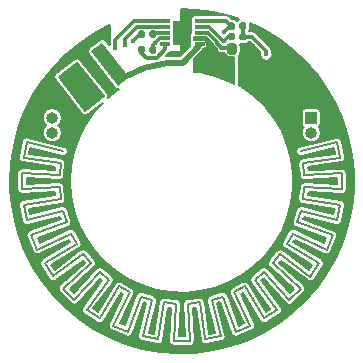
<source format=gbr>
G04 #@! TF.GenerationSoftware,KiCad,Pcbnew,(5.1.6)-1*
G04 #@! TF.CreationDate,2020-09-08T11:46:21-07:00*
G04 #@! TF.ProjectId,LED_Ring,4c45445f-5269-46e6-972e-6b696361645f,rev?*
G04 #@! TF.SameCoordinates,Original*
G04 #@! TF.FileFunction,Copper,L1,Top*
G04 #@! TF.FilePolarity,Positive*
%FSLAX46Y46*%
G04 Gerber Fmt 4.6, Leading zero omitted, Abs format (unit mm)*
G04 Created by KiCad (PCBNEW (5.1.6)-1) date 2020-09-08 11:46:21*
%MOMM*%
%LPD*%
G01*
G04 APERTURE LIST*
G04 #@! TA.AperFunction,NonConductor*
%ADD10C,0.203000*%
G04 #@! TD*
G04 #@! TA.AperFunction,NonConductor*
%ADD11C,0.500000*%
G04 #@! TD*
G04 #@! TA.AperFunction,SMDPad,CuDef*
%ADD12C,0.100000*%
G04 #@! TD*
G04 #@! TA.AperFunction,SMDPad,CuDef*
%ADD13R,0.812800X0.304800*%
G04 #@! TD*
G04 #@! TA.AperFunction,SMDPad,CuDef*
%ADD14R,1.600200X2.006600*%
G04 #@! TD*
G04 #@! TA.AperFunction,SMDPad,CuDef*
%ADD15R,0.500000X0.500000*%
G04 #@! TD*
G04 #@! TA.AperFunction,ComponentPad*
%ADD16O,1.000000X1.000000*%
G04 #@! TD*
G04 #@! TA.AperFunction,ComponentPad*
%ADD17R,1.000000X1.000000*%
G04 #@! TD*
G04 #@! TA.AperFunction,SMDPad,CuDef*
%ADD18R,0.930000X1.320000*%
G04 #@! TD*
G04 #@! TA.AperFunction,ViaPad*
%ADD19C,0.450000*%
G04 #@! TD*
G04 #@! TA.AperFunction,Conductor*
%ADD20C,0.304800*%
G04 #@! TD*
G04 #@! TA.AperFunction,Conductor*
%ADD21C,0.508000*%
G04 #@! TD*
G04 #@! TA.AperFunction,Conductor*
%ADD22C,0.127000*%
G04 #@! TD*
G04 #@! TA.AperFunction,Conductor*
%ADD23C,0.203200*%
G04 #@! TD*
G04 APERTURE END LIST*
D10*
X96462259Y-79330245D02*
X96461800Y-80660400D01*
X96853046Y-76702031D02*
X96593095Y-78006538D01*
X123408280Y-78015804D02*
X123149230Y-76711118D01*
X123537741Y-80669755D02*
X123538200Y-79339600D01*
X123146954Y-83297969D02*
X123406905Y-81993462D01*
X122250938Y-85799443D02*
X122760391Y-84570716D01*
X120884124Y-88078047D02*
X121623500Y-86972319D01*
X119099040Y-90046217D02*
X120039926Y-89105980D01*
X116964285Y-91628317D02*
X118070524Y-90889704D01*
X114561896Y-92763546D02*
X115790975Y-92254942D01*
X111984196Y-93408280D02*
X113288882Y-93149230D01*
X109330245Y-93537741D02*
X110660400Y-93538200D01*
X106702031Y-93146954D02*
X108006538Y-93406905D01*
X104200557Y-92250938D02*
X105429284Y-92760391D01*
X101921953Y-90884124D02*
X103027681Y-91623500D01*
X99953783Y-89099040D02*
X100894020Y-90039926D01*
X98371683Y-86964285D02*
X99110296Y-88070524D01*
X97236454Y-84561896D02*
X97745058Y-85790975D01*
X99736820Y-78476479D02*
X99636909Y-79489783D01*
X120363200Y-79492000D02*
X120263506Y-78478675D01*
X120263180Y-81523521D02*
X120363091Y-80510217D01*
X119768752Y-83496494D02*
X120064429Y-82522153D01*
X118898916Y-85335099D02*
X119378997Y-84437163D01*
X117687099Y-86968679D02*
X118333134Y-86181656D01*
X116179872Y-88334456D02*
X116967034Y-87688590D01*
X114435156Y-89379945D02*
X115333195Y-88900057D01*
X112519999Y-90064968D02*
X113494404Y-89769500D01*
X110508000Y-90363200D02*
X111521325Y-90263506D01*
X108476479Y-90263180D02*
X109489783Y-90363091D01*
X106503506Y-89768752D02*
X107477847Y-90064429D01*
X104664901Y-88898916D02*
X105562837Y-89378997D01*
X103031321Y-87687099D02*
X103818344Y-88333134D01*
X101665544Y-86179872D02*
X102311410Y-86967034D01*
X100620055Y-84435156D02*
X101099943Y-85333195D01*
X99935032Y-82519999D02*
X100230500Y-83494404D01*
X99736820Y-78476479D02*
X96593095Y-78006539D01*
X120064968Y-77480001D02*
X123149230Y-76711118D01*
X120363200Y-79492000D02*
X123538200Y-79339600D01*
X120263180Y-81523521D02*
X123406905Y-81993461D01*
X119768752Y-83496494D02*
X122760390Y-84570715D01*
X118898916Y-85335099D02*
X121623501Y-86972319D01*
X117687099Y-86968679D02*
X120039926Y-89105980D01*
X116179872Y-88334456D02*
X118070523Y-90889703D01*
X114435156Y-89379945D02*
X115790975Y-92254942D01*
X112519999Y-90064968D02*
X113288882Y-93149230D01*
X110508000Y-90363200D02*
X110660400Y-93538200D01*
X108476479Y-90263180D02*
X108006539Y-93406905D01*
X106503506Y-89768752D02*
X105429285Y-92760390D01*
X104664901Y-88898916D02*
X103027681Y-91623501D01*
X103031321Y-87687099D02*
X100894020Y-90039926D01*
X101665544Y-86179872D02*
X99110297Y-88070523D01*
X100620055Y-84435156D02*
X97745058Y-85790975D01*
X99935032Y-82519999D02*
X96850770Y-83288882D01*
X99636909Y-79489782D02*
X96462259Y-79330244D01*
X99935571Y-77477847D02*
X96853046Y-76702031D01*
X120263506Y-78478675D02*
X123408280Y-78015804D01*
X120363091Y-80510218D02*
X123537741Y-80669756D01*
X120064429Y-82522153D02*
X123146954Y-83297969D01*
X119378996Y-84437163D02*
X122250937Y-85799443D01*
X118333134Y-86181655D02*
X120884124Y-88078047D01*
X116967034Y-87688590D02*
X119099040Y-90046217D01*
X115333195Y-88900057D02*
X116964285Y-91628316D01*
X113494404Y-89769500D02*
X114561896Y-92763546D01*
X111521325Y-90263506D02*
X111984196Y-93408280D01*
X109489782Y-90363091D02*
X109330244Y-93537741D01*
X107477847Y-90064429D02*
X106702031Y-93146954D01*
X105562837Y-89378996D02*
X104200557Y-92250937D01*
X103818345Y-88333134D02*
X101921953Y-90884124D01*
X102311410Y-86967034D02*
X99953783Y-89099040D01*
X101099943Y-85333195D02*
X98371684Y-86964285D01*
X100230500Y-83494404D02*
X97236454Y-84561896D01*
X96591720Y-81984196D02*
X96850770Y-83288882D01*
X99636800Y-80508000D02*
X99736494Y-81521325D01*
X99736494Y-81521325D02*
X96591720Y-81984196D01*
X99636800Y-80508000D02*
X96461800Y-80660400D01*
D11*
X104828053Y-71326979D02*
G75*
G02*
X109000001Y-69951600I5171947J-8673021D01*
G01*
G04 #@! TA.AperFunction,SMDPad,CuDef*
D12*
G36*
X102403440Y-73641545D02*
G01*
X100120321Y-70719286D01*
X101061048Y-69984309D01*
X103344167Y-72906568D01*
X102403440Y-73641545D01*
G37*
G04 #@! TD.AperFunction*
G04 #@! TA.AperFunction,SMDPad,CuDef*
G36*
X104605142Y-71921387D02*
G01*
X102322023Y-68999128D01*
X103262750Y-68264151D01*
X105545869Y-71186410D01*
X104605142Y-71921387D01*
G37*
G04 #@! TD.AperFunction*
G04 #@! TA.AperFunction,SMDPad,CuDef*
G36*
G01*
X113901000Y-67939700D02*
X113901000Y-67594700D01*
G75*
G02*
X114048500Y-67447200I147500J0D01*
G01*
X114343500Y-67447200D01*
G75*
G02*
X114491000Y-67594700I0J-147500D01*
G01*
X114491000Y-67939700D01*
G75*
G02*
X114343500Y-68087200I-147500J0D01*
G01*
X114048500Y-68087200D01*
G75*
G02*
X113901000Y-67939700I0J147500D01*
G01*
G37*
G04 #@! TD.AperFunction*
G04 #@! TA.AperFunction,SMDPad,CuDef*
G36*
G01*
X114871000Y-67939700D02*
X114871000Y-67594700D01*
G75*
G02*
X115018500Y-67447200I147500J0D01*
G01*
X115313500Y-67447200D01*
G75*
G02*
X115461000Y-67594700I0J-147500D01*
G01*
X115461000Y-67939700D01*
G75*
G02*
X115313500Y-68087200I-147500J0D01*
G01*
X115018500Y-68087200D01*
G75*
G02*
X114871000Y-67939700I0J147500D01*
G01*
G37*
G04 #@! TD.AperFunction*
G04 #@! TA.AperFunction,SMDPad,CuDef*
G36*
G01*
X107841000Y-68712300D02*
X107841000Y-69057300D01*
G75*
G02*
X107693500Y-69204800I-147500J0D01*
G01*
X107398500Y-69204800D01*
G75*
G02*
X107251000Y-69057300I0J147500D01*
G01*
X107251000Y-68712300D01*
G75*
G02*
X107398500Y-68564800I147500J0D01*
G01*
X107693500Y-68564800D01*
G75*
G02*
X107841000Y-68712300I0J-147500D01*
G01*
G37*
G04 #@! TD.AperFunction*
G04 #@! TA.AperFunction,SMDPad,CuDef*
G36*
G01*
X106871000Y-68712300D02*
X106871000Y-69057300D01*
G75*
G02*
X106723500Y-69204800I-147500J0D01*
G01*
X106428500Y-69204800D01*
G75*
G02*
X106281000Y-69057300I0J147500D01*
G01*
X106281000Y-68712300D01*
G75*
G02*
X106428500Y-68564800I147500J0D01*
G01*
X106723500Y-68564800D01*
G75*
G02*
X106871000Y-68712300I0J-147500D01*
G01*
G37*
G04 #@! TD.AperFunction*
G04 #@! TA.AperFunction,SMDPad,CuDef*
G36*
G01*
X107251000Y-67736500D02*
X107251000Y-67391500D01*
G75*
G02*
X107398500Y-67244000I147500J0D01*
G01*
X107693500Y-67244000D01*
G75*
G02*
X107841000Y-67391500I0J-147500D01*
G01*
X107841000Y-67736500D01*
G75*
G02*
X107693500Y-67884000I-147500J0D01*
G01*
X107398500Y-67884000D01*
G75*
G02*
X107251000Y-67736500I0J147500D01*
G01*
G37*
G04 #@! TD.AperFunction*
G04 #@! TA.AperFunction,SMDPad,CuDef*
G36*
G01*
X106281000Y-67736500D02*
X106281000Y-67391500D01*
G75*
G02*
X106428500Y-67244000I147500J0D01*
G01*
X106723500Y-67244000D01*
G75*
G02*
X106871000Y-67391500I0J-147500D01*
G01*
X106871000Y-67736500D01*
G75*
G02*
X106723500Y-67884000I-147500J0D01*
G01*
X106428500Y-67884000D01*
G75*
G02*
X106281000Y-67736500I0J147500D01*
G01*
G37*
G04 #@! TD.AperFunction*
D13*
X108597400Y-66418599D03*
X108597400Y-66918601D03*
X108597400Y-67418600D03*
X108597400Y-67918599D03*
X108597400Y-68418601D03*
X111493000Y-68418601D03*
X111493000Y-67918599D03*
X111493000Y-67418600D03*
X111493000Y-66918601D03*
X111493000Y-66418599D03*
D14*
X110045200Y-67418600D03*
D15*
X111203400Y-69965400D03*
X109003400Y-69965400D03*
G04 #@! TA.AperFunction,SMDPad,CuDef*
G36*
G01*
X114871000Y-67050700D02*
X114871000Y-66705700D01*
G75*
G02*
X115018500Y-66558200I147500J0D01*
G01*
X115313500Y-66558200D01*
G75*
G02*
X115461000Y-66705700I0J-147500D01*
G01*
X115461000Y-67050700D01*
G75*
G02*
X115313500Y-67198200I-147500J0D01*
G01*
X115018500Y-67198200D01*
G75*
G02*
X114871000Y-67050700I0J147500D01*
G01*
G37*
G04 #@! TD.AperFunction*
G04 #@! TA.AperFunction,SMDPad,CuDef*
G36*
G01*
X113901000Y-67050700D02*
X113901000Y-66705700D01*
G75*
G02*
X114048500Y-66558200I147500J0D01*
G01*
X114343500Y-66558200D01*
G75*
G02*
X114491000Y-66705700I0J-147500D01*
G01*
X114491000Y-67050700D01*
G75*
G02*
X114343500Y-67198200I-147500J0D01*
G01*
X114048500Y-67198200D01*
G75*
G02*
X113901000Y-67050700I0J147500D01*
G01*
G37*
G04 #@! TD.AperFunction*
D16*
X99009680Y-75913900D03*
X99009680Y-74643900D03*
D17*
X99009680Y-73373900D03*
D16*
X120941580Y-75913420D03*
D17*
X120941580Y-74643420D03*
G04 #@! TA.AperFunction,SMDPad,CuDef*
G36*
G01*
X114661200Y-68552350D02*
X114661200Y-69064850D01*
G75*
G02*
X114442450Y-69283600I-218750J0D01*
G01*
X114004950Y-69283600D01*
G75*
G02*
X113786200Y-69064850I0J218750D01*
G01*
X113786200Y-68552350D01*
G75*
G02*
X114004950Y-68333600I218750J0D01*
G01*
X114442450Y-68333600D01*
G75*
G02*
X114661200Y-68552350I0J-218750D01*
G01*
G37*
G04 #@! TD.AperFunction*
G04 #@! TA.AperFunction,SMDPad,CuDef*
G36*
G01*
X116236200Y-68552350D02*
X116236200Y-69064850D01*
G75*
G02*
X116017450Y-69283600I-218750J0D01*
G01*
X115579950Y-69283600D01*
G75*
G02*
X115361200Y-69064850I0J218750D01*
G01*
X115361200Y-68552350D01*
G75*
G02*
X115579950Y-68333600I218750J0D01*
G01*
X116017450Y-68333600D01*
G75*
G02*
X116236200Y-68552350I0J-218750D01*
G01*
G37*
G04 #@! TD.AperFunction*
D18*
X114089600Y-70180200D03*
X115729600Y-70180200D03*
D19*
X100457000Y-71882000D03*
X101295200Y-72974200D03*
X113360200Y-68757800D03*
X110540800Y-68097400D03*
X109524800Y-67386200D03*
X105841800Y-68148200D03*
X117068600Y-70967600D03*
X117119400Y-70078600D03*
X104329142Y-68692622D03*
X112395000Y-68554600D03*
X113567106Y-68101094D03*
X113538000Y-67386200D03*
X107752671Y-68281071D03*
X117144800Y-69265800D03*
X105156000Y-68478400D03*
D20*
X114223700Y-68808600D02*
X113969700Y-69062600D01*
X114172900Y-68757800D02*
X114223700Y-68808600D01*
X113360200Y-68757800D02*
X114172900Y-68757800D01*
X113004600Y-68219000D02*
X113004600Y-68402200D01*
X111493000Y-67418600D02*
X112204200Y-67418600D01*
X113004600Y-68402200D02*
X113360200Y-68757800D01*
X112204200Y-67418600D02*
X113004600Y-68219000D01*
X106576000Y-67564000D02*
X106426000Y-67564000D01*
X106426000Y-67564000D02*
X105841800Y-68148200D01*
X115729600Y-70180200D02*
X116281200Y-70180200D01*
X116281200Y-70180200D02*
X117068600Y-70967600D01*
X115798700Y-68808600D02*
X115849400Y-68808600D01*
X115849400Y-68808600D02*
X117119400Y-70078600D01*
X104343200Y-68678564D02*
X104329142Y-68692622D01*
X104343200Y-68046600D02*
X104343200Y-68678564D01*
X108597400Y-66418599D02*
X105971201Y-66418599D01*
X105971201Y-66418599D02*
X104343200Y-68046600D01*
X113901000Y-67767200D02*
X113567106Y-68101094D01*
X114196000Y-67767200D02*
X113901000Y-67767200D01*
X113516294Y-68101094D02*
X113567106Y-68101094D01*
X111493000Y-66918601D02*
X112333801Y-66918601D01*
X112333801Y-66918601D02*
X113516294Y-68101094D01*
X107010200Y-69545200D02*
X107879671Y-69545200D01*
X108597400Y-68827471D02*
X108597400Y-68418601D01*
X107879671Y-69545200D02*
X108597400Y-68827471D01*
X106576000Y-68884800D02*
X106576000Y-69111000D01*
X106576000Y-69111000D02*
X107010200Y-69545200D01*
X107691400Y-67418600D02*
X107546000Y-67564000D01*
X108597400Y-67418600D02*
X107691400Y-67418600D01*
X113736399Y-66418599D02*
X114196000Y-66878200D01*
X111493000Y-66418599D02*
X113736399Y-66418599D01*
X114046000Y-66878200D02*
X113538000Y-67386200D01*
X114196000Y-66878200D02*
X114046000Y-66878200D01*
X107546000Y-68487742D02*
X107546000Y-68884800D01*
X108115143Y-67918599D02*
X107752671Y-68281071D01*
X108597400Y-67918599D02*
X108115143Y-67918599D01*
X107752671Y-68281071D02*
X107546000Y-68487742D01*
X115166000Y-67767200D02*
X115166000Y-66878200D01*
X115964398Y-67767200D02*
X115166000Y-67767200D01*
X117144800Y-68947602D02*
X115964398Y-67767200D01*
X117144800Y-69265800D02*
X117144800Y-68947602D01*
X105156000Y-67995800D02*
X105156000Y-68478400D01*
X108597400Y-66918601D02*
X106233199Y-66918601D01*
X106233199Y-66918601D02*
X105156000Y-67995800D01*
D21*
X109595400Y-69965400D02*
X109003400Y-69965400D01*
X111449600Y-68568400D02*
X110052600Y-69965400D01*
X110052600Y-69965400D02*
X109595400Y-69965400D01*
D22*
G36*
X112661700Y-68361034D02*
G01*
X112661700Y-68385365D01*
X112660042Y-68402200D01*
X112661700Y-68419035D01*
X112661700Y-68419043D01*
X112666662Y-68469420D01*
X112686269Y-68534057D01*
X112718110Y-68593627D01*
X112760961Y-68645840D01*
X112774043Y-68656576D01*
X112951780Y-68834313D01*
X112960668Y-68878997D01*
X112991989Y-68954613D01*
X113037460Y-69022666D01*
X113095334Y-69080540D01*
X113163387Y-69126011D01*
X113239003Y-69157332D01*
X113319277Y-69173300D01*
X113401123Y-69173300D01*
X113481397Y-69157332D01*
X113557013Y-69126011D01*
X113594894Y-69100700D01*
X113598310Y-69100700D01*
X113602660Y-69144870D01*
X113626001Y-69221816D01*
X113663905Y-69292729D01*
X113714915Y-69354885D01*
X113777071Y-69405895D01*
X113847984Y-69443799D01*
X113924930Y-69467140D01*
X114004950Y-69475021D01*
X114419059Y-69475021D01*
X114424919Y-71801000D01*
X113930478Y-71530039D01*
X112766473Y-71081730D01*
X111553100Y-70792569D01*
X111042227Y-70741175D01*
X111028497Y-69618121D01*
X111779344Y-68867274D01*
X111820975Y-68816546D01*
X111849906Y-68762422D01*
X111899400Y-68762422D01*
X111936744Y-68758744D01*
X111972654Y-68747851D01*
X112005748Y-68730162D01*
X112034755Y-68706356D01*
X112058561Y-68677349D01*
X112076250Y-68644255D01*
X112087143Y-68608345D01*
X112090821Y-68571001D01*
X112090821Y-68266201D01*
X112087143Y-68228857D01*
X112076250Y-68192947D01*
X112058561Y-68159853D01*
X112034755Y-68130846D01*
X112005748Y-68107040D01*
X111972654Y-68089351D01*
X111936744Y-68078458D01*
X111899400Y-68074780D01*
X111086600Y-68074780D01*
X111049256Y-68078458D01*
X111036721Y-68082260D01*
X111036721Y-67768300D01*
X112068967Y-67768300D01*
X112661700Y-68361034D01*
G37*
X112661700Y-68361034D02*
X112661700Y-68385365D01*
X112660042Y-68402200D01*
X112661700Y-68419035D01*
X112661700Y-68419043D01*
X112666662Y-68469420D01*
X112686269Y-68534057D01*
X112718110Y-68593627D01*
X112760961Y-68645840D01*
X112774043Y-68656576D01*
X112951780Y-68834313D01*
X112960668Y-68878997D01*
X112991989Y-68954613D01*
X113037460Y-69022666D01*
X113095334Y-69080540D01*
X113163387Y-69126011D01*
X113239003Y-69157332D01*
X113319277Y-69173300D01*
X113401123Y-69173300D01*
X113481397Y-69157332D01*
X113557013Y-69126011D01*
X113594894Y-69100700D01*
X113598310Y-69100700D01*
X113602660Y-69144870D01*
X113626001Y-69221816D01*
X113663905Y-69292729D01*
X113714915Y-69354885D01*
X113777071Y-69405895D01*
X113847984Y-69443799D01*
X113924930Y-69467140D01*
X114004950Y-69475021D01*
X114419059Y-69475021D01*
X114424919Y-71801000D01*
X113930478Y-71530039D01*
X112766473Y-71081730D01*
X111553100Y-70792569D01*
X111042227Y-70741175D01*
X111028497Y-69618121D01*
X111779344Y-68867274D01*
X111820975Y-68816546D01*
X111849906Y-68762422D01*
X111899400Y-68762422D01*
X111936744Y-68758744D01*
X111972654Y-68747851D01*
X112005748Y-68730162D01*
X112034755Y-68706356D01*
X112058561Y-68677349D01*
X112076250Y-68644255D01*
X112087143Y-68608345D01*
X112090821Y-68571001D01*
X112090821Y-68266201D01*
X112087143Y-68228857D01*
X112076250Y-68192947D01*
X112058561Y-68159853D01*
X112034755Y-68130846D01*
X112005748Y-68107040D01*
X111972654Y-68089351D01*
X111936744Y-68078458D01*
X111899400Y-68074780D01*
X111086600Y-68074780D01*
X111049256Y-68078458D01*
X111036721Y-68082260D01*
X111036721Y-67768300D01*
X112068967Y-67768300D01*
X112661700Y-68361034D01*
G36*
X103378096Y-72826099D02*
G01*
X101807382Y-74045264D01*
X99555588Y-71210732D01*
X101126302Y-69991566D01*
X103378096Y-72826099D01*
G37*
X103378096Y-72826099D02*
X101807382Y-74045264D01*
X99555588Y-71210732D01*
X101126302Y-69991566D01*
X103378096Y-72826099D01*
D23*
G36*
X116846715Y-67140959D02*
G01*
X118132606Y-67913099D01*
X119332290Y-68813364D01*
X120433048Y-69832210D01*
X121423214Y-70958837D01*
X122292291Y-72181303D01*
X123031067Y-73486648D01*
X123631710Y-74861037D01*
X124087853Y-76289900D01*
X124394662Y-77758091D01*
X124548884Y-79250047D01*
X124548884Y-80749953D01*
X124394662Y-82241909D01*
X124087853Y-83710100D01*
X123631710Y-85138963D01*
X123031067Y-86513352D01*
X122292291Y-87818697D01*
X121423214Y-89041163D01*
X120433048Y-90167790D01*
X119332290Y-91186636D01*
X118132606Y-92086901D01*
X116846715Y-92859041D01*
X115488247Y-93494873D01*
X114071603Y-93987655D01*
X112611798Y-94332165D01*
X111124308Y-94524751D01*
X109624899Y-94563370D01*
X108129467Y-94447614D01*
X106653863Y-94178710D01*
X105213729Y-93759508D01*
X103824330Y-93194452D01*
X102500396Y-92489531D01*
X101255958Y-91652218D01*
X100104210Y-90691389D01*
X99057360Y-89617228D01*
X98126504Y-88441122D01*
X97321511Y-87175539D01*
X96650912Y-85833893D01*
X96121817Y-84430406D01*
X95739835Y-82979955D01*
X95509013Y-81497917D01*
X95466851Y-80679974D01*
X96054005Y-80679974D01*
X96058404Y-80709857D01*
X96061353Y-80739910D01*
X96064220Y-80749374D01*
X96065660Y-80759155D01*
X96075803Y-80787603D01*
X96084559Y-80816505D01*
X96089216Y-80825225D01*
X96092537Y-80834540D01*
X96108035Y-80860463D01*
X96122262Y-80887102D01*
X96128533Y-80894748D01*
X96133606Y-80903234D01*
X96153861Y-80925632D01*
X96173014Y-80948987D01*
X96180655Y-80955262D01*
X96187287Y-80962596D01*
X96211523Y-80980613D01*
X96234863Y-80999781D01*
X96243583Y-81004446D01*
X96251517Y-81010344D01*
X96278795Y-81023283D01*
X96305434Y-81037534D01*
X96314899Y-81040409D01*
X96323828Y-81044644D01*
X96353111Y-81052014D01*
X96382013Y-81060792D01*
X96391851Y-81061764D01*
X96401441Y-81064178D01*
X96431615Y-81065694D01*
X96461660Y-81068664D01*
X96491370Y-81065748D01*
X99270289Y-80932360D01*
X99294233Y-81175743D01*
X96542232Y-81580803D01*
X96512210Y-81583749D01*
X96483613Y-81592413D01*
X96454612Y-81599643D01*
X96445383Y-81603995D01*
X96435614Y-81606955D01*
X96409253Y-81621034D01*
X96382224Y-81633780D01*
X96374020Y-81639850D01*
X96365018Y-81644658D01*
X96341909Y-81663610D01*
X96317887Y-81681384D01*
X96311026Y-81688937D01*
X96303133Y-81695410D01*
X96284161Y-81718512D01*
X96264073Y-81740625D01*
X96258818Y-81749369D01*
X96252339Y-81757259D01*
X96238239Y-81783616D01*
X96222850Y-81809226D01*
X96219401Y-81818831D01*
X96214587Y-81827830D01*
X96205902Y-81856423D01*
X96195802Y-81884551D01*
X96194293Y-81894644D01*
X96191327Y-81904410D01*
X96188388Y-81934150D01*
X96183970Y-81963705D01*
X96184459Y-81973902D01*
X96183456Y-81984055D01*
X96186374Y-82013785D01*
X96187807Y-82043646D01*
X96195109Y-82072937D01*
X96450281Y-83358092D01*
X96454629Y-83387636D01*
X96464771Y-83416081D01*
X96473529Y-83444988D01*
X96478188Y-83453712D01*
X96481508Y-83463023D01*
X96497004Y-83488944D01*
X96511232Y-83515584D01*
X96517500Y-83523227D01*
X96522575Y-83531716D01*
X96542837Y-83554122D01*
X96561984Y-83577469D01*
X96569625Y-83583744D01*
X96576257Y-83591078D01*
X96600486Y-83609090D01*
X96623832Y-83628263D01*
X96632555Y-83632929D01*
X96640487Y-83638826D01*
X96667766Y-83651766D01*
X96694403Y-83666015D01*
X96703866Y-83668889D01*
X96712798Y-83673126D01*
X96742084Y-83680497D01*
X96770983Y-83689274D01*
X96780823Y-83690247D01*
X96790412Y-83692660D01*
X96820580Y-83694176D01*
X96850628Y-83697146D01*
X96860465Y-83696181D01*
X96870343Y-83696677D01*
X96900233Y-83692278D01*
X96930280Y-83689329D01*
X96958852Y-83680673D01*
X99658352Y-83007708D01*
X99729318Y-83241743D01*
X97109222Y-84175908D01*
X97080349Y-84184655D01*
X97053992Y-84198731D01*
X97026958Y-84211481D01*
X97018753Y-84217552D01*
X97009752Y-84222359D01*
X96986642Y-84241311D01*
X96962621Y-84259084D01*
X96955762Y-84266634D01*
X96947867Y-84273109D01*
X96928895Y-84296210D01*
X96908806Y-84318325D01*
X96903549Y-84327073D01*
X96897073Y-84334959D01*
X96882976Y-84361310D01*
X96867584Y-84386926D01*
X96864135Y-84396531D01*
X96859321Y-84405530D01*
X96850639Y-84434116D01*
X96840536Y-84462251D01*
X96839027Y-84472349D01*
X96836062Y-84482110D01*
X96833123Y-84511846D01*
X96828704Y-84541406D01*
X96829193Y-84551597D01*
X96828189Y-84561756D01*
X96831108Y-84591498D01*
X96832541Y-84621346D01*
X96835010Y-84631251D01*
X96836007Y-84641405D01*
X96844672Y-84670006D01*
X96851901Y-84699004D01*
X96864769Y-84726290D01*
X97365768Y-85936991D01*
X97375795Y-85965115D01*
X97391290Y-85991032D01*
X97405520Y-86017677D01*
X97411791Y-86025324D01*
X97416864Y-86033809D01*
X97437111Y-86056199D01*
X97456270Y-86079561D01*
X97463915Y-86085840D01*
X97470544Y-86093170D01*
X97494769Y-86111179D01*
X97518120Y-86130356D01*
X97526843Y-86135022D01*
X97534775Y-86140919D01*
X97562054Y-86153859D01*
X97588691Y-86168108D01*
X97598154Y-86170982D01*
X97607086Y-86175219D01*
X97636370Y-86182589D01*
X97665270Y-86191367D01*
X97675110Y-86192340D01*
X97684699Y-86194753D01*
X97714869Y-86196269D01*
X97744917Y-86199239D01*
X97754754Y-86198274D01*
X97764632Y-86198770D01*
X97794522Y-86194371D01*
X97824567Y-86191422D01*
X97834025Y-86188556D01*
X97843812Y-86187116D01*
X97872269Y-86176970D01*
X97901163Y-86168216D01*
X97927497Y-86154152D01*
X100443838Y-84967472D01*
X100559099Y-85183165D01*
X98171613Y-86610524D01*
X98144981Y-86624747D01*
X98121860Y-86643709D01*
X98097850Y-86661474D01*
X98090992Y-86669023D01*
X98083096Y-86675499D01*
X98064120Y-86698605D01*
X98044037Y-86720713D01*
X98038783Y-86729456D01*
X98032302Y-86737348D01*
X98018196Y-86763717D01*
X98002814Y-86789315D01*
X97999367Y-86798914D01*
X97994550Y-86807919D01*
X97985862Y-86836523D01*
X97975766Y-86864640D01*
X97974257Y-86874732D01*
X97971291Y-86884499D01*
X97968350Y-86914254D01*
X97963934Y-86943794D01*
X97964423Y-86953979D01*
X97963418Y-86964144D01*
X97966339Y-86993906D01*
X97967771Y-87023736D01*
X97970239Y-87033634D01*
X97971236Y-87043795D01*
X97979906Y-87072413D01*
X97987131Y-87101392D01*
X97991481Y-87110616D01*
X97994442Y-87120390D01*
X98008525Y-87146760D01*
X98021268Y-87173781D01*
X98039217Y-87198039D01*
X98766797Y-88287755D01*
X98782103Y-88313357D01*
X98802336Y-88335731D01*
X98821510Y-88359111D01*
X98829159Y-88365393D01*
X98835784Y-88372719D01*
X98859994Y-88390716D01*
X98883358Y-88409905D01*
X98892087Y-88414574D01*
X98900013Y-88420467D01*
X98927262Y-88433392D01*
X98953929Y-88447658D01*
X98963406Y-88450536D01*
X98972325Y-88454767D01*
X99001567Y-88462127D01*
X99030509Y-88470917D01*
X99040363Y-88471891D01*
X99049939Y-88474301D01*
X99080065Y-88475815D01*
X99110155Y-88478789D01*
X99120006Y-88477822D01*
X99129871Y-88478318D01*
X99159722Y-88473924D01*
X99189806Y-88470972D01*
X99199275Y-88468103D01*
X99209052Y-88466664D01*
X99237491Y-88456524D01*
X99266401Y-88447765D01*
X99275124Y-88443107D01*
X99284437Y-88439786D01*
X99310355Y-88424291D01*
X99336998Y-88410062D01*
X99360091Y-88391123D01*
X101596563Y-86736338D01*
X101751689Y-86925400D01*
X99688533Y-88791115D01*
X99665196Y-88810254D01*
X99646233Y-88833345D01*
X99626135Y-88855469D01*
X99620876Y-88864221D01*
X99614402Y-88872104D01*
X99600308Y-88898449D01*
X99584913Y-88924070D01*
X99581464Y-88933676D01*
X99576650Y-88942674D01*
X99567968Y-88971260D01*
X99557865Y-88999395D01*
X99556355Y-89009494D01*
X99553391Y-89019254D01*
X99550452Y-89048988D01*
X99546033Y-89078549D01*
X99546522Y-89088741D01*
X99545518Y-89098900D01*
X99548437Y-89128643D01*
X99549870Y-89158490D01*
X99552339Y-89168395D01*
X99553336Y-89178550D01*
X99562001Y-89207150D01*
X99569230Y-89236148D01*
X99573582Y-89245377D01*
X99576542Y-89255146D01*
X99590623Y-89281512D01*
X99603367Y-89308535D01*
X99609436Y-89316737D01*
X99614245Y-89325742D01*
X99633198Y-89348852D01*
X99650971Y-89372873D01*
X99673314Y-89393170D01*
X100599497Y-90319993D01*
X100619507Y-90342121D01*
X100643729Y-90360128D01*
X100667083Y-90379307D01*
X100675803Y-90383972D01*
X100683737Y-90389870D01*
X100711019Y-90402811D01*
X100737653Y-90417059D01*
X100747116Y-90419933D01*
X100756048Y-90424170D01*
X100785334Y-90431541D01*
X100814233Y-90440318D01*
X100824073Y-90441291D01*
X100833662Y-90443704D01*
X100863818Y-90445220D01*
X100893879Y-90448191D01*
X100903722Y-90447225D01*
X100913594Y-90447721D01*
X100943475Y-90443323D01*
X100973530Y-90440373D01*
X100982989Y-90437507D01*
X100992774Y-90436067D01*
X101021229Y-90425922D01*
X101050126Y-90417167D01*
X101058845Y-90412510D01*
X101068161Y-90409189D01*
X101094082Y-90393691D01*
X101120722Y-90379464D01*
X101128371Y-90373191D01*
X101136853Y-90368120D01*
X101159247Y-90347870D01*
X101182607Y-90328712D01*
X101201559Y-90305635D01*
X103072226Y-88246330D01*
X103261255Y-88401496D01*
X101601724Y-90633868D01*
X101582572Y-90657187D01*
X101568477Y-90683536D01*
X101553083Y-90709154D01*
X101549633Y-90718762D01*
X101544820Y-90727759D01*
X101536138Y-90756343D01*
X101526035Y-90784479D01*
X101524526Y-90794576D01*
X101521561Y-90804337D01*
X101518621Y-90834075D01*
X101514203Y-90863634D01*
X101514692Y-90873825D01*
X101513688Y-90883984D01*
X101516607Y-90913727D01*
X101518040Y-90943574D01*
X101520509Y-90953479D01*
X101521506Y-90963634D01*
X101530171Y-90992234D01*
X101537400Y-91021232D01*
X101541752Y-91030461D01*
X101544712Y-91040230D01*
X101558792Y-91066595D01*
X101571537Y-91093620D01*
X101577606Y-91101822D01*
X101582415Y-91110827D01*
X101601369Y-91133938D01*
X101619141Y-91157957D01*
X101626696Y-91164820D01*
X101633167Y-91172710D01*
X101656258Y-91191673D01*
X101678382Y-91211771D01*
X101704254Y-91227318D01*
X102793422Y-91955621D01*
X102817398Y-91973445D01*
X102844698Y-91986394D01*
X102871315Y-92000633D01*
X102880772Y-92003506D01*
X102889710Y-92007745D01*
X102919003Y-92015118D01*
X102947894Y-92023893D01*
X102957732Y-92024865D01*
X102967322Y-92027279D01*
X102997493Y-92028795D01*
X103027540Y-92031765D01*
X103037377Y-92030800D01*
X103047255Y-92031296D01*
X103077144Y-92026897D01*
X103107191Y-92023948D01*
X103116650Y-92021082D01*
X103126435Y-92019642D01*
X103154900Y-92009493D01*
X103183787Y-92000741D01*
X103192503Y-91996086D01*
X103201821Y-91992764D01*
X103227752Y-91977261D01*
X103254384Y-91963038D01*
X103262028Y-91956769D01*
X103270515Y-91951695D01*
X103292922Y-91931432D01*
X103316268Y-91912286D01*
X103322540Y-91904649D01*
X103329876Y-91898015D01*
X103347898Y-91873771D01*
X103367062Y-91850437D01*
X103381150Y-91824103D01*
X104814121Y-89439421D01*
X105029788Y-89554728D01*
X103837654Y-92067971D01*
X103823424Y-92094572D01*
X103814740Y-92123163D01*
X103804640Y-92151293D01*
X103803131Y-92161386D01*
X103800165Y-92171152D01*
X103797225Y-92200892D01*
X103792807Y-92230446D01*
X103793296Y-92240638D01*
X103792292Y-92250797D01*
X103795211Y-92280541D01*
X103796644Y-92310387D01*
X103799113Y-92320291D01*
X103800110Y-92330448D01*
X103808776Y-92359051D01*
X103816004Y-92388045D01*
X103820356Y-92397274D01*
X103823316Y-92407043D01*
X103837396Y-92433408D01*
X103850141Y-92460433D01*
X103856210Y-92468635D01*
X103861019Y-92477640D01*
X103879974Y-92500752D01*
X103897745Y-92524771D01*
X103905298Y-92531632D01*
X103911771Y-92539525D01*
X103934880Y-92558503D01*
X103956986Y-92578584D01*
X103965726Y-92583836D01*
X103973620Y-92590319D01*
X103999990Y-92604426D01*
X104025587Y-92619807D01*
X104053970Y-92629998D01*
X105264366Y-93131852D01*
X105291313Y-93144634D01*
X105320571Y-93151998D01*
X105349497Y-93160783D01*
X105359346Y-93161757D01*
X105368927Y-93164168D01*
X105399060Y-93165682D01*
X105429142Y-93168656D01*
X105438992Y-93167689D01*
X105448858Y-93168185D01*
X105478722Y-93163790D01*
X105508794Y-93160838D01*
X105518258Y-93157971D01*
X105528040Y-93156531D01*
X105556487Y-93146389D01*
X105585389Y-93137632D01*
X105594112Y-93132974D01*
X105603425Y-93129653D01*
X105629341Y-93114159D01*
X105655986Y-93099929D01*
X105663634Y-93093657D01*
X105672119Y-93088584D01*
X105694515Y-93068331D01*
X105717871Y-93049177D01*
X105724147Y-93041535D01*
X105731481Y-93034903D01*
X105749498Y-93010666D01*
X105768665Y-92987328D01*
X105773329Y-92978609D01*
X105779228Y-92970674D01*
X105792175Y-92943380D01*
X105806417Y-92916757D01*
X105815090Y-92888202D01*
X106755306Y-90269760D01*
X106989324Y-90340776D01*
X106310409Y-93038292D01*
X106301639Y-93067168D01*
X106298700Y-93096902D01*
X106294281Y-93126464D01*
X106294770Y-93136661D01*
X106293767Y-93146814D01*
X106296685Y-93176551D01*
X106298118Y-93206404D01*
X106300586Y-93216304D01*
X106301583Y-93226463D01*
X106310251Y-93255072D01*
X106317478Y-93284062D01*
X106321830Y-93293291D01*
X106324790Y-93303060D01*
X106338869Y-93329421D01*
X106351615Y-93356450D01*
X106357685Y-93364654D01*
X106362493Y-93373656D01*
X106381445Y-93396765D01*
X106399219Y-93420787D01*
X106406772Y-93427649D01*
X106413245Y-93435541D01*
X106436336Y-93454504D01*
X106458460Y-93474602D01*
X106467212Y-93479861D01*
X106475095Y-93486335D01*
X106501440Y-93500429D01*
X106527061Y-93515824D01*
X106536667Y-93519273D01*
X106545665Y-93524087D01*
X106574251Y-93532769D01*
X106602386Y-93542872D01*
X106632248Y-93547336D01*
X107917228Y-93803396D01*
X107946181Y-93810683D01*
X107976345Y-93812199D01*
X108006397Y-93815169D01*
X108016235Y-93814204D01*
X108026113Y-93814700D01*
X108055992Y-93810302D01*
X108086047Y-93807353D01*
X108095510Y-93804486D01*
X108105293Y-93803046D01*
X108133750Y-93792900D01*
X108162643Y-93784146D01*
X108171360Y-93779491D01*
X108180679Y-93776168D01*
X108206611Y-93760665D01*
X108233240Y-93746443D01*
X108240883Y-93740175D01*
X108249373Y-93735099D01*
X108271792Y-93714826D01*
X108295124Y-93695691D01*
X108301391Y-93688060D01*
X108308735Y-93681419D01*
X108326775Y-93657152D01*
X108345919Y-93633841D01*
X108350579Y-93625130D01*
X108356483Y-93617188D01*
X108369436Y-93589880D01*
X108383671Y-93563271D01*
X108386542Y-93553817D01*
X108390783Y-93544877D01*
X108398160Y-93515567D01*
X108406930Y-93486691D01*
X108409865Y-93456995D01*
X108821182Y-90705437D01*
X109064560Y-90729434D01*
X108924946Y-93507599D01*
X108921981Y-93537601D01*
X108924898Y-93567320D01*
X108926332Y-93597192D01*
X108928802Y-93607099D01*
X108929798Y-93617251D01*
X108938456Y-93645827D01*
X108945690Y-93674848D01*
X108950048Y-93684089D01*
X108953004Y-93693846D01*
X108967070Y-93720184D01*
X108979828Y-93747237D01*
X108985902Y-93755446D01*
X108990707Y-93764443D01*
X109009648Y-93787539D01*
X109027432Y-93811574D01*
X109034989Y-93818439D01*
X109041459Y-93826328D01*
X109064550Y-93845292D01*
X109086673Y-93865388D01*
X109095422Y-93870645D01*
X109103308Y-93877122D01*
X109129652Y-93891215D01*
X109155274Y-93906612D01*
X109164881Y-93910062D01*
X109173879Y-93914875D01*
X109202477Y-93923560D01*
X109230599Y-93933658D01*
X109240691Y-93935167D01*
X109250458Y-93938133D01*
X109280201Y-93941073D01*
X109309754Y-93945491D01*
X109339888Y-93944044D01*
X110650158Y-93944496D01*
X110679974Y-93945994D01*
X110709845Y-93941598D01*
X110739910Y-93938647D01*
X110749375Y-93935779D01*
X110759155Y-93934340D01*
X110787603Y-93924197D01*
X110816505Y-93915441D01*
X110825225Y-93910784D01*
X110834540Y-93907463D01*
X110860463Y-93891965D01*
X110887102Y-93877738D01*
X110894748Y-93871467D01*
X110903234Y-93866394D01*
X110925632Y-93846139D01*
X110948987Y-93826986D01*
X110955262Y-93819345D01*
X110962596Y-93812713D01*
X110980613Y-93788477D01*
X110999781Y-93765137D01*
X111004445Y-93756418D01*
X111010344Y-93748483D01*
X111023286Y-93721198D01*
X111037533Y-93694566D01*
X111040407Y-93685104D01*
X111044644Y-93676171D01*
X111052014Y-93646887D01*
X111060792Y-93617987D01*
X111061765Y-93608147D01*
X111064178Y-93598558D01*
X111065694Y-93568386D01*
X111068664Y-93538340D01*
X111065748Y-93508631D01*
X110932360Y-90729711D01*
X111175743Y-90705767D01*
X111580805Y-93457788D01*
X111583749Y-93487790D01*
X111592407Y-93516368D01*
X111599642Y-93545388D01*
X111603997Y-93554623D01*
X111606955Y-93564386D01*
X111621025Y-93590731D01*
X111633779Y-93617776D01*
X111639853Y-93625986D01*
X111644658Y-93634982D01*
X111663595Y-93658073D01*
X111681383Y-93682114D01*
X111688943Y-93688982D01*
X111695410Y-93696867D01*
X111718490Y-93715821D01*
X111740624Y-93735928D01*
X111749376Y-93741187D01*
X111757259Y-93747661D01*
X111783601Y-93761753D01*
X111809225Y-93777150D01*
X111818833Y-93780600D01*
X111827830Y-93785413D01*
X111856416Y-93794096D01*
X111884550Y-93804198D01*
X111894645Y-93805707D01*
X111904410Y-93808673D01*
X111934147Y-93811612D01*
X111963704Y-93816030D01*
X111973901Y-93815541D01*
X111984055Y-93816544D01*
X112013786Y-93813626D01*
X112043646Y-93812193D01*
X112072937Y-93804891D01*
X113358092Y-93549719D01*
X113387636Y-93545371D01*
X113416081Y-93535229D01*
X113444988Y-93526471D01*
X113453712Y-93521812D01*
X113463023Y-93518492D01*
X113488944Y-93502996D01*
X113515584Y-93488768D01*
X113523227Y-93482500D01*
X113531716Y-93477425D01*
X113554126Y-93457159D01*
X113577469Y-93438016D01*
X113583742Y-93430378D01*
X113591078Y-93423744D01*
X113609095Y-93399508D01*
X113628263Y-93376168D01*
X113632929Y-93367446D01*
X113638826Y-93359513D01*
X113651766Y-93332234D01*
X113666015Y-93305597D01*
X113668889Y-93296134D01*
X113673126Y-93287202D01*
X113680497Y-93257916D01*
X113689274Y-93229017D01*
X113690247Y-93219177D01*
X113692660Y-93209588D01*
X113694176Y-93179420D01*
X113697146Y-93149372D01*
X113696181Y-93139535D01*
X113696677Y-93129656D01*
X113692278Y-93099766D01*
X113689329Y-93069720D01*
X113680673Y-93041148D01*
X113007707Y-90341648D01*
X113241743Y-90270682D01*
X114175913Y-92890797D01*
X114184655Y-92919651D01*
X114198723Y-92945992D01*
X114211480Y-92973042D01*
X114217554Y-92981251D01*
X114222359Y-92990248D01*
X114241301Y-93013346D01*
X114259083Y-93037379D01*
X114266637Y-93044241D01*
X114273109Y-93052133D01*
X114296207Y-93071102D01*
X114318324Y-93091193D01*
X114327072Y-93096450D01*
X114334959Y-93102927D01*
X114361307Y-93117022D01*
X114386925Y-93132416D01*
X114396532Y-93135866D01*
X114405530Y-93140679D01*
X114434121Y-93149363D01*
X114462250Y-93159463D01*
X114472345Y-93160972D01*
X114482110Y-93163938D01*
X114511850Y-93166878D01*
X114541405Y-93171296D01*
X114551596Y-93170807D01*
X114561756Y-93171811D01*
X114591511Y-93168890D01*
X114621346Y-93167458D01*
X114631245Y-93164990D01*
X114641405Y-93163993D01*
X114670013Y-93155326D01*
X114699004Y-93148099D01*
X114726290Y-93135231D01*
X115936991Y-92634232D01*
X115965115Y-92624205D01*
X115991032Y-92608710D01*
X116017677Y-92594480D01*
X116025324Y-92588209D01*
X116033809Y-92583136D01*
X116056199Y-92562889D01*
X116079561Y-92543730D01*
X116085840Y-92536085D01*
X116093170Y-92529456D01*
X116111179Y-92505231D01*
X116130356Y-92481880D01*
X116135022Y-92473157D01*
X116140919Y-92465225D01*
X116153859Y-92437946D01*
X116168108Y-92411309D01*
X116170982Y-92401846D01*
X116175219Y-92392914D01*
X116182589Y-92363630D01*
X116191367Y-92334730D01*
X116192340Y-92324890D01*
X116194753Y-92315301D01*
X116196269Y-92285131D01*
X116199239Y-92255083D01*
X116198274Y-92245246D01*
X116198770Y-92235367D01*
X116194370Y-92205475D01*
X116191422Y-92175433D01*
X116188557Y-92165976D01*
X116187116Y-92156187D01*
X116176968Y-92127724D01*
X116168216Y-92098837D01*
X116154156Y-92072511D01*
X114967471Y-89556162D01*
X115183165Y-89440901D01*
X116610532Y-91828403D01*
X116624747Y-91855019D01*
X116643699Y-91878128D01*
X116661473Y-91902150D01*
X116669026Y-91909012D01*
X116675499Y-91916904D01*
X116698594Y-91935871D01*
X116720713Y-91955964D01*
X116729461Y-91961221D01*
X116737348Y-91967698D01*
X116763696Y-91981793D01*
X116789314Y-91997187D01*
X116798921Y-92000637D01*
X116807919Y-92005450D01*
X116836510Y-92014134D01*
X116864639Y-92024234D01*
X116874733Y-92025743D01*
X116884499Y-92028709D01*
X116914252Y-92031650D01*
X116943794Y-92036066D01*
X116953979Y-92035577D01*
X116964144Y-92036582D01*
X116993906Y-92033661D01*
X117023736Y-92032229D01*
X117033635Y-92029761D01*
X117043795Y-92028764D01*
X117072401Y-92020097D01*
X117101392Y-92012870D01*
X117110621Y-92008518D01*
X117120390Y-92005558D01*
X117146754Y-91991478D01*
X117173781Y-91978732D01*
X117198045Y-91960779D01*
X118287755Y-91233203D01*
X118313357Y-91217897D01*
X118335731Y-91197664D01*
X118359111Y-91178490D01*
X118365393Y-91170841D01*
X118372719Y-91164216D01*
X118390716Y-91140006D01*
X118409905Y-91116642D01*
X118414574Y-91107913D01*
X118420467Y-91099987D01*
X118433392Y-91072738D01*
X118447658Y-91046071D01*
X118450536Y-91036594D01*
X118454767Y-91027675D01*
X118462127Y-90998433D01*
X118470917Y-90969491D01*
X118471891Y-90959637D01*
X118474301Y-90950061D01*
X118475815Y-90919935D01*
X118478789Y-90889845D01*
X118477822Y-90879994D01*
X118478318Y-90870128D01*
X118473924Y-90840275D01*
X118470972Y-90810194D01*
X118468103Y-90800726D01*
X118466664Y-90790947D01*
X118456522Y-90762502D01*
X118447765Y-90733599D01*
X118443108Y-90724878D01*
X118439786Y-90715562D01*
X118424286Y-90689635D01*
X118410062Y-90663002D01*
X118391130Y-90639918D01*
X116736337Y-88403438D01*
X116925400Y-88248311D01*
X118791125Y-90311479D01*
X118810254Y-90334804D01*
X118833340Y-90353763D01*
X118855468Y-90373864D01*
X118864220Y-90379123D01*
X118872104Y-90385598D01*
X118898440Y-90399687D01*
X118924068Y-90415087D01*
X118933679Y-90418538D01*
X118942674Y-90423350D01*
X118971251Y-90432030D01*
X118999394Y-90442135D01*
X119009495Y-90443645D01*
X119019254Y-90446609D01*
X119048985Y-90449548D01*
X119078548Y-90453967D01*
X119088741Y-90453478D01*
X119098900Y-90454482D01*
X119128643Y-90451563D01*
X119158490Y-90450130D01*
X119168395Y-90447661D01*
X119178550Y-90446664D01*
X119207150Y-90437999D01*
X119236148Y-90430770D01*
X119245377Y-90426418D01*
X119255146Y-90423458D01*
X119281512Y-90409377D01*
X119308535Y-90396633D01*
X119316737Y-90390564D01*
X119325742Y-90385755D01*
X119348852Y-90366802D01*
X119372873Y-90349029D01*
X119393166Y-90326690D01*
X120319993Y-89400503D01*
X120342121Y-89380493D01*
X120360125Y-89356274D01*
X120379307Y-89332917D01*
X120383974Y-89324194D01*
X120389870Y-89316262D01*
X120402808Y-89288986D01*
X120417059Y-89262347D01*
X120419933Y-89252884D01*
X120424170Y-89243952D01*
X120431541Y-89214666D01*
X120440318Y-89185767D01*
X120441291Y-89175927D01*
X120443704Y-89166338D01*
X120445219Y-89136182D01*
X120448191Y-89106121D01*
X120447225Y-89096278D01*
X120447721Y-89086405D01*
X120443323Y-89056528D01*
X120440373Y-89026470D01*
X120437506Y-89017007D01*
X120436066Y-89007224D01*
X120425924Y-88978778D01*
X120417167Y-88949874D01*
X120412509Y-88941152D01*
X120409188Y-88931838D01*
X120393690Y-88905915D01*
X120379464Y-88879278D01*
X120373195Y-88871634D01*
X120368120Y-88863145D01*
X120347856Y-88840737D01*
X120328712Y-88817393D01*
X120305646Y-88798450D01*
X118246329Y-86927775D01*
X118401497Y-86738744D01*
X120633877Y-88398284D01*
X120657187Y-88417428D01*
X120683532Y-88431521D01*
X120709154Y-88446917D01*
X120718762Y-88450367D01*
X120727759Y-88455180D01*
X120756339Y-88463861D01*
X120784478Y-88473965D01*
X120794577Y-88475475D01*
X120804337Y-88478439D01*
X120834072Y-88481378D01*
X120863633Y-88485797D01*
X120873825Y-88485308D01*
X120883984Y-88486312D01*
X120913726Y-88483393D01*
X120943575Y-88481960D01*
X120953481Y-88479491D01*
X120963634Y-88478494D01*
X120992221Y-88469833D01*
X121021232Y-88462601D01*
X121030467Y-88458246D01*
X121040230Y-88455288D01*
X121066589Y-88441211D01*
X121093620Y-88428463D01*
X121101822Y-88422394D01*
X121110827Y-88417585D01*
X121133938Y-88398631D01*
X121157957Y-88380859D01*
X121164821Y-88373303D01*
X121172710Y-88366833D01*
X121191668Y-88343749D01*
X121211772Y-88321618D01*
X121227324Y-88295737D01*
X121955621Y-87206578D01*
X121973445Y-87182602D01*
X121986394Y-87155302D01*
X122000633Y-87128685D01*
X122003506Y-87119228D01*
X122007745Y-87110290D01*
X122015118Y-87080997D01*
X122023893Y-87052106D01*
X122024865Y-87042268D01*
X122027279Y-87032678D01*
X122028795Y-87002507D01*
X122031765Y-86972460D01*
X122030800Y-86962623D01*
X122031296Y-86952744D01*
X122026897Y-86922853D01*
X122023948Y-86892809D01*
X122021083Y-86883351D01*
X122019642Y-86873564D01*
X122009491Y-86845094D01*
X122000741Y-86816213D01*
X121996087Y-86807499D01*
X121992764Y-86798178D01*
X121977256Y-86772239D01*
X121963038Y-86745616D01*
X121956771Y-86737974D01*
X121951695Y-86729484D01*
X121931424Y-86707067D01*
X121912286Y-86683732D01*
X121904652Y-86677463D01*
X121898015Y-86670123D01*
X121873758Y-86652091D01*
X121850437Y-86632938D01*
X121824118Y-86618858D01*
X119439421Y-85185880D01*
X119554728Y-84970211D01*
X122067979Y-86162350D01*
X122094572Y-86176576D01*
X122123147Y-86185255D01*
X122151292Y-86195361D01*
X122161393Y-86196871D01*
X122171152Y-86199835D01*
X122200882Y-86202774D01*
X122230445Y-86207193D01*
X122240638Y-86206704D01*
X122250797Y-86207708D01*
X122280540Y-86204789D01*
X122310388Y-86203356D01*
X122320293Y-86200887D01*
X122330448Y-86199890D01*
X122359037Y-86191228D01*
X122388045Y-86183997D01*
X122397279Y-86179642D01*
X122407043Y-86176684D01*
X122433402Y-86162607D01*
X122460433Y-86149859D01*
X122468635Y-86143790D01*
X122477640Y-86138981D01*
X122500752Y-86120026D01*
X122524771Y-86102255D01*
X122531632Y-86094702D01*
X122539525Y-86088229D01*
X122558498Y-86065127D01*
X122578584Y-86043015D01*
X122583838Y-86034271D01*
X122590319Y-86026380D01*
X122604419Y-86000023D01*
X122619808Y-85974413D01*
X122630007Y-85946010D01*
X123131852Y-84735634D01*
X123144634Y-84708687D01*
X123151998Y-84679429D01*
X123160783Y-84650503D01*
X123161757Y-84640654D01*
X123164168Y-84631073D01*
X123165682Y-84600940D01*
X123168656Y-84570858D01*
X123167689Y-84561008D01*
X123168185Y-84551141D01*
X123163789Y-84521275D01*
X123160838Y-84491206D01*
X123157971Y-84481743D01*
X123156531Y-84471959D01*
X123146387Y-84443507D01*
X123137632Y-84414611D01*
X123132975Y-84405890D01*
X123129653Y-84396574D01*
X123114154Y-84370650D01*
X123099929Y-84344014D01*
X123093659Y-84336368D01*
X123088584Y-84327880D01*
X123068322Y-84305474D01*
X123049177Y-84282129D01*
X123041539Y-84275856D01*
X123034903Y-84268518D01*
X123010657Y-84250494D01*
X122987328Y-84231335D01*
X122978611Y-84226672D01*
X122970673Y-84220771D01*
X122943367Y-84207818D01*
X122916757Y-84193583D01*
X122888220Y-84184916D01*
X120269760Y-83244694D01*
X120340776Y-83010675D01*
X123038292Y-83689591D01*
X123067168Y-83698361D01*
X123096901Y-83701300D01*
X123126463Y-83705719D01*
X123136661Y-83705230D01*
X123146814Y-83706233D01*
X123176551Y-83703315D01*
X123206405Y-83701882D01*
X123216307Y-83699414D01*
X123226463Y-83698417D01*
X123255059Y-83689753D01*
X123284062Y-83682523D01*
X123293296Y-83678168D01*
X123303060Y-83675210D01*
X123329415Y-83661134D01*
X123356450Y-83648385D01*
X123364655Y-83642314D01*
X123373656Y-83637507D01*
X123396759Y-83618560D01*
X123420788Y-83600781D01*
X123427652Y-83593225D01*
X123435541Y-83586755D01*
X123454501Y-83563668D01*
X123474602Y-83541540D01*
X123479861Y-83532788D01*
X123486335Y-83524905D01*
X123500425Y-83498566D01*
X123515824Y-83472940D01*
X123519274Y-83463332D01*
X123524087Y-83454335D01*
X123532768Y-83425751D01*
X123542872Y-83397614D01*
X123547336Y-83367752D01*
X123803397Y-82082765D01*
X123810683Y-82053819D01*
X123812198Y-82023663D01*
X123815169Y-81993603D01*
X123814203Y-81983759D01*
X123814699Y-81973886D01*
X123810304Y-81944025D01*
X123807353Y-81913953D01*
X123804484Y-81904484D01*
X123803045Y-81894706D01*
X123792904Y-81866262D01*
X123784146Y-81837357D01*
X123779489Y-81828636D01*
X123776167Y-81819320D01*
X123760665Y-81793390D01*
X123746443Y-81766760D01*
X123740176Y-81759119D01*
X123735099Y-81750626D01*
X123714821Y-81728202D01*
X123695691Y-81704876D01*
X123688060Y-81698609D01*
X123681418Y-81691264D01*
X123657145Y-81673220D01*
X123633841Y-81654081D01*
X123625135Y-81649423D01*
X123617188Y-81643516D01*
X123589864Y-81630555D01*
X123563271Y-81616329D01*
X123553823Y-81613459D01*
X123544877Y-81609216D01*
X123515550Y-81601835D01*
X123486691Y-81593070D01*
X123457011Y-81590137D01*
X120705437Y-81178818D01*
X120729434Y-80935440D01*
X123507600Y-81075054D01*
X123537601Y-81078019D01*
X123567320Y-81075102D01*
X123597192Y-81073668D01*
X123607099Y-81071198D01*
X123617251Y-81070202D01*
X123645827Y-81061544D01*
X123674848Y-81054310D01*
X123684089Y-81049952D01*
X123693846Y-81046996D01*
X123720184Y-81032930D01*
X123747237Y-81020172D01*
X123755446Y-81014098D01*
X123764443Y-81009293D01*
X123787539Y-80990352D01*
X123811574Y-80972568D01*
X123818439Y-80965011D01*
X123826328Y-80958541D01*
X123845292Y-80935450D01*
X123865388Y-80913327D01*
X123870645Y-80904579D01*
X123877122Y-80896692D01*
X123891220Y-80870339D01*
X123906611Y-80844726D01*
X123910059Y-80835124D01*
X123914875Y-80826121D01*
X123923563Y-80797517D01*
X123933658Y-80769401D01*
X123935167Y-80759309D01*
X123938133Y-80749542D01*
X123941073Y-80719799D01*
X123945491Y-80690246D01*
X123944044Y-80660111D01*
X123944496Y-79349842D01*
X123945994Y-79320026D01*
X123941598Y-79290155D01*
X123938647Y-79260090D01*
X123935779Y-79250625D01*
X123934340Y-79240845D01*
X123924197Y-79212397D01*
X123915441Y-79183495D01*
X123910784Y-79174775D01*
X123907463Y-79165460D01*
X123891965Y-79139537D01*
X123877738Y-79112898D01*
X123871467Y-79105252D01*
X123866394Y-79096766D01*
X123846139Y-79074368D01*
X123826986Y-79051013D01*
X123819345Y-79044738D01*
X123812713Y-79037404D01*
X123788477Y-79019387D01*
X123765137Y-79000219D01*
X123756418Y-78995555D01*
X123748483Y-78989656D01*
X123721198Y-78976714D01*
X123694566Y-78962467D01*
X123685104Y-78959593D01*
X123676171Y-78955356D01*
X123646887Y-78947986D01*
X123617987Y-78939208D01*
X123608147Y-78938235D01*
X123598558Y-78935822D01*
X123568386Y-78934306D01*
X123538340Y-78931336D01*
X123508631Y-78934252D01*
X120729712Y-79067640D01*
X120705767Y-78824257D01*
X123457789Y-78419195D01*
X123487790Y-78416251D01*
X123516368Y-78407593D01*
X123545388Y-78400358D01*
X123554623Y-78396003D01*
X123564386Y-78393045D01*
X123590731Y-78378975D01*
X123617776Y-78366221D01*
X123625986Y-78360147D01*
X123634982Y-78355342D01*
X123658073Y-78336405D01*
X123682114Y-78318617D01*
X123688982Y-78311057D01*
X123696867Y-78304590D01*
X123715821Y-78281510D01*
X123735928Y-78259376D01*
X123741187Y-78250624D01*
X123747661Y-78242741D01*
X123761753Y-78216399D01*
X123777150Y-78190775D01*
X123780600Y-78181167D01*
X123785413Y-78172170D01*
X123794096Y-78143584D01*
X123804198Y-78115450D01*
X123805707Y-78105355D01*
X123808673Y-78095590D01*
X123811612Y-78065853D01*
X123816030Y-78036296D01*
X123815541Y-78026099D01*
X123816544Y-78015945D01*
X123813626Y-77986213D01*
X123812193Y-77956354D01*
X123804892Y-77927067D01*
X123549719Y-76641908D01*
X123545371Y-76612364D01*
X123535229Y-76583919D01*
X123526471Y-76555012D01*
X123521812Y-76546288D01*
X123518492Y-76536977D01*
X123502996Y-76511056D01*
X123488768Y-76484416D01*
X123482500Y-76476773D01*
X123477425Y-76468284D01*
X123457159Y-76445874D01*
X123438016Y-76422531D01*
X123430379Y-76416259D01*
X123423744Y-76408922D01*
X123399501Y-76390900D01*
X123376167Y-76371737D01*
X123367448Y-76367073D01*
X123359513Y-76361174D01*
X123332225Y-76348230D01*
X123305596Y-76333985D01*
X123296136Y-76331112D01*
X123287202Y-76326874D01*
X123257922Y-76319505D01*
X123229016Y-76310725D01*
X123219172Y-76309752D01*
X123209588Y-76307340D01*
X123179426Y-76305824D01*
X123149371Y-76302854D01*
X123139534Y-76303819D01*
X123129656Y-76303323D01*
X123099767Y-76307722D01*
X123069720Y-76310671D01*
X123041148Y-76319327D01*
X119947331Y-77090593D01*
X119890827Y-77110739D01*
X119822134Y-77151806D01*
X119762772Y-77205488D01*
X119715024Y-77269718D01*
X119680724Y-77342029D01*
X119661190Y-77419643D01*
X119657173Y-77499574D01*
X119668827Y-77578755D01*
X119695706Y-77654142D01*
X119736773Y-77722835D01*
X119790455Y-77782197D01*
X119854685Y-77829945D01*
X119926996Y-77864245D01*
X120004610Y-77883779D01*
X120084541Y-77887796D01*
X120143890Y-77879061D01*
X122833756Y-77208498D01*
X122926585Y-77676026D01*
X120233778Y-78072373D01*
X120223533Y-78072372D01*
X120194298Y-78078184D01*
X120184604Y-78079611D01*
X120174695Y-78082081D01*
X120145035Y-78087978D01*
X120135946Y-78091742D01*
X120126398Y-78094122D01*
X120099037Y-78107025D01*
X120071091Y-78118597D01*
X120062911Y-78124061D01*
X120054010Y-78128259D01*
X120029686Y-78146257D01*
X120004540Y-78163055D01*
X119997584Y-78170010D01*
X119989673Y-78175863D01*
X119969336Y-78198251D01*
X119947941Y-78219641D01*
X119942472Y-78227824D01*
X119935859Y-78235104D01*
X119920281Y-78261028D01*
X119903470Y-78286182D01*
X119899704Y-78295271D01*
X119894636Y-78303705D01*
X119884411Y-78332181D01*
X119872834Y-78360121D01*
X119870914Y-78369767D01*
X119867588Y-78379030D01*
X119863115Y-78408956D01*
X119857212Y-78438614D01*
X119857211Y-78448451D01*
X119855756Y-78458184D01*
X119857206Y-78488398D01*
X119857205Y-78498601D01*
X119858164Y-78508344D01*
X119859593Y-78538125D01*
X119862072Y-78548068D01*
X119955899Y-79501753D01*
X119955405Y-79511574D01*
X119959807Y-79541480D01*
X119960806Y-79551634D01*
X119962715Y-79561237D01*
X119967060Y-79590755D01*
X119970504Y-79600413D01*
X119972503Y-79610471D01*
X119983916Y-79638034D01*
X119993937Y-79666140D01*
X119999200Y-79674942D01*
X120003122Y-79684415D01*
X120019693Y-79709221D01*
X120035006Y-79734834D01*
X120041885Y-79742441D01*
X120047580Y-79750966D01*
X120068672Y-79772063D01*
X120088687Y-79794196D01*
X120096916Y-79800313D01*
X120104166Y-79807565D01*
X120128971Y-79824143D01*
X120152917Y-79841944D01*
X120162183Y-79846339D01*
X120170707Y-79852036D01*
X120198266Y-79863455D01*
X120225228Y-79876244D01*
X120235173Y-79878747D01*
X120244646Y-79882672D01*
X120273906Y-79888496D01*
X120302841Y-79895778D01*
X120313083Y-79896293D01*
X120323138Y-79898294D01*
X120352970Y-79898297D01*
X120362753Y-79898789D01*
X120372949Y-79898300D01*
X120403173Y-79898303D01*
X120412815Y-79896386D01*
X123131753Y-79765877D01*
X123131589Y-80242533D01*
X120413211Y-80105924D01*
X120403151Y-80103922D01*
X120373309Y-80103919D01*
X120363558Y-80103429D01*
X120353394Y-80103917D01*
X120323116Y-80103914D01*
X120313454Y-80105835D01*
X120303640Y-80106306D01*
X120274324Y-80113614D01*
X120244620Y-80119519D01*
X120235522Y-80123286D01*
X120225984Y-80125664D01*
X120198644Y-80138557D01*
X120170675Y-80150139D01*
X120162488Y-80155608D01*
X120153595Y-80159802D01*
X120129297Y-80177781D01*
X120104125Y-80194596D01*
X120097161Y-80201558D01*
X120089258Y-80207406D01*
X120068935Y-80229779D01*
X120047526Y-80251183D01*
X120042054Y-80259370D01*
X120035444Y-80266647D01*
X120019874Y-80292558D01*
X120003054Y-80317724D01*
X119999287Y-80326817D01*
X119994220Y-80335248D01*
X119984001Y-80363709D01*
X119972419Y-80391662D01*
X119970498Y-80401317D01*
X119967174Y-80410573D01*
X119962703Y-80440484D01*
X119960710Y-80450496D01*
X119959749Y-80460239D01*
X119955341Y-80489728D01*
X119955832Y-80499964D01*
X119861802Y-81453626D01*
X119859402Y-81463163D01*
X119857884Y-81493363D01*
X119856884Y-81503508D01*
X119856883Y-81513290D01*
X119855385Y-81543095D01*
X119856878Y-81553240D01*
X119856877Y-81563495D01*
X119862695Y-81592761D01*
X119867039Y-81622275D01*
X119870482Y-81631932D01*
X119872482Y-81641992D01*
X119883899Y-81669564D01*
X119893917Y-81697661D01*
X119899178Y-81706461D01*
X119903102Y-81715937D01*
X119919677Y-81740748D01*
X119934986Y-81766355D01*
X119941865Y-81773962D01*
X119947560Y-81782487D01*
X119968646Y-81803577D01*
X119988666Y-81825717D01*
X119996899Y-81831837D01*
X120004146Y-81839086D01*
X120028953Y-81855665D01*
X120052897Y-81873465D01*
X120062159Y-81877858D01*
X120070687Y-81883558D01*
X120098259Y-81894982D01*
X120125208Y-81907765D01*
X120135150Y-81910267D01*
X120144625Y-81914193D01*
X120173890Y-81920017D01*
X120183381Y-81922406D01*
X120193471Y-81923914D01*
X120223120Y-81929815D01*
X120232952Y-81929816D01*
X122925106Y-82332253D01*
X122831954Y-82799718D01*
X120192450Y-82135404D01*
X120182983Y-82131481D01*
X120153741Y-82125661D01*
X120144248Y-82123272D01*
X120134156Y-82121763D01*
X120104489Y-82115859D01*
X120094651Y-82115858D01*
X120084919Y-82114403D01*
X120054701Y-82115853D01*
X120024455Y-82115850D01*
X120014805Y-82117768D01*
X120004979Y-82118240D01*
X119975640Y-82125554D01*
X119945957Y-82131455D01*
X119936860Y-82135222D01*
X119927321Y-82137600D01*
X119899978Y-82150495D01*
X119872012Y-82162075D01*
X119863827Y-82167543D01*
X119854933Y-82171737D01*
X119830630Y-82189719D01*
X119805462Y-82206532D01*
X119798500Y-82213493D01*
X119790596Y-82219341D01*
X119770263Y-82241725D01*
X119748864Y-82263119D01*
X119743398Y-82271298D01*
X119736781Y-82278582D01*
X119721198Y-82304516D01*
X119704393Y-82329660D01*
X119700627Y-82338748D01*
X119695559Y-82347183D01*
X119685332Y-82375665D01*
X119681431Y-82385079D01*
X119678593Y-82394431D01*
X119668511Y-82422508D01*
X119666995Y-82432650D01*
X119388722Y-83349638D01*
X119384508Y-83358522D01*
X119377130Y-83387838D01*
X119374167Y-83397601D01*
X119372257Y-83407200D01*
X119364974Y-83436136D01*
X119364459Y-83446380D01*
X119362458Y-83456435D01*
X119362455Y-83486267D01*
X119360957Y-83516067D01*
X119362450Y-83526212D01*
X119362449Y-83536467D01*
X119368267Y-83565731D01*
X119372611Y-83595249D01*
X119376055Y-83604907D01*
X119378054Y-83614965D01*
X119389470Y-83642535D01*
X119399489Y-83670634D01*
X119404750Y-83679434D01*
X119408674Y-83688910D01*
X119425249Y-83713721D01*
X119440558Y-83739328D01*
X119447437Y-83746935D01*
X119453132Y-83755460D01*
X119474224Y-83776557D01*
X119494239Y-83798690D01*
X119502468Y-83804807D01*
X119509718Y-83812059D01*
X119534526Y-83828639D01*
X119558468Y-83846437D01*
X119567733Y-83850832D01*
X119576259Y-83856530D01*
X119603816Y-83867948D01*
X119612668Y-83872147D01*
X119622280Y-83875599D01*
X119650198Y-83887166D01*
X119659838Y-83889085D01*
X122221754Y-84809004D01*
X122039194Y-85249312D01*
X119580009Y-84082821D01*
X119571490Y-84077127D01*
X119543944Y-84065714D01*
X119535099Y-84061518D01*
X119525500Y-84058071D01*
X119497551Y-84046491D01*
X119487896Y-84044569D01*
X119478640Y-84041246D01*
X119448731Y-84036775D01*
X119419057Y-84030869D01*
X119409219Y-84030868D01*
X119399487Y-84029413D01*
X119369269Y-84030863D01*
X119339023Y-84030860D01*
X119329374Y-84032778D01*
X119319546Y-84033250D01*
X119290191Y-84040568D01*
X119260525Y-84046466D01*
X119251435Y-84050230D01*
X119241888Y-84052610D01*
X119214531Y-84065511D01*
X119186580Y-84077085D01*
X119178398Y-84082551D01*
X119169500Y-84086747D01*
X119145181Y-84104741D01*
X119120029Y-84121543D01*
X119113073Y-84128498D01*
X119105162Y-84134351D01*
X119084817Y-84156748D01*
X119063432Y-84178129D01*
X119057966Y-84186307D01*
X119051349Y-84193592D01*
X119035764Y-84219527D01*
X119030099Y-84228004D01*
X119025488Y-84236629D01*
X119010126Y-84262193D01*
X119006662Y-84271840D01*
X118554838Y-85116925D01*
X118548972Y-85124816D01*
X118536019Y-85152124D01*
X118531206Y-85161126D01*
X118527457Y-85170175D01*
X118514672Y-85197128D01*
X118512170Y-85207071D01*
X118508244Y-85216545D01*
X118502420Y-85245806D01*
X118495138Y-85274740D01*
X118494623Y-85284983D01*
X118492622Y-85295038D01*
X118492619Y-85324872D01*
X118491121Y-85354673D01*
X118492614Y-85364818D01*
X118492613Y-85375072D01*
X118498431Y-85404337D01*
X118502775Y-85433853D01*
X118506218Y-85443510D01*
X118508218Y-85453570D01*
X118519635Y-85481142D01*
X118529653Y-85509239D01*
X118534914Y-85518039D01*
X118538838Y-85527515D01*
X118555415Y-85552330D01*
X118570722Y-85577933D01*
X118577599Y-85585537D01*
X118583296Y-85594066D01*
X118604390Y-85615164D01*
X118624402Y-85637294D01*
X118632634Y-85643414D01*
X118639882Y-85650663D01*
X118664683Y-85667239D01*
X118672545Y-85673083D01*
X118681295Y-85678341D01*
X118706423Y-85695135D01*
X118715506Y-85698898D01*
X121048725Y-87100945D01*
X120783774Y-87497178D01*
X118599405Y-85873331D01*
X118592168Y-85866092D01*
X118567405Y-85849542D01*
X118559522Y-85843682D01*
X118550747Y-85838409D01*
X118525626Y-85821620D01*
X118516545Y-85817857D01*
X118508104Y-85812785D01*
X118479612Y-85802554D01*
X118451689Y-85790984D01*
X118442047Y-85789065D01*
X118432779Y-85785737D01*
X118402833Y-85781261D01*
X118373194Y-85775362D01*
X118363364Y-85775361D01*
X118353624Y-85773905D01*
X118323386Y-85775356D01*
X118293160Y-85775353D01*
X118283517Y-85777270D01*
X118273684Y-85777742D01*
X118244313Y-85785064D01*
X118214662Y-85790959D01*
X118205577Y-85794721D01*
X118196026Y-85797102D01*
X118168659Y-85810008D01*
X118140717Y-85821578D01*
X118132538Y-85827042D01*
X118123638Y-85831239D01*
X118099313Y-85849238D01*
X118074167Y-85866036D01*
X118067212Y-85872990D01*
X118059301Y-85878843D01*
X118038958Y-85901237D01*
X118031745Y-85908449D01*
X118025535Y-85916014D01*
X118005487Y-85938084D01*
X118000209Y-85946867D01*
X117392193Y-86687575D01*
X117384904Y-86694166D01*
X117366875Y-86718417D01*
X117360395Y-86726312D01*
X117354952Y-86734456D01*
X117337155Y-86758396D01*
X117332760Y-86767662D01*
X117327063Y-86776186D01*
X117315643Y-86803747D01*
X117302855Y-86830707D01*
X117300353Y-86840650D01*
X117296427Y-86850124D01*
X117290603Y-86879388D01*
X117283321Y-86908321D01*
X117282806Y-86918563D01*
X117280805Y-86928619D01*
X117280802Y-86958452D01*
X117279304Y-86988253D01*
X117280797Y-86998398D01*
X117280796Y-87008652D01*
X117286614Y-87037915D01*
X117290958Y-87067433D01*
X117294402Y-87077092D01*
X117296401Y-87087149D01*
X117307815Y-87114714D01*
X117317836Y-87142820D01*
X117323098Y-87151621D01*
X117327021Y-87161095D01*
X117343601Y-87185914D01*
X117358905Y-87211512D01*
X117365778Y-87219113D01*
X117371478Y-87227645D01*
X117392579Y-87248750D01*
X117399140Y-87256006D01*
X117406689Y-87262864D01*
X117428065Y-87284244D01*
X117436240Y-87289708D01*
X119451101Y-89120002D01*
X119113939Y-89456932D01*
X117288350Y-87438149D01*
X117282655Y-87429623D01*
X117261565Y-87408529D01*
X117255008Y-87401278D01*
X117247462Y-87394423D01*
X117226068Y-87373025D01*
X117217888Y-87367558D01*
X117210605Y-87360942D01*
X117184687Y-87345368D01*
X117159528Y-87328553D01*
X117150432Y-87324784D01*
X117142004Y-87319720D01*
X117113543Y-87309500D01*
X117085589Y-87297918D01*
X117075940Y-87295998D01*
X117066679Y-87292672D01*
X117036764Y-87288200D01*
X117007094Y-87282295D01*
X116997252Y-87282294D01*
X116987525Y-87280840D01*
X116957315Y-87282290D01*
X116927061Y-87282287D01*
X116917411Y-87284205D01*
X116907584Y-87284677D01*
X116878243Y-87291992D01*
X116848562Y-87297892D01*
X116839466Y-87301659D01*
X116829926Y-87304037D01*
X116802582Y-87316932D01*
X116774618Y-87328512D01*
X116766433Y-87333980D01*
X116757539Y-87338174D01*
X116733237Y-87356155D01*
X116724736Y-87361834D01*
X116717154Y-87368055D01*
X116693201Y-87385778D01*
X116686314Y-87393359D01*
X115945475Y-88001218D01*
X115937038Y-88006262D01*
X115914622Y-88026533D01*
X115906729Y-88033009D01*
X115899804Y-88039932D01*
X115877676Y-88059943D01*
X115871556Y-88068175D01*
X115864307Y-88075423D01*
X115847737Y-88100216D01*
X115829928Y-88124172D01*
X115825531Y-88133442D01*
X115819836Y-88141963D01*
X115808418Y-88169519D01*
X115795628Y-88196484D01*
X115793125Y-88206429D01*
X115789200Y-88215902D01*
X115783377Y-88245162D01*
X115776094Y-88274098D01*
X115775579Y-88284341D01*
X115773578Y-88294396D01*
X115773575Y-88324229D01*
X115772077Y-88354030D01*
X115773570Y-88364175D01*
X115773569Y-88374429D01*
X115779386Y-88403692D01*
X115783731Y-88433211D01*
X115787175Y-88442869D01*
X115789174Y-88452927D01*
X115800589Y-88480494D01*
X115810609Y-88508596D01*
X115815871Y-88517398D01*
X115819794Y-88526871D01*
X115836363Y-88551674D01*
X115841391Y-88560084D01*
X115847467Y-88568296D01*
X115864252Y-88593422D01*
X115871200Y-88600372D01*
X117490277Y-90788583D01*
X117093862Y-91053261D01*
X115697191Y-88717106D01*
X115693272Y-88707641D01*
X115676714Y-88682855D01*
X115671687Y-88674446D01*
X115665614Y-88666239D01*
X115648815Y-88641091D01*
X115641859Y-88634134D01*
X115636006Y-88626223D01*
X115613615Y-88605883D01*
X115592229Y-88584492D01*
X115584049Y-88579025D01*
X115576767Y-88572410D01*
X115550836Y-88556828D01*
X115525688Y-88540021D01*
X115516599Y-88536255D01*
X115508165Y-88531187D01*
X115479689Y-88520962D01*
X115451749Y-88509385D01*
X115442103Y-88507465D01*
X115432840Y-88504139D01*
X115402911Y-88499665D01*
X115373255Y-88493763D01*
X115363419Y-88493762D01*
X115353686Y-88492307D01*
X115323468Y-88493757D01*
X115293220Y-88493754D01*
X115283571Y-88495672D01*
X115273744Y-88496144D01*
X115244391Y-88503462D01*
X115214724Y-88509360D01*
X115205633Y-88513124D01*
X115196088Y-88515504D01*
X115168739Y-88528401D01*
X115159299Y-88532310D01*
X115150654Y-88536929D01*
X115123699Y-88549641D01*
X115115464Y-88555734D01*
X114270279Y-89007379D01*
X114261016Y-89010682D01*
X114235066Y-89026196D01*
X114226071Y-89031003D01*
X114217934Y-89036439D01*
X114192322Y-89051751D01*
X114184715Y-89058630D01*
X114176190Y-89064325D01*
X114155094Y-89085416D01*
X114132961Y-89105431D01*
X114126843Y-89113660D01*
X114119591Y-89120911D01*
X114103008Y-89145723D01*
X114085212Y-89169662D01*
X114080819Y-89178924D01*
X114075119Y-89187452D01*
X114063695Y-89215024D01*
X114050912Y-89241973D01*
X114048410Y-89251915D01*
X114044484Y-89261390D01*
X114038661Y-89290651D01*
X114031378Y-89319586D01*
X114030863Y-89329830D01*
X114028862Y-89339885D01*
X114028859Y-89369718D01*
X114027361Y-89399519D01*
X114028854Y-89409664D01*
X114028853Y-89419918D01*
X114034669Y-89449174D01*
X114039015Y-89478699D01*
X114042460Y-89488363D01*
X114044459Y-89498415D01*
X114055871Y-89525975D01*
X114059161Y-89535203D01*
X114063514Y-89544433D01*
X114075078Y-89572361D01*
X114080540Y-89580538D01*
X115241606Y-92042564D01*
X114801171Y-92224820D01*
X113887098Y-89661074D01*
X113885101Y-89651030D01*
X113873700Y-89623497D01*
X113870407Y-89614261D01*
X113866049Y-89605020D01*
X113854481Y-89577084D01*
X113849015Y-89568902D01*
X113844819Y-89560004D01*
X113826833Y-89535695D01*
X113810025Y-89510534D01*
X113803066Y-89503574D01*
X113797216Y-89495667D01*
X113774828Y-89475330D01*
X113753438Y-89453935D01*
X113745259Y-89448469D01*
X113737975Y-89441852D01*
X113712041Y-89426269D01*
X113686897Y-89409464D01*
X113677809Y-89405698D01*
X113669374Y-89400630D01*
X113640898Y-89390405D01*
X113612958Y-89378828D01*
X113603312Y-89376908D01*
X113594049Y-89373582D01*
X113564121Y-89369108D01*
X113534464Y-89363206D01*
X113524627Y-89363205D01*
X113514894Y-89361750D01*
X113484676Y-89363200D01*
X113454431Y-89363197D01*
X113444782Y-89365115D01*
X113434954Y-89365587D01*
X113405603Y-89372904D01*
X113395594Y-89374894D01*
X113386223Y-89377736D01*
X113357296Y-89384947D01*
X113348030Y-89389317D01*
X112430974Y-89667395D01*
X112421245Y-89668827D01*
X112392772Y-89678979D01*
X112383007Y-89681940D01*
X112373961Y-89685686D01*
X112345858Y-89695706D01*
X112337055Y-89700968D01*
X112327583Y-89704891D01*
X112302782Y-89721458D01*
X112277165Y-89736773D01*
X112269558Y-89743652D01*
X112261033Y-89749347D01*
X112239933Y-89770442D01*
X112217803Y-89790455D01*
X112211686Y-89798684D01*
X112204434Y-89805934D01*
X112187856Y-89830739D01*
X112170055Y-89854685D01*
X112165660Y-89863951D01*
X112159963Y-89872475D01*
X112148543Y-89900036D01*
X112135755Y-89926996D01*
X112133253Y-89936939D01*
X112129327Y-89946413D01*
X112123501Y-89975684D01*
X112116221Y-90004610D01*
X112115707Y-90014847D01*
X112113704Y-90024908D01*
X112113701Y-90054753D01*
X112112204Y-90084541D01*
X112113697Y-90094685D01*
X112113696Y-90104940D01*
X112119512Y-90134196D01*
X112120939Y-90143890D01*
X112123410Y-90153803D01*
X112129302Y-90183439D01*
X112133062Y-90192518D01*
X112791502Y-92833756D01*
X112323974Y-92926585D01*
X111927627Y-90233778D01*
X111927628Y-90223533D01*
X111921816Y-90194298D01*
X111920389Y-90184604D01*
X111917919Y-90174695D01*
X111912022Y-90145035D01*
X111908258Y-90135946D01*
X111905878Y-90126398D01*
X111892975Y-90099037D01*
X111881403Y-90071091D01*
X111875939Y-90062911D01*
X111871741Y-90054010D01*
X111853743Y-90029686D01*
X111836945Y-90004540D01*
X111829990Y-89997584D01*
X111824137Y-89989673D01*
X111801749Y-89969336D01*
X111780359Y-89947941D01*
X111772176Y-89942472D01*
X111764896Y-89935859D01*
X111738972Y-89920281D01*
X111713818Y-89903470D01*
X111704729Y-89899704D01*
X111696295Y-89894636D01*
X111667819Y-89884411D01*
X111639879Y-89872834D01*
X111630233Y-89870914D01*
X111620970Y-89867588D01*
X111591041Y-89863114D01*
X111561385Y-89857212D01*
X111551549Y-89857211D01*
X111541816Y-89855756D01*
X111511602Y-89857206D01*
X111501397Y-89857205D01*
X111491652Y-89858164D01*
X111461875Y-89859593D01*
X111451934Y-89862071D01*
X110498246Y-89955899D01*
X110488426Y-89955405D01*
X110458522Y-89959807D01*
X110448365Y-89960806D01*
X110438760Y-89962716D01*
X110409245Y-89967060D01*
X110399587Y-89970503D01*
X110389529Y-89972503D01*
X110361966Y-89983916D01*
X110333860Y-89993937D01*
X110325058Y-89999200D01*
X110315585Y-90003122D01*
X110290779Y-90019693D01*
X110265166Y-90035006D01*
X110257559Y-90041885D01*
X110249034Y-90047580D01*
X110227937Y-90068672D01*
X110205804Y-90088687D01*
X110199687Y-90096916D01*
X110192435Y-90104166D01*
X110175857Y-90128971D01*
X110158056Y-90152917D01*
X110153661Y-90162183D01*
X110147964Y-90170707D01*
X110136545Y-90198266D01*
X110123756Y-90225228D01*
X110121253Y-90235173D01*
X110117328Y-90244646D01*
X110111505Y-90273905D01*
X110104222Y-90302841D01*
X110103707Y-90313084D01*
X110101706Y-90323139D01*
X110101703Y-90352970D01*
X110101211Y-90362753D01*
X110101700Y-90372949D01*
X110101697Y-90403173D01*
X110103614Y-90412815D01*
X110234123Y-93131753D01*
X109757467Y-93131589D01*
X109894076Y-90413211D01*
X109896078Y-90403151D01*
X109896081Y-90373310D01*
X109896571Y-90363559D01*
X109896083Y-90353395D01*
X109896086Y-90323116D01*
X109894165Y-90313454D01*
X109893694Y-90303640D01*
X109886386Y-90274324D01*
X109880481Y-90244620D01*
X109876714Y-90235522D01*
X109874336Y-90225984D01*
X109861443Y-90198644D01*
X109849861Y-90170675D01*
X109844392Y-90162488D01*
X109840198Y-90153595D01*
X109822219Y-90129297D01*
X109805404Y-90104125D01*
X109798442Y-90097161D01*
X109792594Y-90089258D01*
X109770221Y-90068935D01*
X109748817Y-90047526D01*
X109740630Y-90042054D01*
X109733353Y-90035444D01*
X109707448Y-90019877D01*
X109682276Y-90003054D01*
X109673179Y-89999285D01*
X109664752Y-89994221D01*
X109636302Y-89984006D01*
X109608338Y-89972419D01*
X109598683Y-89970497D01*
X109589427Y-89967174D01*
X109559516Y-89962703D01*
X109549504Y-89960710D01*
X109539761Y-89959749D01*
X109510272Y-89955341D01*
X109500036Y-89955832D01*
X108546373Y-89861802D01*
X108536837Y-89859402D01*
X108506645Y-89857885D01*
X108496492Y-89856884D01*
X108486697Y-89856883D01*
X108456904Y-89855386D01*
X108446766Y-89856878D01*
X108436505Y-89856877D01*
X108407222Y-89862698D01*
X108377724Y-89867040D01*
X108368072Y-89870481D01*
X108358008Y-89872482D01*
X108330425Y-89883904D01*
X108302338Y-89893918D01*
X108293541Y-89899177D01*
X108284063Y-89903102D01*
X108259255Y-89919675D01*
X108233644Y-89934986D01*
X108226034Y-89941867D01*
X108217513Y-89947560D01*
X108196426Y-89968643D01*
X108174282Y-89988667D01*
X108168162Y-89996900D01*
X108160914Y-90004146D01*
X108144341Y-90028943D01*
X108126534Y-90052897D01*
X108122138Y-90062164D01*
X108116442Y-90070687D01*
X108105025Y-90098242D01*
X108092234Y-90125208D01*
X108089730Y-90135156D01*
X108085807Y-90144625D01*
X108079986Y-90173875D01*
X108077593Y-90183382D01*
X108076082Y-90193489D01*
X108070185Y-90223120D01*
X108070184Y-90232946D01*
X107667747Y-92925106D01*
X107200281Y-92831953D01*
X107864596Y-90192450D01*
X107868519Y-90182983D01*
X107874339Y-90153741D01*
X107876728Y-90144248D01*
X107878237Y-90134155D01*
X107884141Y-90104489D01*
X107884142Y-90094652D01*
X107885597Y-90084920D01*
X107884147Y-90054702D01*
X107884150Y-90024455D01*
X107882232Y-90014805D01*
X107881760Y-90004978D01*
X107874444Y-89975629D01*
X107868545Y-89945957D01*
X107864780Y-89936866D01*
X107862401Y-89927321D01*
X107849501Y-89899967D01*
X107837925Y-89872012D01*
X107832458Y-89863828D01*
X107828263Y-89854933D01*
X107810278Y-89830626D01*
X107793468Y-89805462D01*
X107786510Y-89798502D01*
X107780659Y-89790595D01*
X107758269Y-89770256D01*
X107736881Y-89748864D01*
X107728702Y-89743398D01*
X107721418Y-89736781D01*
X107695481Y-89721195D01*
X107670340Y-89704393D01*
X107661255Y-89700629D01*
X107652818Y-89695559D01*
X107624331Y-89685330D01*
X107614921Y-89681431D01*
X107605571Y-89678594D01*
X107577492Y-89668511D01*
X107567350Y-89666995D01*
X106650362Y-89388722D01*
X106641478Y-89384508D01*
X106612162Y-89377130D01*
X106602399Y-89374167D01*
X106592800Y-89372257D01*
X106563864Y-89364974D01*
X106553620Y-89364459D01*
X106543565Y-89362458D01*
X106513733Y-89362455D01*
X106483932Y-89360957D01*
X106473787Y-89362450D01*
X106463533Y-89362449D01*
X106434272Y-89368266D01*
X106404750Y-89372611D01*
X106395091Y-89376055D01*
X106385035Y-89378054D01*
X106357471Y-89389468D01*
X106329365Y-89399489D01*
X106320563Y-89404751D01*
X106311090Y-89408674D01*
X106286287Y-89425243D01*
X106260671Y-89440558D01*
X106253061Y-89447439D01*
X106244540Y-89453132D01*
X106223453Y-89474215D01*
X106201309Y-89494239D01*
X106195189Y-89502472D01*
X106187941Y-89509718D01*
X106171366Y-89534519D01*
X106153562Y-89558469D01*
X106149166Y-89567736D01*
X106143470Y-89576259D01*
X106132058Y-89603801D01*
X106127852Y-89612668D01*
X106124394Y-89622298D01*
X106112834Y-89650198D01*
X106110917Y-89659832D01*
X105190997Y-92221754D01*
X104750687Y-92039193D01*
X105917181Y-89580007D01*
X105922873Y-89571490D01*
X105934283Y-89543952D01*
X105938482Y-89535100D01*
X105941933Y-89525490D01*
X105953509Y-89497551D01*
X105955429Y-89487904D01*
X105958755Y-89478641D01*
X105963228Y-89448715D01*
X105969131Y-89419057D01*
X105969132Y-89409221D01*
X105970587Y-89399488D01*
X105969137Y-89369269D01*
X105969140Y-89339023D01*
X105967222Y-89329374D01*
X105966750Y-89319545D01*
X105959430Y-89290180D01*
X105953534Y-89260525D01*
X105949772Y-89251441D01*
X105947391Y-89241888D01*
X105934484Y-89214520D01*
X105922915Y-89186580D01*
X105917449Y-89178398D01*
X105913253Y-89169500D01*
X105895259Y-89145181D01*
X105878457Y-89120029D01*
X105871502Y-89113073D01*
X105865649Y-89105162D01*
X105843248Y-89084813D01*
X105821871Y-89063432D01*
X105813696Y-89057968D01*
X105806409Y-89051349D01*
X105780461Y-89035757D01*
X105771996Y-89030099D01*
X105763384Y-89025494D01*
X105737807Y-89010125D01*
X105728154Y-89006659D01*
X104883075Y-88554838D01*
X104875184Y-88548972D01*
X104847876Y-88536019D01*
X104838874Y-88531206D01*
X104829825Y-88527457D01*
X104802872Y-88514672D01*
X104792929Y-88512170D01*
X104783455Y-88508244D01*
X104754194Y-88502420D01*
X104725260Y-88495138D01*
X104715017Y-88494623D01*
X104704962Y-88492622D01*
X104675128Y-88492619D01*
X104645326Y-88491121D01*
X104635181Y-88492614D01*
X104624928Y-88492613D01*
X104595666Y-88498430D01*
X104566146Y-88502775D01*
X104556488Y-88506219D01*
X104546430Y-88508218D01*
X104518864Y-88519633D01*
X104490760Y-88529653D01*
X104481958Y-88534915D01*
X104472485Y-88538838D01*
X104447679Y-88555409D01*
X104422066Y-88570722D01*
X104414459Y-88577601D01*
X104405934Y-88583296D01*
X104384845Y-88604380D01*
X104362705Y-88624402D01*
X104356583Y-88632638D01*
X104349337Y-88639882D01*
X104332770Y-88664670D01*
X104326916Y-88672545D01*
X104321649Y-88681309D01*
X104304865Y-88706423D01*
X104301104Y-88715500D01*
X102899055Y-91048725D01*
X102502821Y-90783773D01*
X104126672Y-88599403D01*
X104133908Y-88592168D01*
X104150452Y-88567414D01*
X104156318Y-88559523D01*
X104161596Y-88550740D01*
X104178380Y-88525626D01*
X104182142Y-88516546D01*
X104187215Y-88508104D01*
X104197447Y-88479610D01*
X104209016Y-88451689D01*
X104210934Y-88442049D01*
X104214263Y-88432780D01*
X104218740Y-88402830D01*
X104224638Y-88373194D01*
X104224639Y-88363365D01*
X104226095Y-88353625D01*
X104224644Y-88323386D01*
X104224647Y-88293160D01*
X104222730Y-88283518D01*
X104222258Y-88273683D01*
X104214934Y-88244302D01*
X104209041Y-88214662D01*
X104205281Y-88205582D01*
X104202899Y-88196026D01*
X104189988Y-88168648D01*
X104178422Y-88140717D01*
X104172958Y-88132539D01*
X104168761Y-88123638D01*
X104150762Y-88099313D01*
X104133964Y-88074167D01*
X104127010Y-88067212D01*
X104121157Y-88059301D01*
X104098758Y-88038954D01*
X104091551Y-88031745D01*
X104083993Y-88025541D01*
X104061916Y-88005486D01*
X104053129Y-88000206D01*
X103312425Y-87392193D01*
X103305834Y-87384904D01*
X103281586Y-87366878D01*
X103273688Y-87360395D01*
X103265538Y-87354948D01*
X103241603Y-87337155D01*
X103232340Y-87332761D01*
X103223814Y-87327063D01*
X103196250Y-87315642D01*
X103169293Y-87302855D01*
X103159350Y-87300353D01*
X103149876Y-87296427D01*
X103120612Y-87290603D01*
X103091679Y-87283321D01*
X103081437Y-87282806D01*
X103071381Y-87280805D01*
X103041547Y-87280802D01*
X103011746Y-87279304D01*
X103001602Y-87280797D01*
X102991348Y-87280796D01*
X102962077Y-87286615D01*
X102932565Y-87290959D01*
X102922911Y-87294401D01*
X102912851Y-87296401D01*
X102885277Y-87307819D01*
X102857179Y-87317837D01*
X102848380Y-87323098D01*
X102838905Y-87327021D01*
X102814095Y-87343595D01*
X102788486Y-87358905D01*
X102780880Y-87365783D01*
X102772355Y-87371478D01*
X102751261Y-87392568D01*
X102743993Y-87399140D01*
X102737125Y-87406700D01*
X102715756Y-87428065D01*
X102710295Y-87436236D01*
X100879998Y-89451102D01*
X100543067Y-89113939D01*
X102561856Y-87288347D01*
X102570377Y-87282655D01*
X102591461Y-87261575D01*
X102598722Y-87255009D01*
X102605585Y-87247454D01*
X102626975Y-87226068D01*
X102632442Y-87217888D01*
X102639057Y-87210606D01*
X102654634Y-87184684D01*
X102671447Y-87159528D01*
X102675214Y-87150437D01*
X102680280Y-87142006D01*
X102690504Y-87113532D01*
X102702082Y-87085589D01*
X102704002Y-87075943D01*
X102707328Y-87066680D01*
X102711800Y-87036761D01*
X102717705Y-87007094D01*
X102717706Y-86997253D01*
X102719160Y-86987526D01*
X102717710Y-86957315D01*
X102717713Y-86927061D01*
X102715795Y-86917411D01*
X102715323Y-86907584D01*
X102708008Y-86878243D01*
X102702108Y-86848562D01*
X102698341Y-86839466D01*
X102695963Y-86829926D01*
X102683068Y-86802582D01*
X102671488Y-86774618D01*
X102666020Y-86766433D01*
X102661826Y-86757539D01*
X102643845Y-86733237D01*
X102638166Y-86724736D01*
X102631945Y-86717154D01*
X102614222Y-86693201D01*
X102606642Y-86686315D01*
X101998782Y-85945475D01*
X101993738Y-85937038D01*
X101973467Y-85914622D01*
X101966991Y-85906729D01*
X101960068Y-85899804D01*
X101940057Y-85877676D01*
X101931825Y-85871556D01*
X101924577Y-85864307D01*
X101899784Y-85847737D01*
X101875828Y-85829928D01*
X101866558Y-85825531D01*
X101858037Y-85819836D01*
X101830481Y-85808418D01*
X101803516Y-85795628D01*
X101793571Y-85793125D01*
X101784098Y-85789200D01*
X101754838Y-85783377D01*
X101725902Y-85776094D01*
X101715660Y-85775579D01*
X101705604Y-85773578D01*
X101675770Y-85773575D01*
X101645969Y-85772077D01*
X101635824Y-85773570D01*
X101625571Y-85773569D01*
X101596311Y-85779386D01*
X101566788Y-85783731D01*
X101557129Y-85787175D01*
X101547073Y-85789174D01*
X101519512Y-85800587D01*
X101491403Y-85810609D01*
X101482599Y-85815873D01*
X101473129Y-85819794D01*
X101448335Y-85836357D01*
X101439915Y-85841391D01*
X101431694Y-85847474D01*
X101406578Y-85864252D01*
X101399631Y-85871198D01*
X99211418Y-87490278D01*
X98946739Y-87093862D01*
X101282899Y-85697189D01*
X101292359Y-85693272D01*
X101317131Y-85676724D01*
X101325554Y-85671688D01*
X101333775Y-85665605D01*
X101358909Y-85648815D01*
X101365863Y-85641863D01*
X101373777Y-85636007D01*
X101394127Y-85613605D01*
X101415508Y-85592229D01*
X101420972Y-85584054D01*
X101427591Y-85576767D01*
X101443184Y-85550818D01*
X101459979Y-85525688D01*
X101463741Y-85516607D01*
X101468814Y-85508166D01*
X101479045Y-85479672D01*
X101490615Y-85451749D01*
X101492534Y-85442106D01*
X101495861Y-85432841D01*
X101500335Y-85402909D01*
X101506237Y-85373255D01*
X101506238Y-85363419D01*
X101507693Y-85353686D01*
X101506243Y-85323468D01*
X101506246Y-85293220D01*
X101504328Y-85283571D01*
X101503856Y-85273744D01*
X101496537Y-85244384D01*
X101490640Y-85214724D01*
X101486878Y-85205638D01*
X101484497Y-85196088D01*
X101471594Y-85168728D01*
X101467690Y-85159299D01*
X101463074Y-85150660D01*
X101450359Y-85123699D01*
X101444265Y-85115463D01*
X100992621Y-84270279D01*
X100989318Y-84261016D01*
X100973804Y-84235066D01*
X100968997Y-84226071D01*
X100963561Y-84217934D01*
X100948249Y-84192322D01*
X100941370Y-84184715D01*
X100935675Y-84176190D01*
X100914584Y-84155094D01*
X100894569Y-84132961D01*
X100886340Y-84126843D01*
X100879089Y-84119591D01*
X100854277Y-84103008D01*
X100830338Y-84085212D01*
X100821076Y-84080819D01*
X100812548Y-84075119D01*
X100784976Y-84063695D01*
X100758027Y-84050912D01*
X100748085Y-84048410D01*
X100738610Y-84044484D01*
X100709349Y-84038661D01*
X100680414Y-84031378D01*
X100670170Y-84030863D01*
X100660115Y-84028862D01*
X100630282Y-84028859D01*
X100600480Y-84027361D01*
X100590335Y-84028854D01*
X100580082Y-84028853D01*
X100550829Y-84034669D01*
X100521300Y-84039015D01*
X100511635Y-84042461D01*
X100501585Y-84044459D01*
X100474031Y-84055868D01*
X100464796Y-84059161D01*
X100455559Y-84063517D01*
X100427639Y-84075078D01*
X100419465Y-84080539D01*
X97957436Y-85241607D01*
X97775180Y-84801171D01*
X100338932Y-83887097D01*
X100348970Y-83885101D01*
X100376485Y-83873707D01*
X100385739Y-83870408D01*
X100394997Y-83866042D01*
X100422916Y-83854481D01*
X100431093Y-83849019D01*
X100439996Y-83844820D01*
X100464319Y-83826824D01*
X100489466Y-83810025D01*
X100496422Y-83803070D01*
X100504333Y-83797217D01*
X100524676Y-83774822D01*
X100546065Y-83753438D01*
X100551531Y-83745259D01*
X100558147Y-83737976D01*
X100573731Y-83712042D01*
X100590536Y-83686897D01*
X100594301Y-83677811D01*
X100599370Y-83669375D01*
X100609595Y-83640899D01*
X100621172Y-83612958D01*
X100623092Y-83603309D01*
X100626417Y-83594050D01*
X100630890Y-83564131D01*
X100636794Y-83534464D01*
X100636795Y-83524627D01*
X100638250Y-83514895D01*
X100636800Y-83484685D01*
X100636803Y-83454431D01*
X100634884Y-83444776D01*
X100634412Y-83434954D01*
X100627098Y-83405615D01*
X100625106Y-83395594D01*
X100622262Y-83386216D01*
X100615053Y-83357296D01*
X100610683Y-83348030D01*
X100332605Y-82430974D01*
X100331173Y-82421245D01*
X100321021Y-82392772D01*
X100318060Y-82383007D01*
X100314314Y-82373961D01*
X100304294Y-82345858D01*
X100299032Y-82337055D01*
X100295109Y-82327583D01*
X100278542Y-82302782D01*
X100263227Y-82277165D01*
X100256347Y-82269557D01*
X100250653Y-82261033D01*
X100229564Y-82239940D01*
X100209546Y-82217803D01*
X100201314Y-82211683D01*
X100194066Y-82204434D01*
X100169264Y-82187858D01*
X100145315Y-82170055D01*
X100136049Y-82165660D01*
X100127525Y-82159963D01*
X100099964Y-82148543D01*
X100073004Y-82135755D01*
X100063061Y-82133253D01*
X100053587Y-82129327D01*
X100024316Y-82123501D01*
X99995390Y-82116221D01*
X99985154Y-82115707D01*
X99975092Y-82113704D01*
X99945246Y-82113701D01*
X99915458Y-82112204D01*
X99905314Y-82113697D01*
X99895060Y-82113696D01*
X99865805Y-82119512D01*
X99856110Y-82120939D01*
X99846197Y-82123410D01*
X99816561Y-82129302D01*
X99807482Y-82133062D01*
X97166245Y-82791503D01*
X97073415Y-82323974D01*
X99766228Y-81927627D01*
X99776467Y-81927628D01*
X99805683Y-81921820D01*
X99815396Y-81920390D01*
X99825325Y-81917915D01*
X99854965Y-81912022D01*
X99864048Y-81908261D01*
X99873602Y-81905879D01*
X99900981Y-81892968D01*
X99928909Y-81881403D01*
X99937084Y-81875942D01*
X99945990Y-81871742D01*
X99970332Y-81853731D01*
X99995460Y-81836945D01*
X100002410Y-81829996D01*
X100010328Y-81824138D01*
X100030685Y-81801728D01*
X100052059Y-81780359D01*
X100057523Y-81772184D01*
X100064142Y-81764897D01*
X100079731Y-81738954D01*
X100096530Y-81713818D01*
X100100294Y-81704733D01*
X100105364Y-81696296D01*
X100115592Y-81667813D01*
X100127166Y-81639879D01*
X100129085Y-81630236D01*
X100132412Y-81620971D01*
X100136886Y-81591038D01*
X100142788Y-81561385D01*
X100142789Y-81551550D01*
X100144244Y-81541817D01*
X100142794Y-81511603D01*
X100142795Y-81501397D01*
X100141836Y-81491651D01*
X100140407Y-81461875D01*
X100137929Y-81451934D01*
X100044101Y-80498240D01*
X100044594Y-80488426D01*
X100040195Y-80458534D01*
X100039194Y-80448365D01*
X100037283Y-80438752D01*
X100032940Y-80409245D01*
X100029497Y-80399587D01*
X100027497Y-80389529D01*
X100016084Y-80361966D01*
X100006063Y-80333860D01*
X100000800Y-80325058D01*
X99996878Y-80315585D01*
X99980307Y-80290779D01*
X99964994Y-80265166D01*
X99958115Y-80257559D01*
X99952420Y-80249034D01*
X99931328Y-80227937D01*
X99911313Y-80205804D01*
X99903084Y-80199687D01*
X99895834Y-80192435D01*
X99871029Y-80175857D01*
X99847083Y-80158056D01*
X99837817Y-80153661D01*
X99829293Y-80147964D01*
X99801729Y-80136543D01*
X99774771Y-80123756D01*
X99764828Y-80121254D01*
X99755354Y-80117328D01*
X99726090Y-80111504D01*
X99697158Y-80104222D01*
X99686917Y-80103707D01*
X99676861Y-80101706D01*
X99647029Y-80101703D01*
X99637246Y-80101211D01*
X99627050Y-80101700D01*
X99596827Y-80101697D01*
X99587185Y-80103614D01*
X96868247Y-80234123D01*
X96868411Y-79757467D01*
X99586795Y-79894076D01*
X99596849Y-79896077D01*
X99626678Y-79896080D01*
X99636441Y-79896571D01*
X99646613Y-79896083D01*
X99676883Y-79896086D01*
X99686545Y-79894165D01*
X99696360Y-79893694D01*
X99725677Y-79886386D01*
X99755380Y-79880481D01*
X99764478Y-79876714D01*
X99774016Y-79874336D01*
X99801356Y-79861443D01*
X99829325Y-79849861D01*
X99837512Y-79844392D01*
X99846405Y-79840198D01*
X99870712Y-79822213D01*
X99895875Y-79805403D01*
X99902835Y-79798444D01*
X99910742Y-79792594D01*
X99931069Y-79770217D01*
X99952474Y-79748817D01*
X99957946Y-79740630D01*
X99964556Y-79733353D01*
X99980123Y-79707448D01*
X99996946Y-79682276D01*
X100000715Y-79673179D01*
X100005779Y-79664752D01*
X100015994Y-79636302D01*
X100027581Y-79608338D01*
X100029503Y-79598683D01*
X100032826Y-79589427D01*
X100037297Y-79559516D01*
X100039290Y-79549504D01*
X100040251Y-79539761D01*
X100044659Y-79510272D01*
X100044168Y-79500036D01*
X100138198Y-78546373D01*
X100140598Y-78536837D01*
X100142115Y-78506647D01*
X100143116Y-78496493D01*
X100143117Y-78486697D01*
X100144614Y-78456904D01*
X100143122Y-78446766D01*
X100143123Y-78436505D01*
X100137302Y-78407222D01*
X100132960Y-78377724D01*
X100129519Y-78368072D01*
X100127518Y-78358008D01*
X100116096Y-78330425D01*
X100106082Y-78302338D01*
X100100823Y-78293541D01*
X100096898Y-78284063D01*
X100080323Y-78259251D01*
X100065014Y-78233644D01*
X100058135Y-78226037D01*
X100052440Y-78217512D01*
X100031351Y-78196419D01*
X100011333Y-78174282D01*
X100003100Y-78168162D01*
X99995854Y-78160914D01*
X99971057Y-78144341D01*
X99947103Y-78126534D01*
X99937836Y-78122138D01*
X99929313Y-78116442D01*
X99901758Y-78105025D01*
X99874792Y-78092234D01*
X99864844Y-78089730D01*
X99855375Y-78085807D01*
X99826118Y-78079984D01*
X99816618Y-78077593D01*
X99806524Y-78076084D01*
X99776880Y-78070184D01*
X99767048Y-78070183D01*
X97074894Y-77667747D01*
X97168047Y-77200281D01*
X99855752Y-77876728D01*
X99915080Y-77885597D01*
X99995022Y-77881760D01*
X100072679Y-77862401D01*
X100145067Y-77828263D01*
X100209405Y-77780659D01*
X100263219Y-77721418D01*
X100304441Y-77652818D01*
X100331489Y-77577492D01*
X100343321Y-77498337D01*
X100339484Y-77418396D01*
X100320125Y-77340738D01*
X100285987Y-77268350D01*
X100238384Y-77204013D01*
X100179142Y-77150198D01*
X100110542Y-77108976D01*
X100054083Y-77088703D01*
X96961708Y-76310409D01*
X96932832Y-76301639D01*
X96903098Y-76298700D01*
X96873536Y-76294281D01*
X96863339Y-76294770D01*
X96853186Y-76293767D01*
X96823456Y-76296685D01*
X96793596Y-76298118D01*
X96783691Y-76300587D01*
X96773536Y-76301584D01*
X96744934Y-76310249D01*
X96715938Y-76317478D01*
X96706710Y-76321830D01*
X96696939Y-76324790D01*
X96670570Y-76338873D01*
X96643550Y-76351615D01*
X96635348Y-76357684D01*
X96626343Y-76362493D01*
X96603229Y-76381449D01*
X96579213Y-76399219D01*
X96572352Y-76406772D01*
X96564459Y-76413245D01*
X96545496Y-76436336D01*
X96525398Y-76458460D01*
X96520139Y-76467212D01*
X96513665Y-76475095D01*
X96499571Y-76501440D01*
X96484176Y-76527061D01*
X96480727Y-76536667D01*
X96475913Y-76545665D01*
X96467232Y-76574248D01*
X96457128Y-76602386D01*
X96452664Y-76632252D01*
X96196605Y-77917224D01*
X96189317Y-77946181D01*
X96187801Y-77976347D01*
X96184831Y-78006398D01*
X96185796Y-78016236D01*
X96185300Y-78026113D01*
X96189698Y-78055992D01*
X96192647Y-78086047D01*
X96195514Y-78095510D01*
X96196954Y-78105293D01*
X96207099Y-78133747D01*
X96215854Y-78162644D01*
X96220510Y-78171363D01*
X96223832Y-78180679D01*
X96239333Y-78206607D01*
X96253557Y-78233240D01*
X96259826Y-78240884D01*
X96264901Y-78249373D01*
X96285168Y-78271786D01*
X96304309Y-78295125D01*
X96311943Y-78301394D01*
X96318581Y-78308735D01*
X96342843Y-78326771D01*
X96366159Y-78345919D01*
X96374870Y-78350579D01*
X96382812Y-78356483D01*
X96410120Y-78369436D01*
X96436729Y-78383671D01*
X96446183Y-78386542D01*
X96455123Y-78390783D01*
X96484433Y-78398160D01*
X96513309Y-78406930D01*
X96543005Y-78409865D01*
X99294563Y-78821182D01*
X99270566Y-79064560D01*
X96492401Y-78924946D01*
X96462399Y-78921981D01*
X96432680Y-78924898D01*
X96402808Y-78926332D01*
X96392901Y-78928802D01*
X96382749Y-78929798D01*
X96354173Y-78938456D01*
X96325152Y-78945690D01*
X96315911Y-78950048D01*
X96306154Y-78953004D01*
X96279816Y-78967070D01*
X96252763Y-78979828D01*
X96244554Y-78985902D01*
X96235557Y-78990707D01*
X96212461Y-79009648D01*
X96188426Y-79027432D01*
X96181561Y-79034989D01*
X96173672Y-79041459D01*
X96154708Y-79064550D01*
X96134612Y-79086673D01*
X96129355Y-79095422D01*
X96122878Y-79103308D01*
X96108785Y-79129652D01*
X96093388Y-79155274D01*
X96089938Y-79164881D01*
X96085125Y-79173879D01*
X96076440Y-79202477D01*
X96066342Y-79230599D01*
X96064833Y-79240691D01*
X96061867Y-79250458D01*
X96058927Y-79280201D01*
X96054509Y-79309754D01*
X96055956Y-79339888D01*
X96055504Y-80650139D01*
X96054005Y-80679974D01*
X95466851Y-80679974D01*
X95431800Y-80000000D01*
X95509013Y-78502083D01*
X95739835Y-77020045D01*
X96121817Y-75569594D01*
X96500672Y-74564634D01*
X98204880Y-74564634D01*
X98204880Y-74723166D01*
X98235808Y-74878651D01*
X98296476Y-75025116D01*
X98384551Y-75156930D01*
X98496650Y-75269029D01*
X98511423Y-75278900D01*
X98496650Y-75288771D01*
X98384551Y-75400870D01*
X98296476Y-75532684D01*
X98235808Y-75679149D01*
X98204880Y-75834634D01*
X98204880Y-75993166D01*
X98235808Y-76148651D01*
X98296476Y-76295116D01*
X98384551Y-76426930D01*
X98496650Y-76539029D01*
X98628464Y-76627104D01*
X98774929Y-76687772D01*
X98930414Y-76718700D01*
X99088946Y-76718700D01*
X99244431Y-76687772D01*
X99390896Y-76627104D01*
X99522710Y-76539029D01*
X99634809Y-76426930D01*
X99722884Y-76295116D01*
X99783552Y-76148651D01*
X99814480Y-75993166D01*
X99814480Y-75834634D01*
X99783552Y-75679149D01*
X99722884Y-75532684D01*
X99634809Y-75400870D01*
X99522710Y-75288771D01*
X99507937Y-75278900D01*
X99522710Y-75269029D01*
X99634809Y-75156930D01*
X99722884Y-75025116D01*
X99783552Y-74878651D01*
X99814480Y-74723166D01*
X99814480Y-74564634D01*
X99783552Y-74409149D01*
X99722884Y-74262684D01*
X99634809Y-74130870D01*
X99522710Y-74018771D01*
X99390896Y-73930696D01*
X99244431Y-73870028D01*
X99088946Y-73839100D01*
X98930414Y-73839100D01*
X98774929Y-73870028D01*
X98628464Y-73930696D01*
X98496650Y-74018771D01*
X98384551Y-74130870D01*
X98296476Y-74262684D01*
X98235808Y-74409149D01*
X98204880Y-74564634D01*
X96500672Y-74564634D01*
X96650912Y-74166107D01*
X97321511Y-72824461D01*
X98126504Y-71558878D01*
X99057360Y-70382772D01*
X100104210Y-69308611D01*
X101255958Y-68347782D01*
X102500396Y-67510469D01*
X103824330Y-66805548D01*
X103898400Y-66775424D01*
X103898400Y-67937904D01*
X103892615Y-67956974D01*
X103886000Y-68024141D01*
X103886000Y-68024150D01*
X103883789Y-68046600D01*
X103886000Y-68069050D01*
X103886001Y-68402216D01*
X103859640Y-68441668D01*
X103835549Y-68499829D01*
X103504097Y-68075590D01*
X103462673Y-68032128D01*
X103413566Y-67997584D01*
X103358664Y-67973283D01*
X103300075Y-67960160D01*
X103240052Y-67958719D01*
X103180902Y-67969016D01*
X103124896Y-67990655D01*
X103074189Y-68022804D01*
X102133462Y-68757781D01*
X102090001Y-68799205D01*
X102055456Y-68848311D01*
X102031155Y-68903214D01*
X102018032Y-68961803D01*
X102016591Y-69021826D01*
X102026888Y-69080976D01*
X102048527Y-69136981D01*
X102080676Y-69187689D01*
X104363795Y-72109948D01*
X104405219Y-72153410D01*
X104454326Y-72187954D01*
X104509228Y-72212255D01*
X104567817Y-72225378D01*
X104627840Y-72226819D01*
X104658314Y-72221514D01*
X104393384Y-72390639D01*
X103758565Y-72927345D01*
X103770582Y-72871579D01*
X103771532Y-72811835D01*
X103760808Y-72753054D01*
X103738823Y-72697495D01*
X103706421Y-72647292D01*
X101375625Y-69713312D01*
X101336660Y-69672632D01*
X101287899Y-69638098D01*
X101233338Y-69613741D01*
X101175073Y-69600496D01*
X101115344Y-69598873D01*
X101056446Y-69608933D01*
X101000642Y-69630291D01*
X100950077Y-69662125D01*
X99279031Y-70959166D01*
X99233411Y-71002862D01*
X99199429Y-71052009D01*
X99175689Y-71106842D01*
X99163102Y-71165252D01*
X99162152Y-71224996D01*
X99172876Y-71283777D01*
X99194861Y-71339336D01*
X99227263Y-71389539D01*
X101558059Y-74323518D01*
X101597024Y-74364198D01*
X101645785Y-74398731D01*
X101700346Y-74423089D01*
X101758611Y-74436334D01*
X101818340Y-74437957D01*
X101877238Y-74427897D01*
X101933042Y-74406539D01*
X101983607Y-74374705D01*
X103286974Y-73363051D01*
X102582233Y-74142248D01*
X101867656Y-75183205D01*
X101298201Y-76310119D01*
X100884030Y-77502878D01*
X100632534Y-78740198D01*
X100548200Y-80000000D01*
X100632534Y-81259802D01*
X100884030Y-82497122D01*
X101298201Y-83689881D01*
X101867656Y-84816795D01*
X102582233Y-85857752D01*
X103429180Y-86794178D01*
X104393384Y-87609361D01*
X105457637Y-88288755D01*
X106602950Y-88820236D01*
X107808882Y-89194320D01*
X109053916Y-89404331D01*
X110315832Y-89446522D01*
X111572112Y-89320139D01*
X112800338Y-89027438D01*
X113978591Y-88573642D01*
X115085847Y-87966849D01*
X116102345Y-87217888D01*
X117009947Y-86340123D01*
X117792457Y-85349219D01*
X118435910Y-84262857D01*
X118928823Y-83100425D01*
X119262402Y-81882666D01*
X119430693Y-80631311D01*
X119430693Y-79368689D01*
X119262402Y-78117334D01*
X118928823Y-76899575D01*
X118435910Y-75737143D01*
X117792457Y-74650781D01*
X117391798Y-74143420D01*
X120135306Y-74143420D01*
X120135306Y-75143420D01*
X120141191Y-75203171D01*
X120158620Y-75260626D01*
X120186922Y-75313577D01*
X120225012Y-75359988D01*
X120271423Y-75398078D01*
X120305740Y-75416420D01*
X120228376Y-75532204D01*
X120167708Y-75678669D01*
X120136780Y-75834154D01*
X120136780Y-75992686D01*
X120167708Y-76148171D01*
X120228376Y-76294636D01*
X120316451Y-76426450D01*
X120428550Y-76538549D01*
X120560364Y-76626624D01*
X120706829Y-76687292D01*
X120862314Y-76718220D01*
X121020846Y-76718220D01*
X121176331Y-76687292D01*
X121322796Y-76626624D01*
X121454610Y-76538549D01*
X121566709Y-76426450D01*
X121654784Y-76294636D01*
X121715452Y-76148171D01*
X121746380Y-75992686D01*
X121746380Y-75834154D01*
X121715452Y-75678669D01*
X121654784Y-75532204D01*
X121577420Y-75416420D01*
X121611737Y-75398078D01*
X121658148Y-75359988D01*
X121696238Y-75313577D01*
X121724540Y-75260626D01*
X121741969Y-75203171D01*
X121747854Y-75143420D01*
X121747854Y-74143420D01*
X121741969Y-74083669D01*
X121724540Y-74026214D01*
X121696238Y-73973263D01*
X121658148Y-73926852D01*
X121611737Y-73888762D01*
X121558786Y-73860460D01*
X121501331Y-73843031D01*
X121441580Y-73837146D01*
X120441580Y-73837146D01*
X120381829Y-73843031D01*
X120324374Y-73860460D01*
X120271423Y-73888762D01*
X120225012Y-73926852D01*
X120186922Y-73973263D01*
X120158620Y-74026214D01*
X120141191Y-74083669D01*
X120135306Y-74143420D01*
X117391798Y-74143420D01*
X117009947Y-73659877D01*
X116102345Y-72782112D01*
X115085847Y-72033151D01*
X114793401Y-71872886D01*
X114791283Y-71032258D01*
X114809258Y-71010357D01*
X114837560Y-70957406D01*
X114854989Y-70899951D01*
X114860874Y-70840200D01*
X114860874Y-69520200D01*
X114854989Y-69460449D01*
X114838452Y-69405935D01*
X114878992Y-69356538D01*
X114927509Y-69265768D01*
X114957386Y-69167277D01*
X114967474Y-69064850D01*
X114967474Y-68552350D01*
X114957386Y-68449923D01*
X114937853Y-68385531D01*
X115018500Y-68393474D01*
X115313500Y-68393474D01*
X115402027Y-68384755D01*
X115487152Y-68358933D01*
X115565603Y-68316999D01*
X115634367Y-68260567D01*
X115664048Y-68224400D01*
X115775021Y-68224400D01*
X116643128Y-69092509D01*
X116635360Y-69111263D01*
X116615000Y-69213619D01*
X116615000Y-69317981D01*
X116635360Y-69420337D01*
X116675298Y-69516754D01*
X116733278Y-69603528D01*
X116807072Y-69677322D01*
X116893846Y-69735302D01*
X116990263Y-69775240D01*
X117092619Y-69795600D01*
X117196981Y-69795600D01*
X117299337Y-69775240D01*
X117395754Y-69735302D01*
X117482528Y-69677322D01*
X117556322Y-69603528D01*
X117614302Y-69516754D01*
X117654240Y-69420337D01*
X117674600Y-69317981D01*
X117674600Y-69213619D01*
X117654240Y-69111263D01*
X117614302Y-69014846D01*
X117602000Y-68996435D01*
X117602000Y-68970054D01*
X117604211Y-68947602D01*
X117602000Y-68925150D01*
X117602000Y-68925142D01*
X117595385Y-68857975D01*
X117592945Y-68849931D01*
X117569241Y-68771792D01*
X117526787Y-68692366D01*
X117483971Y-68640194D01*
X117483965Y-68640188D01*
X117469653Y-68622749D01*
X117452214Y-68608437D01*
X116303572Y-67459797D01*
X116289251Y-67442347D01*
X116219634Y-67385213D01*
X116140207Y-67342759D01*
X116054025Y-67316615D01*
X115986858Y-67310000D01*
X115986848Y-67310000D01*
X115964398Y-67307789D01*
X115941948Y-67310000D01*
X115684893Y-67310000D01*
X115690799Y-67302803D01*
X115732733Y-67224352D01*
X115758555Y-67139227D01*
X115767274Y-67050700D01*
X115767274Y-66705700D01*
X115760049Y-66632344D01*
X116846715Y-67140959D01*
G37*
X116846715Y-67140959D02*
X118132606Y-67913099D01*
X119332290Y-68813364D01*
X120433048Y-69832210D01*
X121423214Y-70958837D01*
X122292291Y-72181303D01*
X123031067Y-73486648D01*
X123631710Y-74861037D01*
X124087853Y-76289900D01*
X124394662Y-77758091D01*
X124548884Y-79250047D01*
X124548884Y-80749953D01*
X124394662Y-82241909D01*
X124087853Y-83710100D01*
X123631710Y-85138963D01*
X123031067Y-86513352D01*
X122292291Y-87818697D01*
X121423214Y-89041163D01*
X120433048Y-90167790D01*
X119332290Y-91186636D01*
X118132606Y-92086901D01*
X116846715Y-92859041D01*
X115488247Y-93494873D01*
X114071603Y-93987655D01*
X112611798Y-94332165D01*
X111124308Y-94524751D01*
X109624899Y-94563370D01*
X108129467Y-94447614D01*
X106653863Y-94178710D01*
X105213729Y-93759508D01*
X103824330Y-93194452D01*
X102500396Y-92489531D01*
X101255958Y-91652218D01*
X100104210Y-90691389D01*
X99057360Y-89617228D01*
X98126504Y-88441122D01*
X97321511Y-87175539D01*
X96650912Y-85833893D01*
X96121817Y-84430406D01*
X95739835Y-82979955D01*
X95509013Y-81497917D01*
X95466851Y-80679974D01*
X96054005Y-80679974D01*
X96058404Y-80709857D01*
X96061353Y-80739910D01*
X96064220Y-80749374D01*
X96065660Y-80759155D01*
X96075803Y-80787603D01*
X96084559Y-80816505D01*
X96089216Y-80825225D01*
X96092537Y-80834540D01*
X96108035Y-80860463D01*
X96122262Y-80887102D01*
X96128533Y-80894748D01*
X96133606Y-80903234D01*
X96153861Y-80925632D01*
X96173014Y-80948987D01*
X96180655Y-80955262D01*
X96187287Y-80962596D01*
X96211523Y-80980613D01*
X96234863Y-80999781D01*
X96243583Y-81004446D01*
X96251517Y-81010344D01*
X96278795Y-81023283D01*
X96305434Y-81037534D01*
X96314899Y-81040409D01*
X96323828Y-81044644D01*
X96353111Y-81052014D01*
X96382013Y-81060792D01*
X96391851Y-81061764D01*
X96401441Y-81064178D01*
X96431615Y-81065694D01*
X96461660Y-81068664D01*
X96491370Y-81065748D01*
X99270289Y-80932360D01*
X99294233Y-81175743D01*
X96542232Y-81580803D01*
X96512210Y-81583749D01*
X96483613Y-81592413D01*
X96454612Y-81599643D01*
X96445383Y-81603995D01*
X96435614Y-81606955D01*
X96409253Y-81621034D01*
X96382224Y-81633780D01*
X96374020Y-81639850D01*
X96365018Y-81644658D01*
X96341909Y-81663610D01*
X96317887Y-81681384D01*
X96311026Y-81688937D01*
X96303133Y-81695410D01*
X96284161Y-81718512D01*
X96264073Y-81740625D01*
X96258818Y-81749369D01*
X96252339Y-81757259D01*
X96238239Y-81783616D01*
X96222850Y-81809226D01*
X96219401Y-81818831D01*
X96214587Y-81827830D01*
X96205902Y-81856423D01*
X96195802Y-81884551D01*
X96194293Y-81894644D01*
X96191327Y-81904410D01*
X96188388Y-81934150D01*
X96183970Y-81963705D01*
X96184459Y-81973902D01*
X96183456Y-81984055D01*
X96186374Y-82013785D01*
X96187807Y-82043646D01*
X96195109Y-82072937D01*
X96450281Y-83358092D01*
X96454629Y-83387636D01*
X96464771Y-83416081D01*
X96473529Y-83444988D01*
X96478188Y-83453712D01*
X96481508Y-83463023D01*
X96497004Y-83488944D01*
X96511232Y-83515584D01*
X96517500Y-83523227D01*
X96522575Y-83531716D01*
X96542837Y-83554122D01*
X96561984Y-83577469D01*
X96569625Y-83583744D01*
X96576257Y-83591078D01*
X96600486Y-83609090D01*
X96623832Y-83628263D01*
X96632555Y-83632929D01*
X96640487Y-83638826D01*
X96667766Y-83651766D01*
X96694403Y-83666015D01*
X96703866Y-83668889D01*
X96712798Y-83673126D01*
X96742084Y-83680497D01*
X96770983Y-83689274D01*
X96780823Y-83690247D01*
X96790412Y-83692660D01*
X96820580Y-83694176D01*
X96850628Y-83697146D01*
X96860465Y-83696181D01*
X96870343Y-83696677D01*
X96900233Y-83692278D01*
X96930280Y-83689329D01*
X96958852Y-83680673D01*
X99658352Y-83007708D01*
X99729318Y-83241743D01*
X97109222Y-84175908D01*
X97080349Y-84184655D01*
X97053992Y-84198731D01*
X97026958Y-84211481D01*
X97018753Y-84217552D01*
X97009752Y-84222359D01*
X96986642Y-84241311D01*
X96962621Y-84259084D01*
X96955762Y-84266634D01*
X96947867Y-84273109D01*
X96928895Y-84296210D01*
X96908806Y-84318325D01*
X96903549Y-84327073D01*
X96897073Y-84334959D01*
X96882976Y-84361310D01*
X96867584Y-84386926D01*
X96864135Y-84396531D01*
X96859321Y-84405530D01*
X96850639Y-84434116D01*
X96840536Y-84462251D01*
X96839027Y-84472349D01*
X96836062Y-84482110D01*
X96833123Y-84511846D01*
X96828704Y-84541406D01*
X96829193Y-84551597D01*
X96828189Y-84561756D01*
X96831108Y-84591498D01*
X96832541Y-84621346D01*
X96835010Y-84631251D01*
X96836007Y-84641405D01*
X96844672Y-84670006D01*
X96851901Y-84699004D01*
X96864769Y-84726290D01*
X97365768Y-85936991D01*
X97375795Y-85965115D01*
X97391290Y-85991032D01*
X97405520Y-86017677D01*
X97411791Y-86025324D01*
X97416864Y-86033809D01*
X97437111Y-86056199D01*
X97456270Y-86079561D01*
X97463915Y-86085840D01*
X97470544Y-86093170D01*
X97494769Y-86111179D01*
X97518120Y-86130356D01*
X97526843Y-86135022D01*
X97534775Y-86140919D01*
X97562054Y-86153859D01*
X97588691Y-86168108D01*
X97598154Y-86170982D01*
X97607086Y-86175219D01*
X97636370Y-86182589D01*
X97665270Y-86191367D01*
X97675110Y-86192340D01*
X97684699Y-86194753D01*
X97714869Y-86196269D01*
X97744917Y-86199239D01*
X97754754Y-86198274D01*
X97764632Y-86198770D01*
X97794522Y-86194371D01*
X97824567Y-86191422D01*
X97834025Y-86188556D01*
X97843812Y-86187116D01*
X97872269Y-86176970D01*
X97901163Y-86168216D01*
X97927497Y-86154152D01*
X100443838Y-84967472D01*
X100559099Y-85183165D01*
X98171613Y-86610524D01*
X98144981Y-86624747D01*
X98121860Y-86643709D01*
X98097850Y-86661474D01*
X98090992Y-86669023D01*
X98083096Y-86675499D01*
X98064120Y-86698605D01*
X98044037Y-86720713D01*
X98038783Y-86729456D01*
X98032302Y-86737348D01*
X98018196Y-86763717D01*
X98002814Y-86789315D01*
X97999367Y-86798914D01*
X97994550Y-86807919D01*
X97985862Y-86836523D01*
X97975766Y-86864640D01*
X97974257Y-86874732D01*
X97971291Y-86884499D01*
X97968350Y-86914254D01*
X97963934Y-86943794D01*
X97964423Y-86953979D01*
X97963418Y-86964144D01*
X97966339Y-86993906D01*
X97967771Y-87023736D01*
X97970239Y-87033634D01*
X97971236Y-87043795D01*
X97979906Y-87072413D01*
X97987131Y-87101392D01*
X97991481Y-87110616D01*
X97994442Y-87120390D01*
X98008525Y-87146760D01*
X98021268Y-87173781D01*
X98039217Y-87198039D01*
X98766797Y-88287755D01*
X98782103Y-88313357D01*
X98802336Y-88335731D01*
X98821510Y-88359111D01*
X98829159Y-88365393D01*
X98835784Y-88372719D01*
X98859994Y-88390716D01*
X98883358Y-88409905D01*
X98892087Y-88414574D01*
X98900013Y-88420467D01*
X98927262Y-88433392D01*
X98953929Y-88447658D01*
X98963406Y-88450536D01*
X98972325Y-88454767D01*
X99001567Y-88462127D01*
X99030509Y-88470917D01*
X99040363Y-88471891D01*
X99049939Y-88474301D01*
X99080065Y-88475815D01*
X99110155Y-88478789D01*
X99120006Y-88477822D01*
X99129871Y-88478318D01*
X99159722Y-88473924D01*
X99189806Y-88470972D01*
X99199275Y-88468103D01*
X99209052Y-88466664D01*
X99237491Y-88456524D01*
X99266401Y-88447765D01*
X99275124Y-88443107D01*
X99284437Y-88439786D01*
X99310355Y-88424291D01*
X99336998Y-88410062D01*
X99360091Y-88391123D01*
X101596563Y-86736338D01*
X101751689Y-86925400D01*
X99688533Y-88791115D01*
X99665196Y-88810254D01*
X99646233Y-88833345D01*
X99626135Y-88855469D01*
X99620876Y-88864221D01*
X99614402Y-88872104D01*
X99600308Y-88898449D01*
X99584913Y-88924070D01*
X99581464Y-88933676D01*
X99576650Y-88942674D01*
X99567968Y-88971260D01*
X99557865Y-88999395D01*
X99556355Y-89009494D01*
X99553391Y-89019254D01*
X99550452Y-89048988D01*
X99546033Y-89078549D01*
X99546522Y-89088741D01*
X99545518Y-89098900D01*
X99548437Y-89128643D01*
X99549870Y-89158490D01*
X99552339Y-89168395D01*
X99553336Y-89178550D01*
X99562001Y-89207150D01*
X99569230Y-89236148D01*
X99573582Y-89245377D01*
X99576542Y-89255146D01*
X99590623Y-89281512D01*
X99603367Y-89308535D01*
X99609436Y-89316737D01*
X99614245Y-89325742D01*
X99633198Y-89348852D01*
X99650971Y-89372873D01*
X99673314Y-89393170D01*
X100599497Y-90319993D01*
X100619507Y-90342121D01*
X100643729Y-90360128D01*
X100667083Y-90379307D01*
X100675803Y-90383972D01*
X100683737Y-90389870D01*
X100711019Y-90402811D01*
X100737653Y-90417059D01*
X100747116Y-90419933D01*
X100756048Y-90424170D01*
X100785334Y-90431541D01*
X100814233Y-90440318D01*
X100824073Y-90441291D01*
X100833662Y-90443704D01*
X100863818Y-90445220D01*
X100893879Y-90448191D01*
X100903722Y-90447225D01*
X100913594Y-90447721D01*
X100943475Y-90443323D01*
X100973530Y-90440373D01*
X100982989Y-90437507D01*
X100992774Y-90436067D01*
X101021229Y-90425922D01*
X101050126Y-90417167D01*
X101058845Y-90412510D01*
X101068161Y-90409189D01*
X101094082Y-90393691D01*
X101120722Y-90379464D01*
X101128371Y-90373191D01*
X101136853Y-90368120D01*
X101159247Y-90347870D01*
X101182607Y-90328712D01*
X101201559Y-90305635D01*
X103072226Y-88246330D01*
X103261255Y-88401496D01*
X101601724Y-90633868D01*
X101582572Y-90657187D01*
X101568477Y-90683536D01*
X101553083Y-90709154D01*
X101549633Y-90718762D01*
X101544820Y-90727759D01*
X101536138Y-90756343D01*
X101526035Y-90784479D01*
X101524526Y-90794576D01*
X101521561Y-90804337D01*
X101518621Y-90834075D01*
X101514203Y-90863634D01*
X101514692Y-90873825D01*
X101513688Y-90883984D01*
X101516607Y-90913727D01*
X101518040Y-90943574D01*
X101520509Y-90953479D01*
X101521506Y-90963634D01*
X101530171Y-90992234D01*
X101537400Y-91021232D01*
X101541752Y-91030461D01*
X101544712Y-91040230D01*
X101558792Y-91066595D01*
X101571537Y-91093620D01*
X101577606Y-91101822D01*
X101582415Y-91110827D01*
X101601369Y-91133938D01*
X101619141Y-91157957D01*
X101626696Y-91164820D01*
X101633167Y-91172710D01*
X101656258Y-91191673D01*
X101678382Y-91211771D01*
X101704254Y-91227318D01*
X102793422Y-91955621D01*
X102817398Y-91973445D01*
X102844698Y-91986394D01*
X102871315Y-92000633D01*
X102880772Y-92003506D01*
X102889710Y-92007745D01*
X102919003Y-92015118D01*
X102947894Y-92023893D01*
X102957732Y-92024865D01*
X102967322Y-92027279D01*
X102997493Y-92028795D01*
X103027540Y-92031765D01*
X103037377Y-92030800D01*
X103047255Y-92031296D01*
X103077144Y-92026897D01*
X103107191Y-92023948D01*
X103116650Y-92021082D01*
X103126435Y-92019642D01*
X103154900Y-92009493D01*
X103183787Y-92000741D01*
X103192503Y-91996086D01*
X103201821Y-91992764D01*
X103227752Y-91977261D01*
X103254384Y-91963038D01*
X103262028Y-91956769D01*
X103270515Y-91951695D01*
X103292922Y-91931432D01*
X103316268Y-91912286D01*
X103322540Y-91904649D01*
X103329876Y-91898015D01*
X103347898Y-91873771D01*
X103367062Y-91850437D01*
X103381150Y-91824103D01*
X104814121Y-89439421D01*
X105029788Y-89554728D01*
X103837654Y-92067971D01*
X103823424Y-92094572D01*
X103814740Y-92123163D01*
X103804640Y-92151293D01*
X103803131Y-92161386D01*
X103800165Y-92171152D01*
X103797225Y-92200892D01*
X103792807Y-92230446D01*
X103793296Y-92240638D01*
X103792292Y-92250797D01*
X103795211Y-92280541D01*
X103796644Y-92310387D01*
X103799113Y-92320291D01*
X103800110Y-92330448D01*
X103808776Y-92359051D01*
X103816004Y-92388045D01*
X103820356Y-92397274D01*
X103823316Y-92407043D01*
X103837396Y-92433408D01*
X103850141Y-92460433D01*
X103856210Y-92468635D01*
X103861019Y-92477640D01*
X103879974Y-92500752D01*
X103897745Y-92524771D01*
X103905298Y-92531632D01*
X103911771Y-92539525D01*
X103934880Y-92558503D01*
X103956986Y-92578584D01*
X103965726Y-92583836D01*
X103973620Y-92590319D01*
X103999990Y-92604426D01*
X104025587Y-92619807D01*
X104053970Y-92629998D01*
X105264366Y-93131852D01*
X105291313Y-93144634D01*
X105320571Y-93151998D01*
X105349497Y-93160783D01*
X105359346Y-93161757D01*
X105368927Y-93164168D01*
X105399060Y-93165682D01*
X105429142Y-93168656D01*
X105438992Y-93167689D01*
X105448858Y-93168185D01*
X105478722Y-93163790D01*
X105508794Y-93160838D01*
X105518258Y-93157971D01*
X105528040Y-93156531D01*
X105556487Y-93146389D01*
X105585389Y-93137632D01*
X105594112Y-93132974D01*
X105603425Y-93129653D01*
X105629341Y-93114159D01*
X105655986Y-93099929D01*
X105663634Y-93093657D01*
X105672119Y-93088584D01*
X105694515Y-93068331D01*
X105717871Y-93049177D01*
X105724147Y-93041535D01*
X105731481Y-93034903D01*
X105749498Y-93010666D01*
X105768665Y-92987328D01*
X105773329Y-92978609D01*
X105779228Y-92970674D01*
X105792175Y-92943380D01*
X105806417Y-92916757D01*
X105815090Y-92888202D01*
X106755306Y-90269760D01*
X106989324Y-90340776D01*
X106310409Y-93038292D01*
X106301639Y-93067168D01*
X106298700Y-93096902D01*
X106294281Y-93126464D01*
X106294770Y-93136661D01*
X106293767Y-93146814D01*
X106296685Y-93176551D01*
X106298118Y-93206404D01*
X106300586Y-93216304D01*
X106301583Y-93226463D01*
X106310251Y-93255072D01*
X106317478Y-93284062D01*
X106321830Y-93293291D01*
X106324790Y-93303060D01*
X106338869Y-93329421D01*
X106351615Y-93356450D01*
X106357685Y-93364654D01*
X106362493Y-93373656D01*
X106381445Y-93396765D01*
X106399219Y-93420787D01*
X106406772Y-93427649D01*
X106413245Y-93435541D01*
X106436336Y-93454504D01*
X106458460Y-93474602D01*
X106467212Y-93479861D01*
X106475095Y-93486335D01*
X106501440Y-93500429D01*
X106527061Y-93515824D01*
X106536667Y-93519273D01*
X106545665Y-93524087D01*
X106574251Y-93532769D01*
X106602386Y-93542872D01*
X106632248Y-93547336D01*
X107917228Y-93803396D01*
X107946181Y-93810683D01*
X107976345Y-93812199D01*
X108006397Y-93815169D01*
X108016235Y-93814204D01*
X108026113Y-93814700D01*
X108055992Y-93810302D01*
X108086047Y-93807353D01*
X108095510Y-93804486D01*
X108105293Y-93803046D01*
X108133750Y-93792900D01*
X108162643Y-93784146D01*
X108171360Y-93779491D01*
X108180679Y-93776168D01*
X108206611Y-93760665D01*
X108233240Y-93746443D01*
X108240883Y-93740175D01*
X108249373Y-93735099D01*
X108271792Y-93714826D01*
X108295124Y-93695691D01*
X108301391Y-93688060D01*
X108308735Y-93681419D01*
X108326775Y-93657152D01*
X108345919Y-93633841D01*
X108350579Y-93625130D01*
X108356483Y-93617188D01*
X108369436Y-93589880D01*
X108383671Y-93563271D01*
X108386542Y-93553817D01*
X108390783Y-93544877D01*
X108398160Y-93515567D01*
X108406930Y-93486691D01*
X108409865Y-93456995D01*
X108821182Y-90705437D01*
X109064560Y-90729434D01*
X108924946Y-93507599D01*
X108921981Y-93537601D01*
X108924898Y-93567320D01*
X108926332Y-93597192D01*
X108928802Y-93607099D01*
X108929798Y-93617251D01*
X108938456Y-93645827D01*
X108945690Y-93674848D01*
X108950048Y-93684089D01*
X108953004Y-93693846D01*
X108967070Y-93720184D01*
X108979828Y-93747237D01*
X108985902Y-93755446D01*
X108990707Y-93764443D01*
X109009648Y-93787539D01*
X109027432Y-93811574D01*
X109034989Y-93818439D01*
X109041459Y-93826328D01*
X109064550Y-93845292D01*
X109086673Y-93865388D01*
X109095422Y-93870645D01*
X109103308Y-93877122D01*
X109129652Y-93891215D01*
X109155274Y-93906612D01*
X109164881Y-93910062D01*
X109173879Y-93914875D01*
X109202477Y-93923560D01*
X109230599Y-93933658D01*
X109240691Y-93935167D01*
X109250458Y-93938133D01*
X109280201Y-93941073D01*
X109309754Y-93945491D01*
X109339888Y-93944044D01*
X110650158Y-93944496D01*
X110679974Y-93945994D01*
X110709845Y-93941598D01*
X110739910Y-93938647D01*
X110749375Y-93935779D01*
X110759155Y-93934340D01*
X110787603Y-93924197D01*
X110816505Y-93915441D01*
X110825225Y-93910784D01*
X110834540Y-93907463D01*
X110860463Y-93891965D01*
X110887102Y-93877738D01*
X110894748Y-93871467D01*
X110903234Y-93866394D01*
X110925632Y-93846139D01*
X110948987Y-93826986D01*
X110955262Y-93819345D01*
X110962596Y-93812713D01*
X110980613Y-93788477D01*
X110999781Y-93765137D01*
X111004445Y-93756418D01*
X111010344Y-93748483D01*
X111023286Y-93721198D01*
X111037533Y-93694566D01*
X111040407Y-93685104D01*
X111044644Y-93676171D01*
X111052014Y-93646887D01*
X111060792Y-93617987D01*
X111061765Y-93608147D01*
X111064178Y-93598558D01*
X111065694Y-93568386D01*
X111068664Y-93538340D01*
X111065748Y-93508631D01*
X110932360Y-90729711D01*
X111175743Y-90705767D01*
X111580805Y-93457788D01*
X111583749Y-93487790D01*
X111592407Y-93516368D01*
X111599642Y-93545388D01*
X111603997Y-93554623D01*
X111606955Y-93564386D01*
X111621025Y-93590731D01*
X111633779Y-93617776D01*
X111639853Y-93625986D01*
X111644658Y-93634982D01*
X111663595Y-93658073D01*
X111681383Y-93682114D01*
X111688943Y-93688982D01*
X111695410Y-93696867D01*
X111718490Y-93715821D01*
X111740624Y-93735928D01*
X111749376Y-93741187D01*
X111757259Y-93747661D01*
X111783601Y-93761753D01*
X111809225Y-93777150D01*
X111818833Y-93780600D01*
X111827830Y-93785413D01*
X111856416Y-93794096D01*
X111884550Y-93804198D01*
X111894645Y-93805707D01*
X111904410Y-93808673D01*
X111934147Y-93811612D01*
X111963704Y-93816030D01*
X111973901Y-93815541D01*
X111984055Y-93816544D01*
X112013786Y-93813626D01*
X112043646Y-93812193D01*
X112072937Y-93804891D01*
X113358092Y-93549719D01*
X113387636Y-93545371D01*
X113416081Y-93535229D01*
X113444988Y-93526471D01*
X113453712Y-93521812D01*
X113463023Y-93518492D01*
X113488944Y-93502996D01*
X113515584Y-93488768D01*
X113523227Y-93482500D01*
X113531716Y-93477425D01*
X113554126Y-93457159D01*
X113577469Y-93438016D01*
X113583742Y-93430378D01*
X113591078Y-93423744D01*
X113609095Y-93399508D01*
X113628263Y-93376168D01*
X113632929Y-93367446D01*
X113638826Y-93359513D01*
X113651766Y-93332234D01*
X113666015Y-93305597D01*
X113668889Y-93296134D01*
X113673126Y-93287202D01*
X113680497Y-93257916D01*
X113689274Y-93229017D01*
X113690247Y-93219177D01*
X113692660Y-93209588D01*
X113694176Y-93179420D01*
X113697146Y-93149372D01*
X113696181Y-93139535D01*
X113696677Y-93129656D01*
X113692278Y-93099766D01*
X113689329Y-93069720D01*
X113680673Y-93041148D01*
X113007707Y-90341648D01*
X113241743Y-90270682D01*
X114175913Y-92890797D01*
X114184655Y-92919651D01*
X114198723Y-92945992D01*
X114211480Y-92973042D01*
X114217554Y-92981251D01*
X114222359Y-92990248D01*
X114241301Y-93013346D01*
X114259083Y-93037379D01*
X114266637Y-93044241D01*
X114273109Y-93052133D01*
X114296207Y-93071102D01*
X114318324Y-93091193D01*
X114327072Y-93096450D01*
X114334959Y-93102927D01*
X114361307Y-93117022D01*
X114386925Y-93132416D01*
X114396532Y-93135866D01*
X114405530Y-93140679D01*
X114434121Y-93149363D01*
X114462250Y-93159463D01*
X114472345Y-93160972D01*
X114482110Y-93163938D01*
X114511850Y-93166878D01*
X114541405Y-93171296D01*
X114551596Y-93170807D01*
X114561756Y-93171811D01*
X114591511Y-93168890D01*
X114621346Y-93167458D01*
X114631245Y-93164990D01*
X114641405Y-93163993D01*
X114670013Y-93155326D01*
X114699004Y-93148099D01*
X114726290Y-93135231D01*
X115936991Y-92634232D01*
X115965115Y-92624205D01*
X115991032Y-92608710D01*
X116017677Y-92594480D01*
X116025324Y-92588209D01*
X116033809Y-92583136D01*
X116056199Y-92562889D01*
X116079561Y-92543730D01*
X116085840Y-92536085D01*
X116093170Y-92529456D01*
X116111179Y-92505231D01*
X116130356Y-92481880D01*
X116135022Y-92473157D01*
X116140919Y-92465225D01*
X116153859Y-92437946D01*
X116168108Y-92411309D01*
X116170982Y-92401846D01*
X116175219Y-92392914D01*
X116182589Y-92363630D01*
X116191367Y-92334730D01*
X116192340Y-92324890D01*
X116194753Y-92315301D01*
X116196269Y-92285131D01*
X116199239Y-92255083D01*
X116198274Y-92245246D01*
X116198770Y-92235367D01*
X116194370Y-92205475D01*
X116191422Y-92175433D01*
X116188557Y-92165976D01*
X116187116Y-92156187D01*
X116176968Y-92127724D01*
X116168216Y-92098837D01*
X116154156Y-92072511D01*
X114967471Y-89556162D01*
X115183165Y-89440901D01*
X116610532Y-91828403D01*
X116624747Y-91855019D01*
X116643699Y-91878128D01*
X116661473Y-91902150D01*
X116669026Y-91909012D01*
X116675499Y-91916904D01*
X116698594Y-91935871D01*
X116720713Y-91955964D01*
X116729461Y-91961221D01*
X116737348Y-91967698D01*
X116763696Y-91981793D01*
X116789314Y-91997187D01*
X116798921Y-92000637D01*
X116807919Y-92005450D01*
X116836510Y-92014134D01*
X116864639Y-92024234D01*
X116874733Y-92025743D01*
X116884499Y-92028709D01*
X116914252Y-92031650D01*
X116943794Y-92036066D01*
X116953979Y-92035577D01*
X116964144Y-92036582D01*
X116993906Y-92033661D01*
X117023736Y-92032229D01*
X117033635Y-92029761D01*
X117043795Y-92028764D01*
X117072401Y-92020097D01*
X117101392Y-92012870D01*
X117110621Y-92008518D01*
X117120390Y-92005558D01*
X117146754Y-91991478D01*
X117173781Y-91978732D01*
X117198045Y-91960779D01*
X118287755Y-91233203D01*
X118313357Y-91217897D01*
X118335731Y-91197664D01*
X118359111Y-91178490D01*
X118365393Y-91170841D01*
X118372719Y-91164216D01*
X118390716Y-91140006D01*
X118409905Y-91116642D01*
X118414574Y-91107913D01*
X118420467Y-91099987D01*
X118433392Y-91072738D01*
X118447658Y-91046071D01*
X118450536Y-91036594D01*
X118454767Y-91027675D01*
X118462127Y-90998433D01*
X118470917Y-90969491D01*
X118471891Y-90959637D01*
X118474301Y-90950061D01*
X118475815Y-90919935D01*
X118478789Y-90889845D01*
X118477822Y-90879994D01*
X118478318Y-90870128D01*
X118473924Y-90840275D01*
X118470972Y-90810194D01*
X118468103Y-90800726D01*
X118466664Y-90790947D01*
X118456522Y-90762502D01*
X118447765Y-90733599D01*
X118443108Y-90724878D01*
X118439786Y-90715562D01*
X118424286Y-90689635D01*
X118410062Y-90663002D01*
X118391130Y-90639918D01*
X116736337Y-88403438D01*
X116925400Y-88248311D01*
X118791125Y-90311479D01*
X118810254Y-90334804D01*
X118833340Y-90353763D01*
X118855468Y-90373864D01*
X118864220Y-90379123D01*
X118872104Y-90385598D01*
X118898440Y-90399687D01*
X118924068Y-90415087D01*
X118933679Y-90418538D01*
X118942674Y-90423350D01*
X118971251Y-90432030D01*
X118999394Y-90442135D01*
X119009495Y-90443645D01*
X119019254Y-90446609D01*
X119048985Y-90449548D01*
X119078548Y-90453967D01*
X119088741Y-90453478D01*
X119098900Y-90454482D01*
X119128643Y-90451563D01*
X119158490Y-90450130D01*
X119168395Y-90447661D01*
X119178550Y-90446664D01*
X119207150Y-90437999D01*
X119236148Y-90430770D01*
X119245377Y-90426418D01*
X119255146Y-90423458D01*
X119281512Y-90409377D01*
X119308535Y-90396633D01*
X119316737Y-90390564D01*
X119325742Y-90385755D01*
X119348852Y-90366802D01*
X119372873Y-90349029D01*
X119393166Y-90326690D01*
X120319993Y-89400503D01*
X120342121Y-89380493D01*
X120360125Y-89356274D01*
X120379307Y-89332917D01*
X120383974Y-89324194D01*
X120389870Y-89316262D01*
X120402808Y-89288986D01*
X120417059Y-89262347D01*
X120419933Y-89252884D01*
X120424170Y-89243952D01*
X120431541Y-89214666D01*
X120440318Y-89185767D01*
X120441291Y-89175927D01*
X120443704Y-89166338D01*
X120445219Y-89136182D01*
X120448191Y-89106121D01*
X120447225Y-89096278D01*
X120447721Y-89086405D01*
X120443323Y-89056528D01*
X120440373Y-89026470D01*
X120437506Y-89017007D01*
X120436066Y-89007224D01*
X120425924Y-88978778D01*
X120417167Y-88949874D01*
X120412509Y-88941152D01*
X120409188Y-88931838D01*
X120393690Y-88905915D01*
X120379464Y-88879278D01*
X120373195Y-88871634D01*
X120368120Y-88863145D01*
X120347856Y-88840737D01*
X120328712Y-88817393D01*
X120305646Y-88798450D01*
X118246329Y-86927775D01*
X118401497Y-86738744D01*
X120633877Y-88398284D01*
X120657187Y-88417428D01*
X120683532Y-88431521D01*
X120709154Y-88446917D01*
X120718762Y-88450367D01*
X120727759Y-88455180D01*
X120756339Y-88463861D01*
X120784478Y-88473965D01*
X120794577Y-88475475D01*
X120804337Y-88478439D01*
X120834072Y-88481378D01*
X120863633Y-88485797D01*
X120873825Y-88485308D01*
X120883984Y-88486312D01*
X120913726Y-88483393D01*
X120943575Y-88481960D01*
X120953481Y-88479491D01*
X120963634Y-88478494D01*
X120992221Y-88469833D01*
X121021232Y-88462601D01*
X121030467Y-88458246D01*
X121040230Y-88455288D01*
X121066589Y-88441211D01*
X121093620Y-88428463D01*
X121101822Y-88422394D01*
X121110827Y-88417585D01*
X121133938Y-88398631D01*
X121157957Y-88380859D01*
X121164821Y-88373303D01*
X121172710Y-88366833D01*
X121191668Y-88343749D01*
X121211772Y-88321618D01*
X121227324Y-88295737D01*
X121955621Y-87206578D01*
X121973445Y-87182602D01*
X121986394Y-87155302D01*
X122000633Y-87128685D01*
X122003506Y-87119228D01*
X122007745Y-87110290D01*
X122015118Y-87080997D01*
X122023893Y-87052106D01*
X122024865Y-87042268D01*
X122027279Y-87032678D01*
X122028795Y-87002507D01*
X122031765Y-86972460D01*
X122030800Y-86962623D01*
X122031296Y-86952744D01*
X122026897Y-86922853D01*
X122023948Y-86892809D01*
X122021083Y-86883351D01*
X122019642Y-86873564D01*
X122009491Y-86845094D01*
X122000741Y-86816213D01*
X121996087Y-86807499D01*
X121992764Y-86798178D01*
X121977256Y-86772239D01*
X121963038Y-86745616D01*
X121956771Y-86737974D01*
X121951695Y-86729484D01*
X121931424Y-86707067D01*
X121912286Y-86683732D01*
X121904652Y-86677463D01*
X121898015Y-86670123D01*
X121873758Y-86652091D01*
X121850437Y-86632938D01*
X121824118Y-86618858D01*
X119439421Y-85185880D01*
X119554728Y-84970211D01*
X122067979Y-86162350D01*
X122094572Y-86176576D01*
X122123147Y-86185255D01*
X122151292Y-86195361D01*
X122161393Y-86196871D01*
X122171152Y-86199835D01*
X122200882Y-86202774D01*
X122230445Y-86207193D01*
X122240638Y-86206704D01*
X122250797Y-86207708D01*
X122280540Y-86204789D01*
X122310388Y-86203356D01*
X122320293Y-86200887D01*
X122330448Y-86199890D01*
X122359037Y-86191228D01*
X122388045Y-86183997D01*
X122397279Y-86179642D01*
X122407043Y-86176684D01*
X122433402Y-86162607D01*
X122460433Y-86149859D01*
X122468635Y-86143790D01*
X122477640Y-86138981D01*
X122500752Y-86120026D01*
X122524771Y-86102255D01*
X122531632Y-86094702D01*
X122539525Y-86088229D01*
X122558498Y-86065127D01*
X122578584Y-86043015D01*
X122583838Y-86034271D01*
X122590319Y-86026380D01*
X122604419Y-86000023D01*
X122619808Y-85974413D01*
X122630007Y-85946010D01*
X123131852Y-84735634D01*
X123144634Y-84708687D01*
X123151998Y-84679429D01*
X123160783Y-84650503D01*
X123161757Y-84640654D01*
X123164168Y-84631073D01*
X123165682Y-84600940D01*
X123168656Y-84570858D01*
X123167689Y-84561008D01*
X123168185Y-84551141D01*
X123163789Y-84521275D01*
X123160838Y-84491206D01*
X123157971Y-84481743D01*
X123156531Y-84471959D01*
X123146387Y-84443507D01*
X123137632Y-84414611D01*
X123132975Y-84405890D01*
X123129653Y-84396574D01*
X123114154Y-84370650D01*
X123099929Y-84344014D01*
X123093659Y-84336368D01*
X123088584Y-84327880D01*
X123068322Y-84305474D01*
X123049177Y-84282129D01*
X123041539Y-84275856D01*
X123034903Y-84268518D01*
X123010657Y-84250494D01*
X122987328Y-84231335D01*
X122978611Y-84226672D01*
X122970673Y-84220771D01*
X122943367Y-84207818D01*
X122916757Y-84193583D01*
X122888220Y-84184916D01*
X120269760Y-83244694D01*
X120340776Y-83010675D01*
X123038292Y-83689591D01*
X123067168Y-83698361D01*
X123096901Y-83701300D01*
X123126463Y-83705719D01*
X123136661Y-83705230D01*
X123146814Y-83706233D01*
X123176551Y-83703315D01*
X123206405Y-83701882D01*
X123216307Y-83699414D01*
X123226463Y-83698417D01*
X123255059Y-83689753D01*
X123284062Y-83682523D01*
X123293296Y-83678168D01*
X123303060Y-83675210D01*
X123329415Y-83661134D01*
X123356450Y-83648385D01*
X123364655Y-83642314D01*
X123373656Y-83637507D01*
X123396759Y-83618560D01*
X123420788Y-83600781D01*
X123427652Y-83593225D01*
X123435541Y-83586755D01*
X123454501Y-83563668D01*
X123474602Y-83541540D01*
X123479861Y-83532788D01*
X123486335Y-83524905D01*
X123500425Y-83498566D01*
X123515824Y-83472940D01*
X123519274Y-83463332D01*
X123524087Y-83454335D01*
X123532768Y-83425751D01*
X123542872Y-83397614D01*
X123547336Y-83367752D01*
X123803397Y-82082765D01*
X123810683Y-82053819D01*
X123812198Y-82023663D01*
X123815169Y-81993603D01*
X123814203Y-81983759D01*
X123814699Y-81973886D01*
X123810304Y-81944025D01*
X123807353Y-81913953D01*
X123804484Y-81904484D01*
X123803045Y-81894706D01*
X123792904Y-81866262D01*
X123784146Y-81837357D01*
X123779489Y-81828636D01*
X123776167Y-81819320D01*
X123760665Y-81793390D01*
X123746443Y-81766760D01*
X123740176Y-81759119D01*
X123735099Y-81750626D01*
X123714821Y-81728202D01*
X123695691Y-81704876D01*
X123688060Y-81698609D01*
X123681418Y-81691264D01*
X123657145Y-81673220D01*
X123633841Y-81654081D01*
X123625135Y-81649423D01*
X123617188Y-81643516D01*
X123589864Y-81630555D01*
X123563271Y-81616329D01*
X123553823Y-81613459D01*
X123544877Y-81609216D01*
X123515550Y-81601835D01*
X123486691Y-81593070D01*
X123457011Y-81590137D01*
X120705437Y-81178818D01*
X120729434Y-80935440D01*
X123507600Y-81075054D01*
X123537601Y-81078019D01*
X123567320Y-81075102D01*
X123597192Y-81073668D01*
X123607099Y-81071198D01*
X123617251Y-81070202D01*
X123645827Y-81061544D01*
X123674848Y-81054310D01*
X123684089Y-81049952D01*
X123693846Y-81046996D01*
X123720184Y-81032930D01*
X123747237Y-81020172D01*
X123755446Y-81014098D01*
X123764443Y-81009293D01*
X123787539Y-80990352D01*
X123811574Y-80972568D01*
X123818439Y-80965011D01*
X123826328Y-80958541D01*
X123845292Y-80935450D01*
X123865388Y-80913327D01*
X123870645Y-80904579D01*
X123877122Y-80896692D01*
X123891220Y-80870339D01*
X123906611Y-80844726D01*
X123910059Y-80835124D01*
X123914875Y-80826121D01*
X123923563Y-80797517D01*
X123933658Y-80769401D01*
X123935167Y-80759309D01*
X123938133Y-80749542D01*
X123941073Y-80719799D01*
X123945491Y-80690246D01*
X123944044Y-80660111D01*
X123944496Y-79349842D01*
X123945994Y-79320026D01*
X123941598Y-79290155D01*
X123938647Y-79260090D01*
X123935779Y-79250625D01*
X123934340Y-79240845D01*
X123924197Y-79212397D01*
X123915441Y-79183495D01*
X123910784Y-79174775D01*
X123907463Y-79165460D01*
X123891965Y-79139537D01*
X123877738Y-79112898D01*
X123871467Y-79105252D01*
X123866394Y-79096766D01*
X123846139Y-79074368D01*
X123826986Y-79051013D01*
X123819345Y-79044738D01*
X123812713Y-79037404D01*
X123788477Y-79019387D01*
X123765137Y-79000219D01*
X123756418Y-78995555D01*
X123748483Y-78989656D01*
X123721198Y-78976714D01*
X123694566Y-78962467D01*
X123685104Y-78959593D01*
X123676171Y-78955356D01*
X123646887Y-78947986D01*
X123617987Y-78939208D01*
X123608147Y-78938235D01*
X123598558Y-78935822D01*
X123568386Y-78934306D01*
X123538340Y-78931336D01*
X123508631Y-78934252D01*
X120729712Y-79067640D01*
X120705767Y-78824257D01*
X123457789Y-78419195D01*
X123487790Y-78416251D01*
X123516368Y-78407593D01*
X123545388Y-78400358D01*
X123554623Y-78396003D01*
X123564386Y-78393045D01*
X123590731Y-78378975D01*
X123617776Y-78366221D01*
X123625986Y-78360147D01*
X123634982Y-78355342D01*
X123658073Y-78336405D01*
X123682114Y-78318617D01*
X123688982Y-78311057D01*
X123696867Y-78304590D01*
X123715821Y-78281510D01*
X123735928Y-78259376D01*
X123741187Y-78250624D01*
X123747661Y-78242741D01*
X123761753Y-78216399D01*
X123777150Y-78190775D01*
X123780600Y-78181167D01*
X123785413Y-78172170D01*
X123794096Y-78143584D01*
X123804198Y-78115450D01*
X123805707Y-78105355D01*
X123808673Y-78095590D01*
X123811612Y-78065853D01*
X123816030Y-78036296D01*
X123815541Y-78026099D01*
X123816544Y-78015945D01*
X123813626Y-77986213D01*
X123812193Y-77956354D01*
X123804892Y-77927067D01*
X123549719Y-76641908D01*
X123545371Y-76612364D01*
X123535229Y-76583919D01*
X123526471Y-76555012D01*
X123521812Y-76546288D01*
X123518492Y-76536977D01*
X123502996Y-76511056D01*
X123488768Y-76484416D01*
X123482500Y-76476773D01*
X123477425Y-76468284D01*
X123457159Y-76445874D01*
X123438016Y-76422531D01*
X123430379Y-76416259D01*
X123423744Y-76408922D01*
X123399501Y-76390900D01*
X123376167Y-76371737D01*
X123367448Y-76367073D01*
X123359513Y-76361174D01*
X123332225Y-76348230D01*
X123305596Y-76333985D01*
X123296136Y-76331112D01*
X123287202Y-76326874D01*
X123257922Y-76319505D01*
X123229016Y-76310725D01*
X123219172Y-76309752D01*
X123209588Y-76307340D01*
X123179426Y-76305824D01*
X123149371Y-76302854D01*
X123139534Y-76303819D01*
X123129656Y-76303323D01*
X123099767Y-76307722D01*
X123069720Y-76310671D01*
X123041148Y-76319327D01*
X119947331Y-77090593D01*
X119890827Y-77110739D01*
X119822134Y-77151806D01*
X119762772Y-77205488D01*
X119715024Y-77269718D01*
X119680724Y-77342029D01*
X119661190Y-77419643D01*
X119657173Y-77499574D01*
X119668827Y-77578755D01*
X119695706Y-77654142D01*
X119736773Y-77722835D01*
X119790455Y-77782197D01*
X119854685Y-77829945D01*
X119926996Y-77864245D01*
X120004610Y-77883779D01*
X120084541Y-77887796D01*
X120143890Y-77879061D01*
X122833756Y-77208498D01*
X122926585Y-77676026D01*
X120233778Y-78072373D01*
X120223533Y-78072372D01*
X120194298Y-78078184D01*
X120184604Y-78079611D01*
X120174695Y-78082081D01*
X120145035Y-78087978D01*
X120135946Y-78091742D01*
X120126398Y-78094122D01*
X120099037Y-78107025D01*
X120071091Y-78118597D01*
X120062911Y-78124061D01*
X120054010Y-78128259D01*
X120029686Y-78146257D01*
X120004540Y-78163055D01*
X119997584Y-78170010D01*
X119989673Y-78175863D01*
X119969336Y-78198251D01*
X119947941Y-78219641D01*
X119942472Y-78227824D01*
X119935859Y-78235104D01*
X119920281Y-78261028D01*
X119903470Y-78286182D01*
X119899704Y-78295271D01*
X119894636Y-78303705D01*
X119884411Y-78332181D01*
X119872834Y-78360121D01*
X119870914Y-78369767D01*
X119867588Y-78379030D01*
X119863115Y-78408956D01*
X119857212Y-78438614D01*
X119857211Y-78448451D01*
X119855756Y-78458184D01*
X119857206Y-78488398D01*
X119857205Y-78498601D01*
X119858164Y-78508344D01*
X119859593Y-78538125D01*
X119862072Y-78548068D01*
X119955899Y-79501753D01*
X119955405Y-79511574D01*
X119959807Y-79541480D01*
X119960806Y-79551634D01*
X119962715Y-79561237D01*
X119967060Y-79590755D01*
X119970504Y-79600413D01*
X119972503Y-79610471D01*
X119983916Y-79638034D01*
X119993937Y-79666140D01*
X119999200Y-79674942D01*
X120003122Y-79684415D01*
X120019693Y-79709221D01*
X120035006Y-79734834D01*
X120041885Y-79742441D01*
X120047580Y-79750966D01*
X120068672Y-79772063D01*
X120088687Y-79794196D01*
X120096916Y-79800313D01*
X120104166Y-79807565D01*
X120128971Y-79824143D01*
X120152917Y-79841944D01*
X120162183Y-79846339D01*
X120170707Y-79852036D01*
X120198266Y-79863455D01*
X120225228Y-79876244D01*
X120235173Y-79878747D01*
X120244646Y-79882672D01*
X120273906Y-79888496D01*
X120302841Y-79895778D01*
X120313083Y-79896293D01*
X120323138Y-79898294D01*
X120352970Y-79898297D01*
X120362753Y-79898789D01*
X120372949Y-79898300D01*
X120403173Y-79898303D01*
X120412815Y-79896386D01*
X123131753Y-79765877D01*
X123131589Y-80242533D01*
X120413211Y-80105924D01*
X120403151Y-80103922D01*
X120373309Y-80103919D01*
X120363558Y-80103429D01*
X120353394Y-80103917D01*
X120323116Y-80103914D01*
X120313454Y-80105835D01*
X120303640Y-80106306D01*
X120274324Y-80113614D01*
X120244620Y-80119519D01*
X120235522Y-80123286D01*
X120225984Y-80125664D01*
X120198644Y-80138557D01*
X120170675Y-80150139D01*
X120162488Y-80155608D01*
X120153595Y-80159802D01*
X120129297Y-80177781D01*
X120104125Y-80194596D01*
X120097161Y-80201558D01*
X120089258Y-80207406D01*
X120068935Y-80229779D01*
X120047526Y-80251183D01*
X120042054Y-80259370D01*
X120035444Y-80266647D01*
X120019874Y-80292558D01*
X120003054Y-80317724D01*
X119999287Y-80326817D01*
X119994220Y-80335248D01*
X119984001Y-80363709D01*
X119972419Y-80391662D01*
X119970498Y-80401317D01*
X119967174Y-80410573D01*
X119962703Y-80440484D01*
X119960710Y-80450496D01*
X119959749Y-80460239D01*
X119955341Y-80489728D01*
X119955832Y-80499964D01*
X119861802Y-81453626D01*
X119859402Y-81463163D01*
X119857884Y-81493363D01*
X119856884Y-81503508D01*
X119856883Y-81513290D01*
X119855385Y-81543095D01*
X119856878Y-81553240D01*
X119856877Y-81563495D01*
X119862695Y-81592761D01*
X119867039Y-81622275D01*
X119870482Y-81631932D01*
X119872482Y-81641992D01*
X119883899Y-81669564D01*
X119893917Y-81697661D01*
X119899178Y-81706461D01*
X119903102Y-81715937D01*
X119919677Y-81740748D01*
X119934986Y-81766355D01*
X119941865Y-81773962D01*
X119947560Y-81782487D01*
X119968646Y-81803577D01*
X119988666Y-81825717D01*
X119996899Y-81831837D01*
X120004146Y-81839086D01*
X120028953Y-81855665D01*
X120052897Y-81873465D01*
X120062159Y-81877858D01*
X120070687Y-81883558D01*
X120098259Y-81894982D01*
X120125208Y-81907765D01*
X120135150Y-81910267D01*
X120144625Y-81914193D01*
X120173890Y-81920017D01*
X120183381Y-81922406D01*
X120193471Y-81923914D01*
X120223120Y-81929815D01*
X120232952Y-81929816D01*
X122925106Y-82332253D01*
X122831954Y-82799718D01*
X120192450Y-82135404D01*
X120182983Y-82131481D01*
X120153741Y-82125661D01*
X120144248Y-82123272D01*
X120134156Y-82121763D01*
X120104489Y-82115859D01*
X120094651Y-82115858D01*
X120084919Y-82114403D01*
X120054701Y-82115853D01*
X120024455Y-82115850D01*
X120014805Y-82117768D01*
X120004979Y-82118240D01*
X119975640Y-82125554D01*
X119945957Y-82131455D01*
X119936860Y-82135222D01*
X119927321Y-82137600D01*
X119899978Y-82150495D01*
X119872012Y-82162075D01*
X119863827Y-82167543D01*
X119854933Y-82171737D01*
X119830630Y-82189719D01*
X119805462Y-82206532D01*
X119798500Y-82213493D01*
X119790596Y-82219341D01*
X119770263Y-82241725D01*
X119748864Y-82263119D01*
X119743398Y-82271298D01*
X119736781Y-82278582D01*
X119721198Y-82304516D01*
X119704393Y-82329660D01*
X119700627Y-82338748D01*
X119695559Y-82347183D01*
X119685332Y-82375665D01*
X119681431Y-82385079D01*
X119678593Y-82394431D01*
X119668511Y-82422508D01*
X119666995Y-82432650D01*
X119388722Y-83349638D01*
X119384508Y-83358522D01*
X119377130Y-83387838D01*
X119374167Y-83397601D01*
X119372257Y-83407200D01*
X119364974Y-83436136D01*
X119364459Y-83446380D01*
X119362458Y-83456435D01*
X119362455Y-83486267D01*
X119360957Y-83516067D01*
X119362450Y-83526212D01*
X119362449Y-83536467D01*
X119368267Y-83565731D01*
X119372611Y-83595249D01*
X119376055Y-83604907D01*
X119378054Y-83614965D01*
X119389470Y-83642535D01*
X119399489Y-83670634D01*
X119404750Y-83679434D01*
X119408674Y-83688910D01*
X119425249Y-83713721D01*
X119440558Y-83739328D01*
X119447437Y-83746935D01*
X119453132Y-83755460D01*
X119474224Y-83776557D01*
X119494239Y-83798690D01*
X119502468Y-83804807D01*
X119509718Y-83812059D01*
X119534526Y-83828639D01*
X119558468Y-83846437D01*
X119567733Y-83850832D01*
X119576259Y-83856530D01*
X119603816Y-83867948D01*
X119612668Y-83872147D01*
X119622280Y-83875599D01*
X119650198Y-83887166D01*
X119659838Y-83889085D01*
X122221754Y-84809004D01*
X122039194Y-85249312D01*
X119580009Y-84082821D01*
X119571490Y-84077127D01*
X119543944Y-84065714D01*
X119535099Y-84061518D01*
X119525500Y-84058071D01*
X119497551Y-84046491D01*
X119487896Y-84044569D01*
X119478640Y-84041246D01*
X119448731Y-84036775D01*
X119419057Y-84030869D01*
X119409219Y-84030868D01*
X119399487Y-84029413D01*
X119369269Y-84030863D01*
X119339023Y-84030860D01*
X119329374Y-84032778D01*
X119319546Y-84033250D01*
X119290191Y-84040568D01*
X119260525Y-84046466D01*
X119251435Y-84050230D01*
X119241888Y-84052610D01*
X119214531Y-84065511D01*
X119186580Y-84077085D01*
X119178398Y-84082551D01*
X119169500Y-84086747D01*
X119145181Y-84104741D01*
X119120029Y-84121543D01*
X119113073Y-84128498D01*
X119105162Y-84134351D01*
X119084817Y-84156748D01*
X119063432Y-84178129D01*
X119057966Y-84186307D01*
X119051349Y-84193592D01*
X119035764Y-84219527D01*
X119030099Y-84228004D01*
X119025488Y-84236629D01*
X119010126Y-84262193D01*
X119006662Y-84271840D01*
X118554838Y-85116925D01*
X118548972Y-85124816D01*
X118536019Y-85152124D01*
X118531206Y-85161126D01*
X118527457Y-85170175D01*
X118514672Y-85197128D01*
X118512170Y-85207071D01*
X118508244Y-85216545D01*
X118502420Y-85245806D01*
X118495138Y-85274740D01*
X118494623Y-85284983D01*
X118492622Y-85295038D01*
X118492619Y-85324872D01*
X118491121Y-85354673D01*
X118492614Y-85364818D01*
X118492613Y-85375072D01*
X118498431Y-85404337D01*
X118502775Y-85433853D01*
X118506218Y-85443510D01*
X118508218Y-85453570D01*
X118519635Y-85481142D01*
X118529653Y-85509239D01*
X118534914Y-85518039D01*
X118538838Y-85527515D01*
X118555415Y-85552330D01*
X118570722Y-85577933D01*
X118577599Y-85585537D01*
X118583296Y-85594066D01*
X118604390Y-85615164D01*
X118624402Y-85637294D01*
X118632634Y-85643414D01*
X118639882Y-85650663D01*
X118664683Y-85667239D01*
X118672545Y-85673083D01*
X118681295Y-85678341D01*
X118706423Y-85695135D01*
X118715506Y-85698898D01*
X121048725Y-87100945D01*
X120783774Y-87497178D01*
X118599405Y-85873331D01*
X118592168Y-85866092D01*
X118567405Y-85849542D01*
X118559522Y-85843682D01*
X118550747Y-85838409D01*
X118525626Y-85821620D01*
X118516545Y-85817857D01*
X118508104Y-85812785D01*
X118479612Y-85802554D01*
X118451689Y-85790984D01*
X118442047Y-85789065D01*
X118432779Y-85785737D01*
X118402833Y-85781261D01*
X118373194Y-85775362D01*
X118363364Y-85775361D01*
X118353624Y-85773905D01*
X118323386Y-85775356D01*
X118293160Y-85775353D01*
X118283517Y-85777270D01*
X118273684Y-85777742D01*
X118244313Y-85785064D01*
X118214662Y-85790959D01*
X118205577Y-85794721D01*
X118196026Y-85797102D01*
X118168659Y-85810008D01*
X118140717Y-85821578D01*
X118132538Y-85827042D01*
X118123638Y-85831239D01*
X118099313Y-85849238D01*
X118074167Y-85866036D01*
X118067212Y-85872990D01*
X118059301Y-85878843D01*
X118038958Y-85901237D01*
X118031745Y-85908449D01*
X118025535Y-85916014D01*
X118005487Y-85938084D01*
X118000209Y-85946867D01*
X117392193Y-86687575D01*
X117384904Y-86694166D01*
X117366875Y-86718417D01*
X117360395Y-86726312D01*
X117354952Y-86734456D01*
X117337155Y-86758396D01*
X117332760Y-86767662D01*
X117327063Y-86776186D01*
X117315643Y-86803747D01*
X117302855Y-86830707D01*
X117300353Y-86840650D01*
X117296427Y-86850124D01*
X117290603Y-86879388D01*
X117283321Y-86908321D01*
X117282806Y-86918563D01*
X117280805Y-86928619D01*
X117280802Y-86958452D01*
X117279304Y-86988253D01*
X117280797Y-86998398D01*
X117280796Y-87008652D01*
X117286614Y-87037915D01*
X117290958Y-87067433D01*
X117294402Y-87077092D01*
X117296401Y-87087149D01*
X117307815Y-87114714D01*
X117317836Y-87142820D01*
X117323098Y-87151621D01*
X117327021Y-87161095D01*
X117343601Y-87185914D01*
X117358905Y-87211512D01*
X117365778Y-87219113D01*
X117371478Y-87227645D01*
X117392579Y-87248750D01*
X117399140Y-87256006D01*
X117406689Y-87262864D01*
X117428065Y-87284244D01*
X117436240Y-87289708D01*
X119451101Y-89120002D01*
X119113939Y-89456932D01*
X117288350Y-87438149D01*
X117282655Y-87429623D01*
X117261565Y-87408529D01*
X117255008Y-87401278D01*
X117247462Y-87394423D01*
X117226068Y-87373025D01*
X117217888Y-87367558D01*
X117210605Y-87360942D01*
X117184687Y-87345368D01*
X117159528Y-87328553D01*
X117150432Y-87324784D01*
X117142004Y-87319720D01*
X117113543Y-87309500D01*
X117085589Y-87297918D01*
X117075940Y-87295998D01*
X117066679Y-87292672D01*
X117036764Y-87288200D01*
X117007094Y-87282295D01*
X116997252Y-87282294D01*
X116987525Y-87280840D01*
X116957315Y-87282290D01*
X116927061Y-87282287D01*
X116917411Y-87284205D01*
X116907584Y-87284677D01*
X116878243Y-87291992D01*
X116848562Y-87297892D01*
X116839466Y-87301659D01*
X116829926Y-87304037D01*
X116802582Y-87316932D01*
X116774618Y-87328512D01*
X116766433Y-87333980D01*
X116757539Y-87338174D01*
X116733237Y-87356155D01*
X116724736Y-87361834D01*
X116717154Y-87368055D01*
X116693201Y-87385778D01*
X116686314Y-87393359D01*
X115945475Y-88001218D01*
X115937038Y-88006262D01*
X115914622Y-88026533D01*
X115906729Y-88033009D01*
X115899804Y-88039932D01*
X115877676Y-88059943D01*
X115871556Y-88068175D01*
X115864307Y-88075423D01*
X115847737Y-88100216D01*
X115829928Y-88124172D01*
X115825531Y-88133442D01*
X115819836Y-88141963D01*
X115808418Y-88169519D01*
X115795628Y-88196484D01*
X115793125Y-88206429D01*
X115789200Y-88215902D01*
X115783377Y-88245162D01*
X115776094Y-88274098D01*
X115775579Y-88284341D01*
X115773578Y-88294396D01*
X115773575Y-88324229D01*
X115772077Y-88354030D01*
X115773570Y-88364175D01*
X115773569Y-88374429D01*
X115779386Y-88403692D01*
X115783731Y-88433211D01*
X115787175Y-88442869D01*
X115789174Y-88452927D01*
X115800589Y-88480494D01*
X115810609Y-88508596D01*
X115815871Y-88517398D01*
X115819794Y-88526871D01*
X115836363Y-88551674D01*
X115841391Y-88560084D01*
X115847467Y-88568296D01*
X115864252Y-88593422D01*
X115871200Y-88600372D01*
X117490277Y-90788583D01*
X117093862Y-91053261D01*
X115697191Y-88717106D01*
X115693272Y-88707641D01*
X115676714Y-88682855D01*
X115671687Y-88674446D01*
X115665614Y-88666239D01*
X115648815Y-88641091D01*
X115641859Y-88634134D01*
X115636006Y-88626223D01*
X115613615Y-88605883D01*
X115592229Y-88584492D01*
X115584049Y-88579025D01*
X115576767Y-88572410D01*
X115550836Y-88556828D01*
X115525688Y-88540021D01*
X115516599Y-88536255D01*
X115508165Y-88531187D01*
X115479689Y-88520962D01*
X115451749Y-88509385D01*
X115442103Y-88507465D01*
X115432840Y-88504139D01*
X115402911Y-88499665D01*
X115373255Y-88493763D01*
X115363419Y-88493762D01*
X115353686Y-88492307D01*
X115323468Y-88493757D01*
X115293220Y-88493754D01*
X115283571Y-88495672D01*
X115273744Y-88496144D01*
X115244391Y-88503462D01*
X115214724Y-88509360D01*
X115205633Y-88513124D01*
X115196088Y-88515504D01*
X115168739Y-88528401D01*
X115159299Y-88532310D01*
X115150654Y-88536929D01*
X115123699Y-88549641D01*
X115115464Y-88555734D01*
X114270279Y-89007379D01*
X114261016Y-89010682D01*
X114235066Y-89026196D01*
X114226071Y-89031003D01*
X114217934Y-89036439D01*
X114192322Y-89051751D01*
X114184715Y-89058630D01*
X114176190Y-89064325D01*
X114155094Y-89085416D01*
X114132961Y-89105431D01*
X114126843Y-89113660D01*
X114119591Y-89120911D01*
X114103008Y-89145723D01*
X114085212Y-89169662D01*
X114080819Y-89178924D01*
X114075119Y-89187452D01*
X114063695Y-89215024D01*
X114050912Y-89241973D01*
X114048410Y-89251915D01*
X114044484Y-89261390D01*
X114038661Y-89290651D01*
X114031378Y-89319586D01*
X114030863Y-89329830D01*
X114028862Y-89339885D01*
X114028859Y-89369718D01*
X114027361Y-89399519D01*
X114028854Y-89409664D01*
X114028853Y-89419918D01*
X114034669Y-89449174D01*
X114039015Y-89478699D01*
X114042460Y-89488363D01*
X114044459Y-89498415D01*
X114055871Y-89525975D01*
X114059161Y-89535203D01*
X114063514Y-89544433D01*
X114075078Y-89572361D01*
X114080540Y-89580538D01*
X115241606Y-92042564D01*
X114801171Y-92224820D01*
X113887098Y-89661074D01*
X113885101Y-89651030D01*
X113873700Y-89623497D01*
X113870407Y-89614261D01*
X113866049Y-89605020D01*
X113854481Y-89577084D01*
X113849015Y-89568902D01*
X113844819Y-89560004D01*
X113826833Y-89535695D01*
X113810025Y-89510534D01*
X113803066Y-89503574D01*
X113797216Y-89495667D01*
X113774828Y-89475330D01*
X113753438Y-89453935D01*
X113745259Y-89448469D01*
X113737975Y-89441852D01*
X113712041Y-89426269D01*
X113686897Y-89409464D01*
X113677809Y-89405698D01*
X113669374Y-89400630D01*
X113640898Y-89390405D01*
X113612958Y-89378828D01*
X113603312Y-89376908D01*
X113594049Y-89373582D01*
X113564121Y-89369108D01*
X113534464Y-89363206D01*
X113524627Y-89363205D01*
X113514894Y-89361750D01*
X113484676Y-89363200D01*
X113454431Y-89363197D01*
X113444782Y-89365115D01*
X113434954Y-89365587D01*
X113405603Y-89372904D01*
X113395594Y-89374894D01*
X113386223Y-89377736D01*
X113357296Y-89384947D01*
X113348030Y-89389317D01*
X112430974Y-89667395D01*
X112421245Y-89668827D01*
X112392772Y-89678979D01*
X112383007Y-89681940D01*
X112373961Y-89685686D01*
X112345858Y-89695706D01*
X112337055Y-89700968D01*
X112327583Y-89704891D01*
X112302782Y-89721458D01*
X112277165Y-89736773D01*
X112269558Y-89743652D01*
X112261033Y-89749347D01*
X112239933Y-89770442D01*
X112217803Y-89790455D01*
X112211686Y-89798684D01*
X112204434Y-89805934D01*
X112187856Y-89830739D01*
X112170055Y-89854685D01*
X112165660Y-89863951D01*
X112159963Y-89872475D01*
X112148543Y-89900036D01*
X112135755Y-89926996D01*
X112133253Y-89936939D01*
X112129327Y-89946413D01*
X112123501Y-89975684D01*
X112116221Y-90004610D01*
X112115707Y-90014847D01*
X112113704Y-90024908D01*
X112113701Y-90054753D01*
X112112204Y-90084541D01*
X112113697Y-90094685D01*
X112113696Y-90104940D01*
X112119512Y-90134196D01*
X112120939Y-90143890D01*
X112123410Y-90153803D01*
X112129302Y-90183439D01*
X112133062Y-90192518D01*
X112791502Y-92833756D01*
X112323974Y-92926585D01*
X111927627Y-90233778D01*
X111927628Y-90223533D01*
X111921816Y-90194298D01*
X111920389Y-90184604D01*
X111917919Y-90174695D01*
X111912022Y-90145035D01*
X111908258Y-90135946D01*
X111905878Y-90126398D01*
X111892975Y-90099037D01*
X111881403Y-90071091D01*
X111875939Y-90062911D01*
X111871741Y-90054010D01*
X111853743Y-90029686D01*
X111836945Y-90004540D01*
X111829990Y-89997584D01*
X111824137Y-89989673D01*
X111801749Y-89969336D01*
X111780359Y-89947941D01*
X111772176Y-89942472D01*
X111764896Y-89935859D01*
X111738972Y-89920281D01*
X111713818Y-89903470D01*
X111704729Y-89899704D01*
X111696295Y-89894636D01*
X111667819Y-89884411D01*
X111639879Y-89872834D01*
X111630233Y-89870914D01*
X111620970Y-89867588D01*
X111591041Y-89863114D01*
X111561385Y-89857212D01*
X111551549Y-89857211D01*
X111541816Y-89855756D01*
X111511602Y-89857206D01*
X111501397Y-89857205D01*
X111491652Y-89858164D01*
X111461875Y-89859593D01*
X111451934Y-89862071D01*
X110498246Y-89955899D01*
X110488426Y-89955405D01*
X110458522Y-89959807D01*
X110448365Y-89960806D01*
X110438760Y-89962716D01*
X110409245Y-89967060D01*
X110399587Y-89970503D01*
X110389529Y-89972503D01*
X110361966Y-89983916D01*
X110333860Y-89993937D01*
X110325058Y-89999200D01*
X110315585Y-90003122D01*
X110290779Y-90019693D01*
X110265166Y-90035006D01*
X110257559Y-90041885D01*
X110249034Y-90047580D01*
X110227937Y-90068672D01*
X110205804Y-90088687D01*
X110199687Y-90096916D01*
X110192435Y-90104166D01*
X110175857Y-90128971D01*
X110158056Y-90152917D01*
X110153661Y-90162183D01*
X110147964Y-90170707D01*
X110136545Y-90198266D01*
X110123756Y-90225228D01*
X110121253Y-90235173D01*
X110117328Y-90244646D01*
X110111505Y-90273905D01*
X110104222Y-90302841D01*
X110103707Y-90313084D01*
X110101706Y-90323139D01*
X110101703Y-90352970D01*
X110101211Y-90362753D01*
X110101700Y-90372949D01*
X110101697Y-90403173D01*
X110103614Y-90412815D01*
X110234123Y-93131753D01*
X109757467Y-93131589D01*
X109894076Y-90413211D01*
X109896078Y-90403151D01*
X109896081Y-90373310D01*
X109896571Y-90363559D01*
X109896083Y-90353395D01*
X109896086Y-90323116D01*
X109894165Y-90313454D01*
X109893694Y-90303640D01*
X109886386Y-90274324D01*
X109880481Y-90244620D01*
X109876714Y-90235522D01*
X109874336Y-90225984D01*
X109861443Y-90198644D01*
X109849861Y-90170675D01*
X109844392Y-90162488D01*
X109840198Y-90153595D01*
X109822219Y-90129297D01*
X109805404Y-90104125D01*
X109798442Y-90097161D01*
X109792594Y-90089258D01*
X109770221Y-90068935D01*
X109748817Y-90047526D01*
X109740630Y-90042054D01*
X109733353Y-90035444D01*
X109707448Y-90019877D01*
X109682276Y-90003054D01*
X109673179Y-89999285D01*
X109664752Y-89994221D01*
X109636302Y-89984006D01*
X109608338Y-89972419D01*
X109598683Y-89970497D01*
X109589427Y-89967174D01*
X109559516Y-89962703D01*
X109549504Y-89960710D01*
X109539761Y-89959749D01*
X109510272Y-89955341D01*
X109500036Y-89955832D01*
X108546373Y-89861802D01*
X108536837Y-89859402D01*
X108506645Y-89857885D01*
X108496492Y-89856884D01*
X108486697Y-89856883D01*
X108456904Y-89855386D01*
X108446766Y-89856878D01*
X108436505Y-89856877D01*
X108407222Y-89862698D01*
X108377724Y-89867040D01*
X108368072Y-89870481D01*
X108358008Y-89872482D01*
X108330425Y-89883904D01*
X108302338Y-89893918D01*
X108293541Y-89899177D01*
X108284063Y-89903102D01*
X108259255Y-89919675D01*
X108233644Y-89934986D01*
X108226034Y-89941867D01*
X108217513Y-89947560D01*
X108196426Y-89968643D01*
X108174282Y-89988667D01*
X108168162Y-89996900D01*
X108160914Y-90004146D01*
X108144341Y-90028943D01*
X108126534Y-90052897D01*
X108122138Y-90062164D01*
X108116442Y-90070687D01*
X108105025Y-90098242D01*
X108092234Y-90125208D01*
X108089730Y-90135156D01*
X108085807Y-90144625D01*
X108079986Y-90173875D01*
X108077593Y-90183382D01*
X108076082Y-90193489D01*
X108070185Y-90223120D01*
X108070184Y-90232946D01*
X107667747Y-92925106D01*
X107200281Y-92831953D01*
X107864596Y-90192450D01*
X107868519Y-90182983D01*
X107874339Y-90153741D01*
X107876728Y-90144248D01*
X107878237Y-90134155D01*
X107884141Y-90104489D01*
X107884142Y-90094652D01*
X107885597Y-90084920D01*
X107884147Y-90054702D01*
X107884150Y-90024455D01*
X107882232Y-90014805D01*
X107881760Y-90004978D01*
X107874444Y-89975629D01*
X107868545Y-89945957D01*
X107864780Y-89936866D01*
X107862401Y-89927321D01*
X107849501Y-89899967D01*
X107837925Y-89872012D01*
X107832458Y-89863828D01*
X107828263Y-89854933D01*
X107810278Y-89830626D01*
X107793468Y-89805462D01*
X107786510Y-89798502D01*
X107780659Y-89790595D01*
X107758269Y-89770256D01*
X107736881Y-89748864D01*
X107728702Y-89743398D01*
X107721418Y-89736781D01*
X107695481Y-89721195D01*
X107670340Y-89704393D01*
X107661255Y-89700629D01*
X107652818Y-89695559D01*
X107624331Y-89685330D01*
X107614921Y-89681431D01*
X107605571Y-89678594D01*
X107577492Y-89668511D01*
X107567350Y-89666995D01*
X106650362Y-89388722D01*
X106641478Y-89384508D01*
X106612162Y-89377130D01*
X106602399Y-89374167D01*
X106592800Y-89372257D01*
X106563864Y-89364974D01*
X106553620Y-89364459D01*
X106543565Y-89362458D01*
X106513733Y-89362455D01*
X106483932Y-89360957D01*
X106473787Y-89362450D01*
X106463533Y-89362449D01*
X106434272Y-89368266D01*
X106404750Y-89372611D01*
X106395091Y-89376055D01*
X106385035Y-89378054D01*
X106357471Y-89389468D01*
X106329365Y-89399489D01*
X106320563Y-89404751D01*
X106311090Y-89408674D01*
X106286287Y-89425243D01*
X106260671Y-89440558D01*
X106253061Y-89447439D01*
X106244540Y-89453132D01*
X106223453Y-89474215D01*
X106201309Y-89494239D01*
X106195189Y-89502472D01*
X106187941Y-89509718D01*
X106171366Y-89534519D01*
X106153562Y-89558469D01*
X106149166Y-89567736D01*
X106143470Y-89576259D01*
X106132058Y-89603801D01*
X106127852Y-89612668D01*
X106124394Y-89622298D01*
X106112834Y-89650198D01*
X106110917Y-89659832D01*
X105190997Y-92221754D01*
X104750687Y-92039193D01*
X105917181Y-89580007D01*
X105922873Y-89571490D01*
X105934283Y-89543952D01*
X105938482Y-89535100D01*
X105941933Y-89525490D01*
X105953509Y-89497551D01*
X105955429Y-89487904D01*
X105958755Y-89478641D01*
X105963228Y-89448715D01*
X105969131Y-89419057D01*
X105969132Y-89409221D01*
X105970587Y-89399488D01*
X105969137Y-89369269D01*
X105969140Y-89339023D01*
X105967222Y-89329374D01*
X105966750Y-89319545D01*
X105959430Y-89290180D01*
X105953534Y-89260525D01*
X105949772Y-89251441D01*
X105947391Y-89241888D01*
X105934484Y-89214520D01*
X105922915Y-89186580D01*
X105917449Y-89178398D01*
X105913253Y-89169500D01*
X105895259Y-89145181D01*
X105878457Y-89120029D01*
X105871502Y-89113073D01*
X105865649Y-89105162D01*
X105843248Y-89084813D01*
X105821871Y-89063432D01*
X105813696Y-89057968D01*
X105806409Y-89051349D01*
X105780461Y-89035757D01*
X105771996Y-89030099D01*
X105763384Y-89025494D01*
X105737807Y-89010125D01*
X105728154Y-89006659D01*
X104883075Y-88554838D01*
X104875184Y-88548972D01*
X104847876Y-88536019D01*
X104838874Y-88531206D01*
X104829825Y-88527457D01*
X104802872Y-88514672D01*
X104792929Y-88512170D01*
X104783455Y-88508244D01*
X104754194Y-88502420D01*
X104725260Y-88495138D01*
X104715017Y-88494623D01*
X104704962Y-88492622D01*
X104675128Y-88492619D01*
X104645326Y-88491121D01*
X104635181Y-88492614D01*
X104624928Y-88492613D01*
X104595666Y-88498430D01*
X104566146Y-88502775D01*
X104556488Y-88506219D01*
X104546430Y-88508218D01*
X104518864Y-88519633D01*
X104490760Y-88529653D01*
X104481958Y-88534915D01*
X104472485Y-88538838D01*
X104447679Y-88555409D01*
X104422066Y-88570722D01*
X104414459Y-88577601D01*
X104405934Y-88583296D01*
X104384845Y-88604380D01*
X104362705Y-88624402D01*
X104356583Y-88632638D01*
X104349337Y-88639882D01*
X104332770Y-88664670D01*
X104326916Y-88672545D01*
X104321649Y-88681309D01*
X104304865Y-88706423D01*
X104301104Y-88715500D01*
X102899055Y-91048725D01*
X102502821Y-90783773D01*
X104126672Y-88599403D01*
X104133908Y-88592168D01*
X104150452Y-88567414D01*
X104156318Y-88559523D01*
X104161596Y-88550740D01*
X104178380Y-88525626D01*
X104182142Y-88516546D01*
X104187215Y-88508104D01*
X104197447Y-88479610D01*
X104209016Y-88451689D01*
X104210934Y-88442049D01*
X104214263Y-88432780D01*
X104218740Y-88402830D01*
X104224638Y-88373194D01*
X104224639Y-88363365D01*
X104226095Y-88353625D01*
X104224644Y-88323386D01*
X104224647Y-88293160D01*
X104222730Y-88283518D01*
X104222258Y-88273683D01*
X104214934Y-88244302D01*
X104209041Y-88214662D01*
X104205281Y-88205582D01*
X104202899Y-88196026D01*
X104189988Y-88168648D01*
X104178422Y-88140717D01*
X104172958Y-88132539D01*
X104168761Y-88123638D01*
X104150762Y-88099313D01*
X104133964Y-88074167D01*
X104127010Y-88067212D01*
X104121157Y-88059301D01*
X104098758Y-88038954D01*
X104091551Y-88031745D01*
X104083993Y-88025541D01*
X104061916Y-88005486D01*
X104053129Y-88000206D01*
X103312425Y-87392193D01*
X103305834Y-87384904D01*
X103281586Y-87366878D01*
X103273688Y-87360395D01*
X103265538Y-87354948D01*
X103241603Y-87337155D01*
X103232340Y-87332761D01*
X103223814Y-87327063D01*
X103196250Y-87315642D01*
X103169293Y-87302855D01*
X103159350Y-87300353D01*
X103149876Y-87296427D01*
X103120612Y-87290603D01*
X103091679Y-87283321D01*
X103081437Y-87282806D01*
X103071381Y-87280805D01*
X103041547Y-87280802D01*
X103011746Y-87279304D01*
X103001602Y-87280797D01*
X102991348Y-87280796D01*
X102962077Y-87286615D01*
X102932565Y-87290959D01*
X102922911Y-87294401D01*
X102912851Y-87296401D01*
X102885277Y-87307819D01*
X102857179Y-87317837D01*
X102848380Y-87323098D01*
X102838905Y-87327021D01*
X102814095Y-87343595D01*
X102788486Y-87358905D01*
X102780880Y-87365783D01*
X102772355Y-87371478D01*
X102751261Y-87392568D01*
X102743993Y-87399140D01*
X102737125Y-87406700D01*
X102715756Y-87428065D01*
X102710295Y-87436236D01*
X100879998Y-89451102D01*
X100543067Y-89113939D01*
X102561856Y-87288347D01*
X102570377Y-87282655D01*
X102591461Y-87261575D01*
X102598722Y-87255009D01*
X102605585Y-87247454D01*
X102626975Y-87226068D01*
X102632442Y-87217888D01*
X102639057Y-87210606D01*
X102654634Y-87184684D01*
X102671447Y-87159528D01*
X102675214Y-87150437D01*
X102680280Y-87142006D01*
X102690504Y-87113532D01*
X102702082Y-87085589D01*
X102704002Y-87075943D01*
X102707328Y-87066680D01*
X102711800Y-87036761D01*
X102717705Y-87007094D01*
X102717706Y-86997253D01*
X102719160Y-86987526D01*
X102717710Y-86957315D01*
X102717713Y-86927061D01*
X102715795Y-86917411D01*
X102715323Y-86907584D01*
X102708008Y-86878243D01*
X102702108Y-86848562D01*
X102698341Y-86839466D01*
X102695963Y-86829926D01*
X102683068Y-86802582D01*
X102671488Y-86774618D01*
X102666020Y-86766433D01*
X102661826Y-86757539D01*
X102643845Y-86733237D01*
X102638166Y-86724736D01*
X102631945Y-86717154D01*
X102614222Y-86693201D01*
X102606642Y-86686315D01*
X101998782Y-85945475D01*
X101993738Y-85937038D01*
X101973467Y-85914622D01*
X101966991Y-85906729D01*
X101960068Y-85899804D01*
X101940057Y-85877676D01*
X101931825Y-85871556D01*
X101924577Y-85864307D01*
X101899784Y-85847737D01*
X101875828Y-85829928D01*
X101866558Y-85825531D01*
X101858037Y-85819836D01*
X101830481Y-85808418D01*
X101803516Y-85795628D01*
X101793571Y-85793125D01*
X101784098Y-85789200D01*
X101754838Y-85783377D01*
X101725902Y-85776094D01*
X101715660Y-85775579D01*
X101705604Y-85773578D01*
X101675770Y-85773575D01*
X101645969Y-85772077D01*
X101635824Y-85773570D01*
X101625571Y-85773569D01*
X101596311Y-85779386D01*
X101566788Y-85783731D01*
X101557129Y-85787175D01*
X101547073Y-85789174D01*
X101519512Y-85800587D01*
X101491403Y-85810609D01*
X101482599Y-85815873D01*
X101473129Y-85819794D01*
X101448335Y-85836357D01*
X101439915Y-85841391D01*
X101431694Y-85847474D01*
X101406578Y-85864252D01*
X101399631Y-85871198D01*
X99211418Y-87490278D01*
X98946739Y-87093862D01*
X101282899Y-85697189D01*
X101292359Y-85693272D01*
X101317131Y-85676724D01*
X101325554Y-85671688D01*
X101333775Y-85665605D01*
X101358909Y-85648815D01*
X101365863Y-85641863D01*
X101373777Y-85636007D01*
X101394127Y-85613605D01*
X101415508Y-85592229D01*
X101420972Y-85584054D01*
X101427591Y-85576767D01*
X101443184Y-85550818D01*
X101459979Y-85525688D01*
X101463741Y-85516607D01*
X101468814Y-85508166D01*
X101479045Y-85479672D01*
X101490615Y-85451749D01*
X101492534Y-85442106D01*
X101495861Y-85432841D01*
X101500335Y-85402909D01*
X101506237Y-85373255D01*
X101506238Y-85363419D01*
X101507693Y-85353686D01*
X101506243Y-85323468D01*
X101506246Y-85293220D01*
X101504328Y-85283571D01*
X101503856Y-85273744D01*
X101496537Y-85244384D01*
X101490640Y-85214724D01*
X101486878Y-85205638D01*
X101484497Y-85196088D01*
X101471594Y-85168728D01*
X101467690Y-85159299D01*
X101463074Y-85150660D01*
X101450359Y-85123699D01*
X101444265Y-85115463D01*
X100992621Y-84270279D01*
X100989318Y-84261016D01*
X100973804Y-84235066D01*
X100968997Y-84226071D01*
X100963561Y-84217934D01*
X100948249Y-84192322D01*
X100941370Y-84184715D01*
X100935675Y-84176190D01*
X100914584Y-84155094D01*
X100894569Y-84132961D01*
X100886340Y-84126843D01*
X100879089Y-84119591D01*
X100854277Y-84103008D01*
X100830338Y-84085212D01*
X100821076Y-84080819D01*
X100812548Y-84075119D01*
X100784976Y-84063695D01*
X100758027Y-84050912D01*
X100748085Y-84048410D01*
X100738610Y-84044484D01*
X100709349Y-84038661D01*
X100680414Y-84031378D01*
X100670170Y-84030863D01*
X100660115Y-84028862D01*
X100630282Y-84028859D01*
X100600480Y-84027361D01*
X100590335Y-84028854D01*
X100580082Y-84028853D01*
X100550829Y-84034669D01*
X100521300Y-84039015D01*
X100511635Y-84042461D01*
X100501585Y-84044459D01*
X100474031Y-84055868D01*
X100464796Y-84059161D01*
X100455559Y-84063517D01*
X100427639Y-84075078D01*
X100419465Y-84080539D01*
X97957436Y-85241607D01*
X97775180Y-84801171D01*
X100338932Y-83887097D01*
X100348970Y-83885101D01*
X100376485Y-83873707D01*
X100385739Y-83870408D01*
X100394997Y-83866042D01*
X100422916Y-83854481D01*
X100431093Y-83849019D01*
X100439996Y-83844820D01*
X100464319Y-83826824D01*
X100489466Y-83810025D01*
X100496422Y-83803070D01*
X100504333Y-83797217D01*
X100524676Y-83774822D01*
X100546065Y-83753438D01*
X100551531Y-83745259D01*
X100558147Y-83737976D01*
X100573731Y-83712042D01*
X100590536Y-83686897D01*
X100594301Y-83677811D01*
X100599370Y-83669375D01*
X100609595Y-83640899D01*
X100621172Y-83612958D01*
X100623092Y-83603309D01*
X100626417Y-83594050D01*
X100630890Y-83564131D01*
X100636794Y-83534464D01*
X100636795Y-83524627D01*
X100638250Y-83514895D01*
X100636800Y-83484685D01*
X100636803Y-83454431D01*
X100634884Y-83444776D01*
X100634412Y-83434954D01*
X100627098Y-83405615D01*
X100625106Y-83395594D01*
X100622262Y-83386216D01*
X100615053Y-83357296D01*
X100610683Y-83348030D01*
X100332605Y-82430974D01*
X100331173Y-82421245D01*
X100321021Y-82392772D01*
X100318060Y-82383007D01*
X100314314Y-82373961D01*
X100304294Y-82345858D01*
X100299032Y-82337055D01*
X100295109Y-82327583D01*
X100278542Y-82302782D01*
X100263227Y-82277165D01*
X100256347Y-82269557D01*
X100250653Y-82261033D01*
X100229564Y-82239940D01*
X100209546Y-82217803D01*
X100201314Y-82211683D01*
X100194066Y-82204434D01*
X100169264Y-82187858D01*
X100145315Y-82170055D01*
X100136049Y-82165660D01*
X100127525Y-82159963D01*
X100099964Y-82148543D01*
X100073004Y-82135755D01*
X100063061Y-82133253D01*
X100053587Y-82129327D01*
X100024316Y-82123501D01*
X99995390Y-82116221D01*
X99985154Y-82115707D01*
X99975092Y-82113704D01*
X99945246Y-82113701D01*
X99915458Y-82112204D01*
X99905314Y-82113697D01*
X99895060Y-82113696D01*
X99865805Y-82119512D01*
X99856110Y-82120939D01*
X99846197Y-82123410D01*
X99816561Y-82129302D01*
X99807482Y-82133062D01*
X97166245Y-82791503D01*
X97073415Y-82323974D01*
X99766228Y-81927627D01*
X99776467Y-81927628D01*
X99805683Y-81921820D01*
X99815396Y-81920390D01*
X99825325Y-81917915D01*
X99854965Y-81912022D01*
X99864048Y-81908261D01*
X99873602Y-81905879D01*
X99900981Y-81892968D01*
X99928909Y-81881403D01*
X99937084Y-81875942D01*
X99945990Y-81871742D01*
X99970332Y-81853731D01*
X99995460Y-81836945D01*
X100002410Y-81829996D01*
X100010328Y-81824138D01*
X100030685Y-81801728D01*
X100052059Y-81780359D01*
X100057523Y-81772184D01*
X100064142Y-81764897D01*
X100079731Y-81738954D01*
X100096530Y-81713818D01*
X100100294Y-81704733D01*
X100105364Y-81696296D01*
X100115592Y-81667813D01*
X100127166Y-81639879D01*
X100129085Y-81630236D01*
X100132412Y-81620971D01*
X100136886Y-81591038D01*
X100142788Y-81561385D01*
X100142789Y-81551550D01*
X100144244Y-81541817D01*
X100142794Y-81511603D01*
X100142795Y-81501397D01*
X100141836Y-81491651D01*
X100140407Y-81461875D01*
X100137929Y-81451934D01*
X100044101Y-80498240D01*
X100044594Y-80488426D01*
X100040195Y-80458534D01*
X100039194Y-80448365D01*
X100037283Y-80438752D01*
X100032940Y-80409245D01*
X100029497Y-80399587D01*
X100027497Y-80389529D01*
X100016084Y-80361966D01*
X100006063Y-80333860D01*
X100000800Y-80325058D01*
X99996878Y-80315585D01*
X99980307Y-80290779D01*
X99964994Y-80265166D01*
X99958115Y-80257559D01*
X99952420Y-80249034D01*
X99931328Y-80227937D01*
X99911313Y-80205804D01*
X99903084Y-80199687D01*
X99895834Y-80192435D01*
X99871029Y-80175857D01*
X99847083Y-80158056D01*
X99837817Y-80153661D01*
X99829293Y-80147964D01*
X99801729Y-80136543D01*
X99774771Y-80123756D01*
X99764828Y-80121254D01*
X99755354Y-80117328D01*
X99726090Y-80111504D01*
X99697158Y-80104222D01*
X99686917Y-80103707D01*
X99676861Y-80101706D01*
X99647029Y-80101703D01*
X99637246Y-80101211D01*
X99627050Y-80101700D01*
X99596827Y-80101697D01*
X99587185Y-80103614D01*
X96868247Y-80234123D01*
X96868411Y-79757467D01*
X99586795Y-79894076D01*
X99596849Y-79896077D01*
X99626678Y-79896080D01*
X99636441Y-79896571D01*
X99646613Y-79896083D01*
X99676883Y-79896086D01*
X99686545Y-79894165D01*
X99696360Y-79893694D01*
X99725677Y-79886386D01*
X99755380Y-79880481D01*
X99764478Y-79876714D01*
X99774016Y-79874336D01*
X99801356Y-79861443D01*
X99829325Y-79849861D01*
X99837512Y-79844392D01*
X99846405Y-79840198D01*
X99870712Y-79822213D01*
X99895875Y-79805403D01*
X99902835Y-79798444D01*
X99910742Y-79792594D01*
X99931069Y-79770217D01*
X99952474Y-79748817D01*
X99957946Y-79740630D01*
X99964556Y-79733353D01*
X99980123Y-79707448D01*
X99996946Y-79682276D01*
X100000715Y-79673179D01*
X100005779Y-79664752D01*
X100015994Y-79636302D01*
X100027581Y-79608338D01*
X100029503Y-79598683D01*
X100032826Y-79589427D01*
X100037297Y-79559516D01*
X100039290Y-79549504D01*
X100040251Y-79539761D01*
X100044659Y-79510272D01*
X100044168Y-79500036D01*
X100138198Y-78546373D01*
X100140598Y-78536837D01*
X100142115Y-78506647D01*
X100143116Y-78496493D01*
X100143117Y-78486697D01*
X100144614Y-78456904D01*
X100143122Y-78446766D01*
X100143123Y-78436505D01*
X100137302Y-78407222D01*
X100132960Y-78377724D01*
X100129519Y-78368072D01*
X100127518Y-78358008D01*
X100116096Y-78330425D01*
X100106082Y-78302338D01*
X100100823Y-78293541D01*
X100096898Y-78284063D01*
X100080323Y-78259251D01*
X100065014Y-78233644D01*
X100058135Y-78226037D01*
X100052440Y-78217512D01*
X100031351Y-78196419D01*
X100011333Y-78174282D01*
X100003100Y-78168162D01*
X99995854Y-78160914D01*
X99971057Y-78144341D01*
X99947103Y-78126534D01*
X99937836Y-78122138D01*
X99929313Y-78116442D01*
X99901758Y-78105025D01*
X99874792Y-78092234D01*
X99864844Y-78089730D01*
X99855375Y-78085807D01*
X99826118Y-78079984D01*
X99816618Y-78077593D01*
X99806524Y-78076084D01*
X99776880Y-78070184D01*
X99767048Y-78070183D01*
X97074894Y-77667747D01*
X97168047Y-77200281D01*
X99855752Y-77876728D01*
X99915080Y-77885597D01*
X99995022Y-77881760D01*
X100072679Y-77862401D01*
X100145067Y-77828263D01*
X100209405Y-77780659D01*
X100263219Y-77721418D01*
X100304441Y-77652818D01*
X100331489Y-77577492D01*
X100343321Y-77498337D01*
X100339484Y-77418396D01*
X100320125Y-77340738D01*
X100285987Y-77268350D01*
X100238384Y-77204013D01*
X100179142Y-77150198D01*
X100110542Y-77108976D01*
X100054083Y-77088703D01*
X96961708Y-76310409D01*
X96932832Y-76301639D01*
X96903098Y-76298700D01*
X96873536Y-76294281D01*
X96863339Y-76294770D01*
X96853186Y-76293767D01*
X96823456Y-76296685D01*
X96793596Y-76298118D01*
X96783691Y-76300587D01*
X96773536Y-76301584D01*
X96744934Y-76310249D01*
X96715938Y-76317478D01*
X96706710Y-76321830D01*
X96696939Y-76324790D01*
X96670570Y-76338873D01*
X96643550Y-76351615D01*
X96635348Y-76357684D01*
X96626343Y-76362493D01*
X96603229Y-76381449D01*
X96579213Y-76399219D01*
X96572352Y-76406772D01*
X96564459Y-76413245D01*
X96545496Y-76436336D01*
X96525398Y-76458460D01*
X96520139Y-76467212D01*
X96513665Y-76475095D01*
X96499571Y-76501440D01*
X96484176Y-76527061D01*
X96480727Y-76536667D01*
X96475913Y-76545665D01*
X96467232Y-76574248D01*
X96457128Y-76602386D01*
X96452664Y-76632252D01*
X96196605Y-77917224D01*
X96189317Y-77946181D01*
X96187801Y-77976347D01*
X96184831Y-78006398D01*
X96185796Y-78016236D01*
X96185300Y-78026113D01*
X96189698Y-78055992D01*
X96192647Y-78086047D01*
X96195514Y-78095510D01*
X96196954Y-78105293D01*
X96207099Y-78133747D01*
X96215854Y-78162644D01*
X96220510Y-78171363D01*
X96223832Y-78180679D01*
X96239333Y-78206607D01*
X96253557Y-78233240D01*
X96259826Y-78240884D01*
X96264901Y-78249373D01*
X96285168Y-78271786D01*
X96304309Y-78295125D01*
X96311943Y-78301394D01*
X96318581Y-78308735D01*
X96342843Y-78326771D01*
X96366159Y-78345919D01*
X96374870Y-78350579D01*
X96382812Y-78356483D01*
X96410120Y-78369436D01*
X96436729Y-78383671D01*
X96446183Y-78386542D01*
X96455123Y-78390783D01*
X96484433Y-78398160D01*
X96513309Y-78406930D01*
X96543005Y-78409865D01*
X99294563Y-78821182D01*
X99270566Y-79064560D01*
X96492401Y-78924946D01*
X96462399Y-78921981D01*
X96432680Y-78924898D01*
X96402808Y-78926332D01*
X96392901Y-78928802D01*
X96382749Y-78929798D01*
X96354173Y-78938456D01*
X96325152Y-78945690D01*
X96315911Y-78950048D01*
X96306154Y-78953004D01*
X96279816Y-78967070D01*
X96252763Y-78979828D01*
X96244554Y-78985902D01*
X96235557Y-78990707D01*
X96212461Y-79009648D01*
X96188426Y-79027432D01*
X96181561Y-79034989D01*
X96173672Y-79041459D01*
X96154708Y-79064550D01*
X96134612Y-79086673D01*
X96129355Y-79095422D01*
X96122878Y-79103308D01*
X96108785Y-79129652D01*
X96093388Y-79155274D01*
X96089938Y-79164881D01*
X96085125Y-79173879D01*
X96076440Y-79202477D01*
X96066342Y-79230599D01*
X96064833Y-79240691D01*
X96061867Y-79250458D01*
X96058927Y-79280201D01*
X96054509Y-79309754D01*
X96055956Y-79339888D01*
X96055504Y-80650139D01*
X96054005Y-80679974D01*
X95466851Y-80679974D01*
X95431800Y-80000000D01*
X95509013Y-78502083D01*
X95739835Y-77020045D01*
X96121817Y-75569594D01*
X96500672Y-74564634D01*
X98204880Y-74564634D01*
X98204880Y-74723166D01*
X98235808Y-74878651D01*
X98296476Y-75025116D01*
X98384551Y-75156930D01*
X98496650Y-75269029D01*
X98511423Y-75278900D01*
X98496650Y-75288771D01*
X98384551Y-75400870D01*
X98296476Y-75532684D01*
X98235808Y-75679149D01*
X98204880Y-75834634D01*
X98204880Y-75993166D01*
X98235808Y-76148651D01*
X98296476Y-76295116D01*
X98384551Y-76426930D01*
X98496650Y-76539029D01*
X98628464Y-76627104D01*
X98774929Y-76687772D01*
X98930414Y-76718700D01*
X99088946Y-76718700D01*
X99244431Y-76687772D01*
X99390896Y-76627104D01*
X99522710Y-76539029D01*
X99634809Y-76426930D01*
X99722884Y-76295116D01*
X99783552Y-76148651D01*
X99814480Y-75993166D01*
X99814480Y-75834634D01*
X99783552Y-75679149D01*
X99722884Y-75532684D01*
X99634809Y-75400870D01*
X99522710Y-75288771D01*
X99507937Y-75278900D01*
X99522710Y-75269029D01*
X99634809Y-75156930D01*
X99722884Y-75025116D01*
X99783552Y-74878651D01*
X99814480Y-74723166D01*
X99814480Y-74564634D01*
X99783552Y-74409149D01*
X99722884Y-74262684D01*
X99634809Y-74130870D01*
X99522710Y-74018771D01*
X99390896Y-73930696D01*
X99244431Y-73870028D01*
X99088946Y-73839100D01*
X98930414Y-73839100D01*
X98774929Y-73870028D01*
X98628464Y-73930696D01*
X98496650Y-74018771D01*
X98384551Y-74130870D01*
X98296476Y-74262684D01*
X98235808Y-74409149D01*
X98204880Y-74564634D01*
X96500672Y-74564634D01*
X96650912Y-74166107D01*
X97321511Y-72824461D01*
X98126504Y-71558878D01*
X99057360Y-70382772D01*
X100104210Y-69308611D01*
X101255958Y-68347782D01*
X102500396Y-67510469D01*
X103824330Y-66805548D01*
X103898400Y-66775424D01*
X103898400Y-67937904D01*
X103892615Y-67956974D01*
X103886000Y-68024141D01*
X103886000Y-68024150D01*
X103883789Y-68046600D01*
X103886000Y-68069050D01*
X103886001Y-68402216D01*
X103859640Y-68441668D01*
X103835549Y-68499829D01*
X103504097Y-68075590D01*
X103462673Y-68032128D01*
X103413566Y-67997584D01*
X103358664Y-67973283D01*
X103300075Y-67960160D01*
X103240052Y-67958719D01*
X103180902Y-67969016D01*
X103124896Y-67990655D01*
X103074189Y-68022804D01*
X102133462Y-68757781D01*
X102090001Y-68799205D01*
X102055456Y-68848311D01*
X102031155Y-68903214D01*
X102018032Y-68961803D01*
X102016591Y-69021826D01*
X102026888Y-69080976D01*
X102048527Y-69136981D01*
X102080676Y-69187689D01*
X104363795Y-72109948D01*
X104405219Y-72153410D01*
X104454326Y-72187954D01*
X104509228Y-72212255D01*
X104567817Y-72225378D01*
X104627840Y-72226819D01*
X104658314Y-72221514D01*
X104393384Y-72390639D01*
X103758565Y-72927345D01*
X103770582Y-72871579D01*
X103771532Y-72811835D01*
X103760808Y-72753054D01*
X103738823Y-72697495D01*
X103706421Y-72647292D01*
X101375625Y-69713312D01*
X101336660Y-69672632D01*
X101287899Y-69638098D01*
X101233338Y-69613741D01*
X101175073Y-69600496D01*
X101115344Y-69598873D01*
X101056446Y-69608933D01*
X101000642Y-69630291D01*
X100950077Y-69662125D01*
X99279031Y-70959166D01*
X99233411Y-71002862D01*
X99199429Y-71052009D01*
X99175689Y-71106842D01*
X99163102Y-71165252D01*
X99162152Y-71224996D01*
X99172876Y-71283777D01*
X99194861Y-71339336D01*
X99227263Y-71389539D01*
X101558059Y-74323518D01*
X101597024Y-74364198D01*
X101645785Y-74398731D01*
X101700346Y-74423089D01*
X101758611Y-74436334D01*
X101818340Y-74437957D01*
X101877238Y-74427897D01*
X101933042Y-74406539D01*
X101983607Y-74374705D01*
X103286974Y-73363051D01*
X102582233Y-74142248D01*
X101867656Y-75183205D01*
X101298201Y-76310119D01*
X100884030Y-77502878D01*
X100632534Y-78740198D01*
X100548200Y-80000000D01*
X100632534Y-81259802D01*
X100884030Y-82497122D01*
X101298201Y-83689881D01*
X101867656Y-84816795D01*
X102582233Y-85857752D01*
X103429180Y-86794178D01*
X104393384Y-87609361D01*
X105457637Y-88288755D01*
X106602950Y-88820236D01*
X107808882Y-89194320D01*
X109053916Y-89404331D01*
X110315832Y-89446522D01*
X111572112Y-89320139D01*
X112800338Y-89027438D01*
X113978591Y-88573642D01*
X115085847Y-87966849D01*
X116102345Y-87217888D01*
X117009947Y-86340123D01*
X117792457Y-85349219D01*
X118435910Y-84262857D01*
X118928823Y-83100425D01*
X119262402Y-81882666D01*
X119430693Y-80631311D01*
X119430693Y-79368689D01*
X119262402Y-78117334D01*
X118928823Y-76899575D01*
X118435910Y-75737143D01*
X117792457Y-74650781D01*
X117391798Y-74143420D01*
X120135306Y-74143420D01*
X120135306Y-75143420D01*
X120141191Y-75203171D01*
X120158620Y-75260626D01*
X120186922Y-75313577D01*
X120225012Y-75359988D01*
X120271423Y-75398078D01*
X120305740Y-75416420D01*
X120228376Y-75532204D01*
X120167708Y-75678669D01*
X120136780Y-75834154D01*
X120136780Y-75992686D01*
X120167708Y-76148171D01*
X120228376Y-76294636D01*
X120316451Y-76426450D01*
X120428550Y-76538549D01*
X120560364Y-76626624D01*
X120706829Y-76687292D01*
X120862314Y-76718220D01*
X121020846Y-76718220D01*
X121176331Y-76687292D01*
X121322796Y-76626624D01*
X121454610Y-76538549D01*
X121566709Y-76426450D01*
X121654784Y-76294636D01*
X121715452Y-76148171D01*
X121746380Y-75992686D01*
X121746380Y-75834154D01*
X121715452Y-75678669D01*
X121654784Y-75532204D01*
X121577420Y-75416420D01*
X121611737Y-75398078D01*
X121658148Y-75359988D01*
X121696238Y-75313577D01*
X121724540Y-75260626D01*
X121741969Y-75203171D01*
X121747854Y-75143420D01*
X121747854Y-74143420D01*
X121741969Y-74083669D01*
X121724540Y-74026214D01*
X121696238Y-73973263D01*
X121658148Y-73926852D01*
X121611737Y-73888762D01*
X121558786Y-73860460D01*
X121501331Y-73843031D01*
X121441580Y-73837146D01*
X120441580Y-73837146D01*
X120381829Y-73843031D01*
X120324374Y-73860460D01*
X120271423Y-73888762D01*
X120225012Y-73926852D01*
X120186922Y-73973263D01*
X120158620Y-74026214D01*
X120141191Y-74083669D01*
X120135306Y-74143420D01*
X117391798Y-74143420D01*
X117009947Y-73659877D01*
X116102345Y-72782112D01*
X115085847Y-72033151D01*
X114793401Y-71872886D01*
X114791283Y-71032258D01*
X114809258Y-71010357D01*
X114837560Y-70957406D01*
X114854989Y-70899951D01*
X114860874Y-70840200D01*
X114860874Y-69520200D01*
X114854989Y-69460449D01*
X114838452Y-69405935D01*
X114878992Y-69356538D01*
X114927509Y-69265768D01*
X114957386Y-69167277D01*
X114967474Y-69064850D01*
X114967474Y-68552350D01*
X114957386Y-68449923D01*
X114937853Y-68385531D01*
X115018500Y-68393474D01*
X115313500Y-68393474D01*
X115402027Y-68384755D01*
X115487152Y-68358933D01*
X115565603Y-68316999D01*
X115634367Y-68260567D01*
X115664048Y-68224400D01*
X115775021Y-68224400D01*
X116643128Y-69092509D01*
X116635360Y-69111263D01*
X116615000Y-69213619D01*
X116615000Y-69317981D01*
X116635360Y-69420337D01*
X116675298Y-69516754D01*
X116733278Y-69603528D01*
X116807072Y-69677322D01*
X116893846Y-69735302D01*
X116990263Y-69775240D01*
X117092619Y-69795600D01*
X117196981Y-69795600D01*
X117299337Y-69775240D01*
X117395754Y-69735302D01*
X117482528Y-69677322D01*
X117556322Y-69603528D01*
X117614302Y-69516754D01*
X117654240Y-69420337D01*
X117674600Y-69317981D01*
X117674600Y-69213619D01*
X117654240Y-69111263D01*
X117614302Y-69014846D01*
X117602000Y-68996435D01*
X117602000Y-68970054D01*
X117604211Y-68947602D01*
X117602000Y-68925150D01*
X117602000Y-68925142D01*
X117595385Y-68857975D01*
X117592945Y-68849931D01*
X117569241Y-68771792D01*
X117526787Y-68692366D01*
X117483971Y-68640194D01*
X117483965Y-68640188D01*
X117469653Y-68622749D01*
X117452214Y-68608437D01*
X116303572Y-67459797D01*
X116289251Y-67442347D01*
X116219634Y-67385213D01*
X116140207Y-67342759D01*
X116054025Y-67316615D01*
X115986858Y-67310000D01*
X115986848Y-67310000D01*
X115964398Y-67307789D01*
X115941948Y-67310000D01*
X115684893Y-67310000D01*
X115690799Y-67302803D01*
X115732733Y-67224352D01*
X115758555Y-67139227D01*
X115767274Y-67050700D01*
X115767274Y-66705700D01*
X115760049Y-66632344D01*
X116846715Y-67140959D01*
G36*
X111124308Y-65475249D02*
G01*
X112611798Y-65667835D01*
X114071603Y-66012345D01*
X114852753Y-66284069D01*
X114844848Y-66286467D01*
X114766397Y-66328401D01*
X114697633Y-66384833D01*
X114681000Y-66405101D01*
X114664367Y-66384833D01*
X114595603Y-66328401D01*
X114517152Y-66286467D01*
X114432027Y-66260645D01*
X114343500Y-66251926D01*
X114216303Y-66251926D01*
X114075573Y-66111196D01*
X114061252Y-66093746D01*
X113991635Y-66036612D01*
X113912208Y-65994158D01*
X113826026Y-65968014D01*
X113758859Y-65961399D01*
X113758849Y-65961399D01*
X113736399Y-65959188D01*
X113713949Y-65961399D01*
X111914366Y-65961399D01*
X111899400Y-65959925D01*
X111086600Y-65959925D01*
X111026849Y-65965810D01*
X110969394Y-65983239D01*
X110916443Y-66011541D01*
X110870032Y-66049631D01*
X110831942Y-66096042D01*
X110803640Y-66148993D01*
X110786211Y-66206448D01*
X110780326Y-66266199D01*
X110780326Y-66570999D01*
X110786211Y-66630750D01*
X110797693Y-66668600D01*
X110786211Y-66706450D01*
X110780326Y-66766201D01*
X110780326Y-67071001D01*
X110786211Y-67130752D01*
X110797692Y-67168600D01*
X110786211Y-67206449D01*
X110780326Y-67266200D01*
X110780326Y-67447321D01*
X110769177Y-67453457D01*
X110723455Y-67491925D01*
X110686117Y-67538573D01*
X110658597Y-67591609D01*
X110641952Y-67648996D01*
X110636823Y-67708526D01*
X110647481Y-68580257D01*
X109821138Y-69406600D01*
X109097867Y-69406600D01*
X109067173Y-69400881D01*
X108997620Y-69396805D01*
X108928105Y-69401478D01*
X108869586Y-69409126D01*
X108753400Y-69409126D01*
X108693649Y-69415011D01*
X108640234Y-69431214D01*
X108904809Y-69166640D01*
X108922253Y-69152324D01*
X108941273Y-69129149D01*
X108963882Y-69101600D01*
X109855000Y-69101600D01*
X109874821Y-69099648D01*
X109893881Y-69093866D01*
X109911446Y-69084477D01*
X109926842Y-69071842D01*
X109939477Y-69056446D01*
X109948866Y-69038881D01*
X109954648Y-69019821D01*
X109956600Y-69000000D01*
X109956600Y-65445173D01*
X111124308Y-65475249D01*
G37*
X111124308Y-65475249D02*
X112611798Y-65667835D01*
X114071603Y-66012345D01*
X114852753Y-66284069D01*
X114844848Y-66286467D01*
X114766397Y-66328401D01*
X114697633Y-66384833D01*
X114681000Y-66405101D01*
X114664367Y-66384833D01*
X114595603Y-66328401D01*
X114517152Y-66286467D01*
X114432027Y-66260645D01*
X114343500Y-66251926D01*
X114216303Y-66251926D01*
X114075573Y-66111196D01*
X114061252Y-66093746D01*
X113991635Y-66036612D01*
X113912208Y-65994158D01*
X113826026Y-65968014D01*
X113758859Y-65961399D01*
X113758849Y-65961399D01*
X113736399Y-65959188D01*
X113713949Y-65961399D01*
X111914366Y-65961399D01*
X111899400Y-65959925D01*
X111086600Y-65959925D01*
X111026849Y-65965810D01*
X110969394Y-65983239D01*
X110916443Y-66011541D01*
X110870032Y-66049631D01*
X110831942Y-66096042D01*
X110803640Y-66148993D01*
X110786211Y-66206448D01*
X110780326Y-66266199D01*
X110780326Y-66570999D01*
X110786211Y-66630750D01*
X110797693Y-66668600D01*
X110786211Y-66706450D01*
X110780326Y-66766201D01*
X110780326Y-67071001D01*
X110786211Y-67130752D01*
X110797692Y-67168600D01*
X110786211Y-67206449D01*
X110780326Y-67266200D01*
X110780326Y-67447321D01*
X110769177Y-67453457D01*
X110723455Y-67491925D01*
X110686117Y-67538573D01*
X110658597Y-67591609D01*
X110641952Y-67648996D01*
X110636823Y-67708526D01*
X110647481Y-68580257D01*
X109821138Y-69406600D01*
X109097867Y-69406600D01*
X109067173Y-69400881D01*
X108997620Y-69396805D01*
X108928105Y-69401478D01*
X108869586Y-69409126D01*
X108753400Y-69409126D01*
X108693649Y-69415011D01*
X108640234Y-69431214D01*
X108904809Y-69166640D01*
X108922253Y-69152324D01*
X108941273Y-69129149D01*
X108963882Y-69101600D01*
X109855000Y-69101600D01*
X109874821Y-69099648D01*
X109893881Y-69093866D01*
X109911446Y-69084477D01*
X109926842Y-69071842D01*
X109939477Y-69056446D01*
X109948866Y-69038881D01*
X109954648Y-69019821D01*
X109956600Y-69000000D01*
X109956600Y-65445173D01*
X111124308Y-65475249D01*
M02*

</source>
